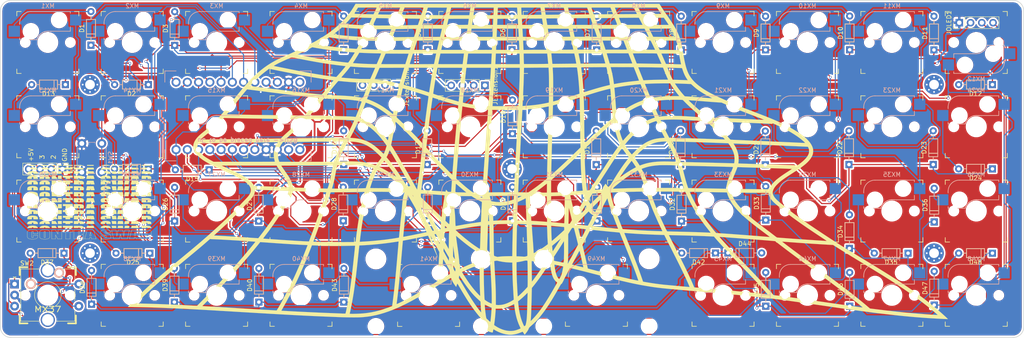
<source format=kicad_pcb>
(kicad_pcb (version 20171130) (host pcbnew "(5.1.5)-3")
  (layers (0 F.Cu signal) (31 B.Cu signal) (34 B.Paste user) (35 F.Paste user) (36 B.SilkS user) (37 F.SilkS user) (38 B.Mask user) (39 F.Mask user) (44 Edge.Cuts user))
  (net 0 "")
  (net 1 ROW0)
  (net 2 "Net-(D1-Pad2)")
  (net 3 "Net-(D2-Pad2)")
  (net 4 "Net-(D3-Pad2)")
  (net 5 "Net-(D4-Pad2)")
  (net 6 "Net-(D5-Pad2)")
  (net 7 "Net-(D6-Pad2)")
  (net 8 "Net-(D7-Pad2)")
  (net 9 "Net-(D8-Pad2)")
  (net 10 "Net-(D9-Pad2)")
  (net 11 "Net-(D10-Pad2)")
  (net 12 "Net-(D11-Pad2)")
  (net 13 "Net-(D12-Pad2)")
  (net 14 ROW1)
  (net 15 "Net-(D13-Pad2)")
  (net 16 "Net-(D14-Pad2)")
  (net 17 "Net-(D15-Pad2)")
  (net 18 "Net-(D16-Pad2)")
  (net 19 "Net-(D17-Pad2)")
  (net 20 "Net-(D18-Pad2)")
  (net 21 "Net-(D19-Pad2)")
  (net 22 "Net-(D20-Pad2)")
  (net 23 "Net-(D21-Pad2)")
  (net 24 "Net-(D22-Pad2)")
  (net 25 "Net-(D23-Pad2)")
  (net 26 "Net-(D24-Pad2)")
  (net 27 ROW2)
  (net 28 "Net-(D25-Pad2)")
  (net 29 "Net-(D26-Pad2)")
  (net 30 "Net-(D27-Pad2)")
  (net 31 "Net-(D28-Pad2)")
  (net 32 "Net-(D29-Pad2)")
  (net 33 "Net-(D30-Pad2)")
  (net 34 "Net-(D31-Pad2)")
  (net 35 "Net-(D32-Pad2)")
  (net 36 "Net-(D33-Pad2)")
  (net 37 "Net-(D34-Pad2)")
  (net 38 "Net-(D35-Pad2)")
  (net 39 "Net-(D36-Pad2)")
  (net 40 ROW3)
  (net 41 "Net-(D37-Pad2)")
  (net 42 "Net-(D38-Pad2)")
  (net 43 "Net-(D39-Pad2)")
  (net 44 "Net-(D40-Pad2)")
  (net 45 "Net-(D42-Pad2)")
  (net 46 "Net-(D43-Pad2)")
  (net 47 "Net-(D44-Pad2)")
  (net 48 "Net-(D45-Pad2)")
  (net 49 "Net-(D46-Pad2)")
  (net 50 "Net-(D47-Pad2)")
  (net 51 "Net-(D48-Pad2)")
  (net 52 COL0)
  (net 53 COL1)
  (net 54 COL2)
  (net 55 COL3)
  (net 56 COL4)
  (net 57 COL5)
  (net 58 COL6)
  (net 59 COL7)
  (net 60 COL8)
  (net 61 COL9)
  (net 62 COL10)
  (net 63 COL11)
  (net 64 "Net-(U1-Pad24)")
  (net 65 "Net-(SW1-Pad1)")
  (net 66 GND)
  (net 67 +5V)
  (net 68 PIN3SCL)
  (net 69 PIN2SDA)
  (net 70 "Net-(JExtension1-Pad1)")
  (net 71 "Net-(JExtension1-Pad2)")
  (net 72 "Net-(JExtension1-Pad3)")
  (net 73 "Net-(JExtension1-Pad4)")
  (module Graphics:TextTest (layer F.Cu) (at 47.52 70.56)
    (fp_text reference G*** hide)
    (fp_text value LOGO hide)
  )
  (module Graphics:Test (layer F.Cu) (at 148.71 66.76)
    (fp_text reference G*** hide)
    (fp_text value LOGO hide)
  )
  (module locallib:D_DO-35_SOD27_P7.62mm_Horizontal-DoubleSided (layer F.Cu) (at 42.06875 47.625 180)
    (fp_text reference D13 (at 3.81 -2.06 180) (layer F.SilkS))
    (fp_text value 1N4148)
    (pad 1 thru_hole rect (at 0 0 180) (size 1.6 1.6) (drill 0.8) (layers *.Cu *.Mask) (net 14 ROW1))
    (pad 2 thru_hole oval (at 7.62 0 180) (size 1.6 1.6) (drill 0.8) (layers *.Cu *.Mask) (net 15 "Net-(D13-Pad2)"))
  )
  (module Kailh:Kailh_socket_MX (layer F.Cu) (at 76.2 38.1)
    (fp_text reference MX3 (at 0 -8.255) (layer B.SilkS) (effects (justify mirror)))
    (fp_text value MX-1U)
    (pad 2 smd rect (at -7.56 -2.54) (size 2.55 2.5) (layers B.Cu B.Paste B.Mask) (net 4 "Net-(D3-Pad2)"))
    (pad "" np_thru_hole circle (at -5.08 0) (size 1.7018 1.7018) (drill 1.7018) (layers *.Cu *.Mask))
    (pad "" np_thru_hole circle (at 5.08 0) (size 1.7018 1.7018) (drill 1.7018) (layers *.Cu *.Mask))
    (pad "" np_thru_hole circle (at 0 0) (size 3.9878 3.9878) (drill 3.9878) (layers *.Cu *.Mask))
    (pad "" np_thru_hole circle (at -3.81 -2.54) (size 3 3) (drill 3) (layers *.Cu *.Mask))
    (pad "" np_thru_hole circle (at 2.54 -5.08) (size 3 3) (drill 3) (layers *.Cu *.Mask))
    (pad 1 smd rect (at 6.29 -5.08) (size 2.55 2.5) (layers B.Cu B.Paste B.Mask) (net 54 COL2))
  )
  (module Kailh:Kailh_socket_MX (layer F.Cu) (at 247.65 38.1 180)
    (fp_text reference MX12 (at 0 -8.255) (layer B.SilkS) (effects (justify mirror)))
    (fp_text value MX-1U)
    (pad 1 smd rect (at 6.29 -5.08 180) (size 2.55 2.5) (layers B.Cu B.Paste B.Mask) (net 63 COL11))
    (pad "" np_thru_hole circle (at 2.54 -5.08 180) (size 3 3) (drill 3) (layers *.Cu *.Mask))
    (pad "" np_thru_hole circle (at -3.81 -2.54 180) (size 3 3) (drill 3) (layers *.Cu *.Mask))
    (pad "" np_thru_hole circle (at 0 0 180) (size 3.9878 3.9878) (drill 3.9878) (layers *.Cu *.Mask))
    (pad "" np_thru_hole circle (at 5.08 0 180) (size 1.7018 1.7018) (drill 1.7018) (layers *.Cu *.Mask))
    (pad "" np_thru_hole circle (at -5.08 0 180) (size 1.7018 1.7018) (drill 1.7018) (layers *.Cu *.Mask))
    (pad 2 smd rect (at -7.56 -2.54 180) (size 2.55 2.5) (layers B.Cu B.Paste B.Mask) (net 13 "Net-(D12-Pad2)"))
  )
  (module Kailh:Kailh_socket_MX (layer F.Cu) (at 114.3 57.15)
    (fp_text reference MX17 (at 0 -8.255) (layer B.SilkS) (effects (justify mirror)))
    (fp_text value MX-1U)
    (pad 2 smd rect (at -7.56 -2.54) (size 2.55 2.5) (layers B.Cu B.Paste B.Mask) (net 19 "Net-(D17-Pad2)"))
    (pad "" np_thru_hole circle (at -5.08 0) (size 1.7018 1.7018) (drill 1.7018) (layers *.Cu *.Mask))
    (pad "" np_thru_hole circle (at 5.08 0) (size 1.7018 1.7018) (drill 1.7018) (layers *.Cu *.Mask))
    (pad "" np_thru_hole circle (at 0 0) (size 3.9878 3.9878) (drill 3.9878) (layers *.Cu *.Mask))
    (pad "" np_thru_hole circle (at -3.81 -2.54) (size 3 3) (drill 3) (layers *.Cu *.Mask))
    (pad "" np_thru_hole circle (at 2.54 -5.08) (size 3 3) (drill 3) (layers *.Cu *.Mask))
    (pad 1 smd rect (at 6.29 -5.08) (size 2.55 2.5) (layers B.Cu B.Paste B.Mask) (net 56 COL4))
  )
  (module Kailh:Kailh_socket_MX (layer F.Cu) (at 38.1 38.1)
    (fp_text reference MX1 (at 0 -8.255) (layer B.SilkS) (effects (justify mirror)))
    (fp_text value MX-1U)
    (pad 2 smd rect (at -7.56 -2.54) (size 2.55 2.5) (layers B.Cu B.Paste B.Mask) (net 2 "Net-(D1-Pad2)"))
    (pad "" np_thru_hole circle (at -5.08 0) (size 1.7018 1.7018) (drill 1.7018) (layers *.Cu *.Mask))
    (pad "" np_thru_hole circle (at 5.08 0) (size 1.7018 1.7018) (drill 1.7018) (layers *.Cu *.Mask))
    (pad "" np_thru_hole circle (at 0 0) (size 3.9878 3.9878) (drill 3.9878) (layers *.Cu *.Mask))
    (pad "" np_thru_hole circle (at -3.81 -2.54) (size 3 3) (drill 3) (layers *.Cu *.Mask))
    (pad "" np_thru_hole circle (at 2.54 -5.08) (size 3 3) (drill 3) (layers *.Cu *.Mask))
    (pad 1 smd rect (at 6.29 -5.08) (size 2.55 2.5) (layers B.Cu B.Paste B.Mask) (net 52 COL0))
  )
  (module Kailh:Kailh_socket_MX (layer F.Cu) (at 190.5 38.1)
    (fp_text reference MX9 (at 0 -8.255) (layer B.SilkS) (effects (justify mirror)))
    (fp_text value MX-1U)
    (pad 2 smd rect (at -7.56 -2.54) (size 2.55 2.5) (layers B.Cu B.Paste B.Mask) (net 10 "Net-(D9-Pad2)"))
    (pad "" np_thru_hole circle (at -5.08 0) (size 1.7018 1.7018) (drill 1.7018) (layers *.Cu *.Mask))
    (pad "" np_thru_hole circle (at 5.08 0) (size 1.7018 1.7018) (drill 1.7018) (layers *.Cu *.Mask))
    (pad "" np_thru_hole circle (at 0 0) (size 3.9878 3.9878) (drill 3.9878) (layers *.Cu *.Mask))
    (pad "" np_thru_hole circle (at -3.81 -2.54) (size 3 3) (drill 3) (layers *.Cu *.Mask))
    (pad "" np_thru_hole circle (at 2.54 -5.08) (size 3 3) (drill 3) (layers *.Cu *.Mask))
    (pad 1 smd rect (at 6.29 -5.08) (size 2.55 2.5) (layers B.Cu B.Paste B.Mask) (net 60 COL8))
  )
  (module Kailh:Kailh_socket_MX (layer F.Cu) (at 228.6 38.1)
    (fp_text reference MX11 (at 0 -8.255) (layer B.SilkS) (effects (justify mirror)))
    (fp_text value MX-1U)
    (pad 2 smd rect (at -7.56 -2.54) (size 2.55 2.5) (layers B.Cu B.Paste B.Mask) (net 12 "Net-(D11-Pad2)"))
    (pad "" np_thru_hole circle (at -5.08 0) (size 1.7018 1.7018) (drill 1.7018) (layers *.Cu *.Mask))
    (pad "" np_thru_hole circle (at 5.08 0) (size 1.7018 1.7018) (drill 1.7018) (layers *.Cu *.Mask))
    (pad "" np_thru_hole circle (at 0 0) (size 3.9878 3.9878) (drill 3.9878) (layers *.Cu *.Mask))
    (pad "" np_thru_hole circle (at -3.81 -2.54) (size 3 3) (drill 3) (layers *.Cu *.Mask))
    (pad "" np_thru_hole circle (at 2.54 -5.08) (size 3 3) (drill 3) (layers *.Cu *.Mask))
    (pad 1 smd rect (at 6.29 -5.08) (size 2.55 2.5) (layers B.Cu B.Paste B.Mask) (net 62 COL10))
  )
  (module Kailh:Kailh_socket_MX (layer F.Cu) (at 133.35 57.15)
    (fp_text reference MX18 (at 0 -8.255) (layer B.SilkS) (effects (justify mirror)))
    (fp_text value MX-1U)
    (pad 1 smd rect (at 6.29 -5.08) (size 2.55 2.5) (layers B.Cu B.Paste B.Mask) (net 57 COL5))
    (pad "" np_thru_hole circle (at 2.54 -5.08) (size 3 3) (drill 3) (layers *.Cu *.Mask))
    (pad "" np_thru_hole circle (at -3.81 -2.54) (size 3 3) (drill 3) (layers *.Cu *.Mask))
    (pad "" np_thru_hole circle (at 0 0) (size 3.9878 3.9878) (drill 3.9878) (layers *.Cu *.Mask))
    (pad "" np_thru_hole circle (at 5.08 0) (size 1.7018 1.7018) (drill 1.7018) (layers *.Cu *.Mask))
    (pad "" np_thru_hole circle (at -5.08 0) (size 1.7018 1.7018) (drill 1.7018) (layers *.Cu *.Mask))
    (pad 2 smd rect (at -7.56 -2.54) (size 2.55 2.5) (layers B.Cu B.Paste B.Mask) (net 20 "Net-(D18-Pad2)"))
  )
  (module Kailh:Kailh_socket_MX (layer F.Cu) (at 114.3 38.1)
    (fp_text reference MX5 (at 0 -8.255) (layer B.SilkS) (effects (justify mirror)))
    (fp_text value MX-1U)
    (pad 2 smd rect (at -7.56 -2.54) (size 2.55 2.5) (layers B.Cu B.Paste B.Mask) (net 6 "Net-(D5-Pad2)"))
    (pad "" np_thru_hole circle (at -5.08 0) (size 1.7018 1.7018) (drill 1.7018) (layers *.Cu *.Mask))
    (pad "" np_thru_hole circle (at 5.08 0) (size 1.7018 1.7018) (drill 1.7018) (layers *.Cu *.Mask))
    (pad "" np_thru_hole circle (at 0 0) (size 3.9878 3.9878) (drill 3.9878) (layers *.Cu *.Mask))
    (pad "" np_thru_hole circle (at -3.81 -2.54) (size 3 3) (drill 3) (layers *.Cu *.Mask))
    (pad "" np_thru_hole circle (at 2.54 -5.08) (size 3 3) (drill 3) (layers *.Cu *.Mask))
    (pad 1 smd rect (at 6.29 -5.08) (size 2.55 2.5) (layers B.Cu B.Paste B.Mask) (net 56 COL4))
  )
  (module Kailh:Kailh_socket_MX (layer F.Cu) (at 171.45 57.15)
    (fp_text reference MX20 (at 0 -8.255) (layer B.SilkS) (effects (justify mirror)))
    (fp_text value MX-1U)
    (pad 1 smd rect (at 6.29 -5.08) (size 2.55 2.5) (layers B.Cu B.Paste B.Mask) (net 59 COL7))
    (pad "" np_thru_hole circle (at 2.54 -5.08) (size 3 3) (drill 3) (layers *.Cu *.Mask))
    (pad "" np_thru_hole circle (at -3.81 -2.54) (size 3 3) (drill 3) (layers *.Cu *.Mask))
    (pad "" np_thru_hole circle (at 0 0) (size 3.9878 3.9878) (drill 3.9878) (layers *.Cu *.Mask))
    (pad "" np_thru_hole circle (at 5.08 0) (size 1.7018 1.7018) (drill 1.7018) (layers *.Cu *.Mask))
    (pad "" np_thru_hole circle (at -5.08 0) (size 1.7018 1.7018) (drill 1.7018) (layers *.Cu *.Mask))
    (pad 2 smd rect (at -7.56 -2.54) (size 2.55 2.5) (layers B.Cu B.Paste B.Mask) (net 22 "Net-(D20-Pad2)"))
  )
  (module Kailh:Kailh_socket_MX (layer F.Cu) (at 190.5 57.15)
    (fp_text reference MX21 (at 0 -8.255) (layer B.SilkS) (effects (justify mirror)))
    (fp_text value MX-1U)
    (pad 2 smd rect (at -7.56 -2.54) (size 2.55 2.5) (layers B.Cu B.Paste B.Mask) (net 23 "Net-(D21-Pad2)"))
    (pad "" np_thru_hole circle (at -5.08 0) (size 1.7018 1.7018) (drill 1.7018) (layers *.Cu *.Mask))
    (pad "" np_thru_hole circle (at 5.08 0) (size 1.7018 1.7018) (drill 1.7018) (layers *.Cu *.Mask))
    (pad "" np_thru_hole circle (at 0 0) (size 3.9878 3.9878) (drill 3.9878) (layers *.Cu *.Mask))
    (pad "" np_thru_hole circle (at -3.81 -2.54) (size 3 3) (drill 3) (layers *.Cu *.Mask))
    (pad "" np_thru_hole circle (at 2.54 -5.08) (size 3 3) (drill 3) (layers *.Cu *.Mask))
    (pad 1 smd rect (at 6.29 -5.08) (size 2.55 2.5) (layers B.Cu B.Paste B.Mask) (net 60 COL8))
  )
  (module Kailh:Kailh_socket_MX (layer F.Cu) (at 95.25 38.1)
    (fp_text reference MX4 (at 0 -8.255) (layer B.SilkS) (effects (justify mirror)))
    (fp_text value MX-1U)
    (pad 1 smd rect (at 6.29 -5.08) (size 2.55 2.5) (layers B.Cu B.Paste B.Mask) (net 55 COL3))
    (pad "" np_thru_hole circle (at 2.54 -5.08) (size 3 3) (drill 3) (layers *.Cu *.Mask))
    (pad "" np_thru_hole circle (at -3.81 -2.54) (size 3 3) (drill 3) (layers *.Cu *.Mask))
    (pad "" np_thru_hole circle (at 0 0) (size 3.9878 3.9878) (drill 3.9878) (layers *.Cu *.Mask))
    (pad "" np_thru_hole circle (at 5.08 0) (size 1.7018 1.7018) (drill 1.7018) (layers *.Cu *.Mask))
    (pad "" np_thru_hole circle (at -5.08 0) (size 1.7018 1.7018) (drill 1.7018) (layers *.Cu *.Mask))
    (pad 2 smd rect (at -7.56 -2.54) (size 2.55 2.5) (layers B.Cu B.Paste B.Mask) (net 5 "Net-(D4-Pad2)"))
  )
  (module Kailh:Kailh_socket_MX (layer F.Cu) (at 209.55 38.1)
    (fp_text reference MX10 (at 0 -8.255) (layer B.SilkS) (effects (justify mirror)))
    (fp_text value MX-1U)
    (pad 1 smd rect (at 6.29 -5.08) (size 2.55 2.5) (layers B.Cu B.Paste B.Mask) (net 61 COL9))
    (pad "" np_thru_hole circle (at 2.54 -5.08) (size 3 3) (drill 3) (layers *.Cu *.Mask))
    (pad "" np_thru_hole circle (at -3.81 -2.54) (size 3 3) (drill 3) (layers *.Cu *.Mask))
    (pad "" np_thru_hole circle (at 0 0) (size 3.9878 3.9878) (drill 3.9878) (layers *.Cu *.Mask))
    (pad "" np_thru_hole circle (at 5.08 0) (size 1.7018 1.7018) (drill 1.7018) (layers *.Cu *.Mask))
    (pad "" np_thru_hole circle (at -5.08 0) (size 1.7018 1.7018) (drill 1.7018) (layers *.Cu *.Mask))
    (pad 2 smd rect (at -7.56 -2.54) (size 2.55 2.5) (layers B.Cu B.Paste B.Mask) (net 11 "Net-(D10-Pad2)"))
  )
  (module Kailh:Kailh_socket_MX (layer F.Cu) (at 171.45 38.1)
    (fp_text reference MX8 (at 0 -8.255) (layer B.SilkS) (effects (justify mirror)))
    (fp_text value MX-1U)
    (pad 1 smd rect (at 6.29 -5.08) (size 2.55 2.5) (layers B.Cu B.Paste B.Mask) (net 59 COL7))
    (pad "" np_thru_hole circle (at 2.54 -5.08) (size 3 3) (drill 3) (layers *.Cu *.Mask))
    (pad "" np_thru_hole circle (at -3.81 -2.54) (size 3 3) (drill 3) (layers *.Cu *.Mask))
    (pad "" np_thru_hole circle (at 0 0) (size 3.9878 3.9878) (drill 3.9878) (layers *.Cu *.Mask))
    (pad "" np_thru_hole circle (at 5.08 0) (size 1.7018 1.7018) (drill 1.7018) (layers *.Cu *.Mask))
    (pad "" np_thru_hole circle (at -5.08 0) (size 1.7018 1.7018) (drill 1.7018) (layers *.Cu *.Mask))
    (pad 2 smd rect (at -7.56 -2.54) (size 2.55 2.5) (layers B.Cu B.Paste B.Mask) (net 9 "Net-(D8-Pad2)"))
  )
  (module Kailh:Kailh_socket_MX (layer F.Cu) (at 38.1 57.15)
    (fp_text reference MX13 (at 0 -8.255) (layer B.SilkS) (effects (justify mirror)))
    (fp_text value MX-1U)
    (pad 2 smd rect (at -7.56 -2.54) (size 2.55 2.5) (layers B.Cu B.Paste B.Mask) (net 15 "Net-(D13-Pad2)"))
    (pad "" np_thru_hole circle (at -5.08 0) (size 1.7018 1.7018) (drill 1.7018) (layers *.Cu *.Mask))
    (pad "" np_thru_hole circle (at 5.08 0) (size 1.7018 1.7018) (drill 1.7018) (layers *.Cu *.Mask))
    (pad "" np_thru_hole circle (at 0 0) (size 3.9878 3.9878) (drill 3.9878) (layers *.Cu *.Mask))
    (pad "" np_thru_hole circle (at -3.81 -2.54) (size 3 3) (drill 3) (layers *.Cu *.Mask))
    (pad "" np_thru_hole circle (at 2.54 -5.08) (size 3 3) (drill 3) (layers *.Cu *.Mask))
    (pad 1 smd rect (at 6.29 -5.08) (size 2.55 2.5) (layers B.Cu B.Paste B.Mask) (net 52 COL0))
  )
  (module Kailh:Kailh_socket_MX (layer F.Cu) (at 133.35 38.1)
    (fp_text reference MX6 (at 0 -8.255) (layer B.SilkS) (effects (justify mirror)))
    (fp_text value MX-1U)
    (pad 1 smd rect (at 6.29 -5.08) (size 2.55 2.5) (layers B.Cu B.Paste B.Mask) (net 57 COL5))
    (pad "" np_thru_hole circle (at 2.54 -5.08) (size 3 3) (drill 3) (layers *.Cu *.Mask))
    (pad "" np_thru_hole circle (at -3.81 -2.54) (size 3 3) (drill 3) (layers *.Cu *.Mask))
    (pad "" np_thru_hole circle (at 0 0) (size 3.9878 3.9878) (drill 3.9878) (layers *.Cu *.Mask))
    (pad "" np_thru_hole circle (at 5.08 0) (size 1.7018 1.7018) (drill 1.7018) (layers *.Cu *.Mask))
    (pad "" np_thru_hole circle (at -5.08 0) (size 1.7018 1.7018) (drill 1.7018) (layers *.Cu *.Mask))
    (pad 2 smd rect (at -7.56 -2.54) (size 2.55 2.5) (layers B.Cu B.Paste B.Mask) (net 7 "Net-(D6-Pad2)"))
  )
  (module Kailh:Kailh_socket_MX (layer F.Cu) (at 152.4 57.15)
    (fp_text reference MX19 (at 0 -8.255) (layer B.SilkS) (effects (justify mirror)))
    (fp_text value MX-1U)
    (pad 2 smd rect (at -7.56 -2.54) (size 2.55 2.5) (layers B.Cu B.Paste B.Mask) (net 21 "Net-(D19-Pad2)"))
    (pad "" np_thru_hole circle (at -5.08 0) (size 1.7018 1.7018) (drill 1.7018) (layers *.Cu *.Mask))
    (pad "" np_thru_hole circle (at 5.08 0) (size 1.7018 1.7018) (drill 1.7018) (layers *.Cu *.Mask))
    (pad "" np_thru_hole circle (at 0 0) (size 3.9878 3.9878) (drill 3.9878) (layers *.Cu *.Mask))
    (pad "" np_thru_hole circle (at -3.81 -2.54) (size 3 3) (drill 3) (layers *.Cu *.Mask))
    (pad "" np_thru_hole circle (at 2.54 -5.08) (size 3 3) (drill 3) (layers *.Cu *.Mask))
    (pad 1 smd rect (at 6.29 -5.08) (size 2.55 2.5) (layers B.Cu B.Paste B.Mask) (net 58 COL6))
  )
  (module Kailh:Kailh_socket_MX (layer F.Cu) (at 95.25 57.15)
    (fp_text reference MX16 (at 0 -8.255) (layer B.SilkS) (effects (justify mirror)))
    (fp_text value MX-1U)
    (pad 1 smd rect (at 6.29 -5.08) (size 2.55 2.5) (layers B.Cu B.Paste B.Mask) (net 55 COL3))
    (pad "" np_thru_hole circle (at 2.54 -5.08) (size 3 3) (drill 3) (layers *.Cu *.Mask))
    (pad "" np_thru_hole circle (at -3.81 -2.54) (size 3 3) (drill 3) (layers *.Cu *.Mask))
    (pad "" np_thru_hole circle (at 0 0) (size 3.9878 3.9878) (drill 3.9878) (layers *.Cu *.Mask))
    (pad "" np_thru_hole circle (at 5.08 0) (size 1.7018 1.7018) (drill 1.7018) (layers *.Cu *.Mask))
    (pad "" np_thru_hole circle (at -5.08 0) (size 1.7018 1.7018) (drill 1.7018) (layers *.Cu *.Mask))
    (pad 2 smd rect (at -7.56 -2.54) (size 2.55 2.5) (layers B.Cu B.Paste B.Mask) (net 18 "Net-(D16-Pad2)"))
  )
  (module Kailh:Kailh_socket_MX (layer F.Cu) (at 57.15 38.1)
    (fp_text reference MX2 (at 0 -8.255) (layer B.SilkS) (effects (justify mirror)))
    (fp_text value MX-1U)
    (pad 1 smd rect (at 6.29 -5.08) (size 2.55 2.5) (layers B.Cu B.Paste B.Mask) (net 53 COL1))
    (pad "" np_thru_hole circle (at 2.54 -5.08) (size 3 3) (drill 3) (layers *.Cu *.Mask))
    (pad "" np_thru_hole circle (at -3.81 -2.54) (size 3 3) (drill 3) (layers *.Cu *.Mask))
    (pad "" np_thru_hole circle (at 0 0) (size 3.9878 3.9878) (drill 3.9878) (layers *.Cu *.Mask))
    (pad "" np_thru_hole circle (at 5.08 0) (size 1.7018 1.7018) (drill 1.7018) (layers *.Cu *.Mask))
    (pad "" np_thru_hole circle (at -5.08 0) (size 1.7018 1.7018) (drill 1.7018) (layers *.Cu *.Mask))
    (pad 2 smd rect (at -7.56 -2.54) (size 2.55 2.5) (layers B.Cu B.Paste B.Mask) (net 3 "Net-(D2-Pad2)"))
  )
  (module KeyboardLibrary:MX_PCB_100H (layer F.Cu) (at 38.09 95.24)
    (fp_text reference MX37 (at 0 3.175) (layer F.SilkS) (effects (font (size 1.27 1.524) (thickness 0.2032))))
    (fp_text value MX-1U hide)
    (pad HOLE np_thru_hole circle (at 5.08 0) (size 1.7018 1.7018) (drill 1.7018) (layers *.Cu))
    (pad HOLE np_thru_hole circle (at -5.08 0) (size 1.7018 1.7018) (drill 1.7018) (layers *.Cu))
    (pad HOLE np_thru_hole circle (at 0 0) (size 3.9878 3.9878) (drill 3.9878) (layers *.Cu))
    (pad 2 thru_hole circle (at -3.81 -2.54) (size 2.286 2.286) (drill 1.4986) (layers *.Cu *.SilkS *.Mask) (net 41 "Net-(D37-Pad2)"))
    (pad 1 thru_hole circle (at 2.54 -5.08) (size 2.286 2.286) (drill 1.4986) (layers *.Cu *.SilkS *.Mask) (net 52 COL0))
  )
  (module locallib:D_DO-35_SOD27_P7.62mm_Horizontal-DoubleSided (layer F.Cu) (at 162.05 78.44 90)
    (fp_text reference D31 (at 3.81 -2.06 90) (layer F.SilkS))
    (fp_text value 1N4148)
    (pad 2 thru_hole oval (at 7.62 0 90) (size 1.6 1.6) (drill 0.8) (layers *.Cu *.Mask) (net 34 "Net-(D31-Pad2)"))
    (pad 1 thru_hole rect (at 0 0 90) (size 1.6 1.6) (drill 0.8) (layers *.Cu *.Mask) (net 27 ROW2))
  )
  (module locallib:D_DO-35_SOD27_P7.62mm_Horizontal-DoubleSided (layer F.Cu) (at 191.6 85.67)
    (fp_text reference D44 (at 3.81 -2.06) (layer F.SilkS))
    (fp_text value 1N4148)
    (pad 2 thru_hole oval (at 7.62 0) (size 1.6 1.6) (drill 0.8) (layers *.Cu *.Mask) (net 47 "Net-(D44-Pad2)"))
    (pad 1 thru_hole rect (at 0 0) (size 1.6 1.6) (drill 0.8) (layers *.Cu *.Mask) (net 40 ROW3))
  )
  (module locallib:D_DO-35_SOD27_P7.62mm_Horizontal-DoubleSided (layer F.Cu) (at 219.02 84.66 90)
    (fp_text reference D34 (at 3.81 -2.06 90) (layer F.SilkS))
    (fp_text value 1N4148)
    (pad 1 thru_hole rect (at 0 0 90) (size 1.6 1.6) (drill 0.8) (layers *.Cu *.Mask) (net 27 ROW2))
    (pad 2 thru_hole oval (at 7.62 0 90) (size 1.6 1.6) (drill 0.8) (layers *.Cu *.Mask) (net 37 "Net-(D34-Pad2)"))
  )
  (module locallib:D_DO-35_SOD27_P7.62mm_Horizontal-DoubleSided (layer F.Cu) (at 142.97 78.41 90)
    (fp_text reference D30 (at 3.81 -2.06 90) (layer F.SilkS))
    (fp_text value 1N4148)
    (pad 1 thru_hole rect (at 0 0 90) (size 1.6 1.6) (drill 0.8) (layers *.Cu *.Mask) (net 27 ROW2))
    (pad 2 thru_hole oval (at 7.62 0 90) (size 1.6 1.6) (drill 0.8) (layers *.Cu *.Mask) (net 33 "Net-(D30-Pad2)"))
  )
  (module locallib:D_DO-35_SOD27_P7.62mm_Horizontal-DoubleSided (layer F.Cu) (at 104.91 96.78 90)
    (fp_text reference D43 (at 3.81 -2.06 90) (layer F.SilkS))
    (fp_text value 1N4148)
    (pad 1 thru_hole rect (at 0 0 90) (size 1.6 1.6) (drill 0.8) (layers *.Cu *.Mask) (net 40 ROW3))
    (pad 2 thru_hole oval (at 7.62 0 90) (size 1.6 1.6) (drill 0.8) (layers *.Cu *.Mask) (net 46 "Net-(D43-Pad2)"))
  )
  (module locallib:D_DO-35_SOD27_P7.62mm_Horizontal-DoubleSided (layer F.Cu) (at 232.25125 85.725 180)
    (fp_text reference D35 (at 3.81 -2.06 180) (layer F.SilkS))
    (fp_text value 1N4148)
    (pad 2 thru_hole oval (at 7.62 0 180) (size 1.6 1.6) (drill 0.8) (layers *.Cu *.Mask) (net 38 "Net-(D35-Pad2)"))
    (pad 1 thru_hole rect (at 0 0 180) (size 1.6 1.6) (drill 0.8) (layers *.Cu *.Mask) (net 27 ROW2))
  )
  (module locallib:D_DO-35_SOD27_P7.62mm_Horizontal-DoubleSided (layer F.Cu) (at 200.14 78.25 90)
    (fp_text reference D33 (at 3.81 -2.06 90) (layer F.SilkS))
    (fp_text value 1N4148)
    (pad 1 thru_hole rect (at 0 0 90) (size 1.6 1.6) (drill 0.8) (layers *.Cu *.Mask) (net 27 ROW2))
    (pad 2 thru_hole oval (at 7.62 0 90) (size 1.6 1.6) (drill 0.8) (layers *.Cu *.Mask) (net 36 "Net-(D33-Pad2)"))
  )
  (module locallib:D_DO-35_SOD27_P7.62mm_Horizontal-DoubleSided (layer F.Cu) (at 238.16 97.45 90)
    (fp_text reference D47 (at 3.81 -2.06 90) (layer F.SilkS))
    (fp_text value 1N4148)
    (pad 1 thru_hole rect (at 0 0 90) (size 1.6 1.6) (drill 0.8) (layers *.Cu *.Mask) (net 40 ROW3))
    (pad 2 thru_hole oval (at 7.62 0 90) (size 1.6 1.6) (drill 0.8) (layers *.Cu *.Mask) (net 50 "Net-(D47-Pad2)"))
  )
  (module locallib:D_DO-35_SOD27_P7.62mm_Horizontal-DoubleSided (layer F.Cu) (at 238.16 78.67 90)
    (fp_text reference D36 (at 3.81 -2.06 90) (layer F.SilkS))
    (fp_text value 1N4148)
    (pad 1 thru_hole rect (at 0 0 90) (size 1.6 1.6) (drill 0.8) (layers *.Cu *.Mask) (net 27 ROW2))
    (pad 2 thru_hole oval (at 7.62 0 90) (size 1.6 1.6) (drill 0.8) (layers *.Cu *.Mask) (net 39 "Net-(D36-Pad2)"))
  )
  (module locallib:D_DO-35_SOD27_P7.62mm_Horizontal-DoubleSided (layer F.Cu) (at 251.30125 85.725 180)
    (fp_text reference D48 (at 3.81 -2.06 180) (layer F.SilkS))
    (fp_text value 1N4148)
    (pad 1 thru_hole rect (at 0 0 180) (size 1.6 1.6) (drill 0.8) (layers *.Cu *.Mask) (net 40 ROW3))
    (pad 2 thru_hole oval (at 7.62 0 180) (size 1.6 1.6) (drill 0.8) (layers *.Cu *.Mask) (net 51 "Net-(D48-Pad2)"))
  )
  (module locallib:D_DO-35_SOD27_P7.62mm_Horizontal-DoubleSided (layer F.Cu) (at 188.8 85.7 180)
    (fp_text reference D42 (at 3.81 -2.06) (layer F.SilkS))
    (fp_text value 1N4148)
    (pad 2 thru_hole oval (at 7.62 0 180) (size 1.6 1.6) (drill 0.8) (layers *.Cu *.Mask) (net 45 "Net-(D42-Pad2)"))
    (pad 1 thru_hole rect (at 0 0 180) (size 1.6 1.6) (drill 0.8) (layers *.Cu *.Mask) (net 40 ROW3))
  )
  (module locallib:D_DO-35_SOD27_P7.62mm_Horizontal-DoubleSided (layer F.Cu) (at 47.97 97.26 90)
    (fp_text reference D38 (at 3.81 -2.06 90) (layer F.SilkS))
    (fp_text value 1N4148)
    (pad 1 thru_hole rect (at 0 0 90) (size 1.6 1.6) (drill 0.8) (layers *.Cu *.Mask) (net 40 ROW3))
    (pad 2 thru_hole oval (at 7.62 0 90) (size 1.6 1.6) (drill 0.8) (layers *.Cu *.Mask) (net 42 "Net-(D38-Pad2)"))
  )
  (module locallib:D_DO-35_SOD27_P7.62mm_Horizontal-DoubleSided (layer F.Cu) (at 85.7 78.47 90)
    (fp_text reference D27 (at 3.81 -2.06 90) (layer F.SilkS))
    (fp_text value 1N4148)
    (pad 2 thru_hole oval (at 7.62 0 90) (size 1.6 1.6) (drill 0.8) (layers *.Cu *.Mask) (net 30 "Net-(D27-Pad2)"))
    (pad 1 thru_hole rect (at 0 0 90) (size 1.6 1.6) (drill 0.8) (layers *.Cu *.Mask) (net 27 ROW2))
  )
  (module locallib:D_DO-35_SOD27_P7.62mm_Horizontal-DoubleSided (layer F.Cu) (at 219.08 97.71 90)
    (fp_text reference D46 (at 3.81 -2.06 90) (layer F.SilkS))
    (fp_text value 1N4148)
    (pad 2 thru_hole oval (at 7.62 0 90) (size 1.6 1.6) (drill 0.8) (layers *.Cu *.Mask) (net 49 "Net-(D46-Pad2)"))
    (pad 1 thru_hole rect (at 0 0 90) (size 1.6 1.6) (drill 0.8) (layers *.Cu *.Mask) (net 40 ROW3))
  )
  (module locallib:D_DO-35_SOD27_P7.62mm_Horizontal-DoubleSided (layer F.Cu) (at 85.74 96.78 90)
    (fp_text reference D40 (at 3.81 -2.06 90) (layer F.SilkS))
    (fp_text value 1N4148)
    (pad 2 thru_hole oval (at 7.62 0 90) (size 1.6 1.6) (drill 0.8) (layers *.Cu *.Mask) (net 44 "Net-(D40-Pad2)"))
    (pad 1 thru_hole rect (at 0 0 90) (size 1.6 1.6) (drill 0.8) (layers *.Cu *.Mask) (net 40 ROW3))
  )
  (module locallib:D_DO-35_SOD27_P7.62mm_Horizontal-DoubleSided (layer F.Cu) (at 123.86 78.41 90)
    (fp_text reference D29 (at 3.81 -2.06 90) (layer F.SilkS))
    (fp_text value 1N4148)
    (pad 1 thru_hole rect (at 0 0 90) (size 1.6 1.6) (drill 0.8) (layers *.Cu *.Mask) (net 27 ROW2))
    (pad 2 thru_hole oval (at 7.62 0 90) (size 1.6 1.6) (drill 0.8) (layers *.Cu *.Mask) (net 32 "Net-(D29-Pad2)"))
  )
  (module locallib:D_DO-35_SOD27_P7.62mm_Horizontal-DoubleSided (layer F.Cu) (at 200.14 97.71 90)
    (fp_text reference D45 (at 3.81 -2.06 90) (layer F.SilkS))
    (fp_text value 1N4148)
    (pad 2 thru_hole oval (at 7.62 0 90) (size 1.6 1.6) (drill 0.8) (layers *.Cu *.Mask) (net 48 "Net-(D45-Pad2)"))
    (pad 1 thru_hole rect (at 0 0 90) (size 1.6 1.6) (drill 0.8) (layers *.Cu *.Mask) (net 40 ROW3))
  )
  (module locallib:D_DO-35_SOD27_P7.62mm_Horizontal-DoubleSided (layer F.Cu) (at 104.78 78.41 90)
    (fp_text reference D28 (at 3.81 -2.06 90) (layer F.SilkS))
    (fp_text value 1N4148)
    (pad 2 thru_hole oval (at 7.62 0 90) (size 1.6 1.6) (drill 0.8) (layers *.Cu *.Mask) (net 31 "Net-(D28-Pad2)"))
    (pad 1 thru_hole rect (at 0 0 90) (size 1.6 1.6) (drill 0.8) (layers *.Cu *.Mask) (net 27 ROW2))
  )
  (module locallib:D_DO-35_SOD27_P7.62mm_Horizontal-DoubleSided (layer F.Cu) (at 60.80125 47.625 180)
    (fp_text reference D2 (at 3.81 -2.06 180) (layer F.SilkS))
    (fp_text value 1N4148)
    (pad 2 thru_hole oval (at 7.62 0 180) (size 1.6 1.6) (drill 0.8) (layers *.Cu *.Mask) (net 3 "Net-(D2-Pad2)"))
    (pad 1 thru_hole rect (at 0 0 180) (size 1.6 1.6) (drill 0.8) (layers *.Cu *.Mask) (net 1 ROW0))
  )
  (module locallib:D_DO-35_SOD27_P7.62mm_Horizontal-DoubleSided (layer F.Cu) (at 104.88 65.69 90)
    (fp_text reference D16 (at 3.81 -2.06 90) (layer F.SilkS))
    (fp_text value 1N4148)
    (pad 1 thru_hole rect (at 0 0 90) (size 1.6 1.6) (drill 0.8) (layers *.Cu *.Mask) (net 14 ROW1))
    (pad 2 thru_hole oval (at 7.62 0 90) (size 1.6 1.6) (drill 0.8) (layers *.Cu *.Mask) (net 18 "Net-(D16-Pad2)"))
  )
  (module locallib:D_DO-35_SOD27_P7.62mm_Horizontal-DoubleSided (layer F.Cu) (at 180.93 65.69 90)
    (fp_text reference D20 (at 3.81 -2.06 90) (layer F.SilkS))
    (fp_text value 1N4148)
    (pad 2 thru_hole oval (at 7.62 0 90) (size 1.6 1.6) (drill 0.8) (layers *.Cu *.Mask) (net 22 "Net-(D20-Pad2)"))
    (pad 1 thru_hole rect (at 0 0 90) (size 1.6 1.6) (drill 0.8) (layers *.Cu *.Mask) (net 14 ROW1))
  )
  (module locallib:D_DO-35_SOD27_P7.62mm_Horizontal-DoubleSided (layer F.Cu) (at 66.74 38.76 90)
    (fp_text reference D3 (at 3.81 -2.06 270) (layer F.SilkS))
    (fp_text value 1N4148)
    (pad 2 thru_hole oval (at 7.62 0 90) (size 1.6 1.6) (drill 0.8) (layers *.Cu *.Mask) (net 4 "Net-(D3-Pad2)"))
    (pad 1 thru_hole rect (at 0 0 90) (size 1.6 1.6) (drill 0.8) (layers *.Cu *.Mask) (net 1 ROW0))
  )
  (module locallib:D_DO-35_SOD27_P7.62mm_Horizontal-DoubleSided (layer F.Cu) (at 47.84 38.72 90)
    (fp_text reference D1 (at 3.81 -2.06 90) (layer F.SilkS))
    (fp_text value 1N4148)
    (pad 1 thru_hole rect (at 0 0 90) (size 1.6 1.6) (drill 0.8) (layers *.Cu *.Mask) (net 1 ROW0))
    (pad 2 thru_hole oval (at 7.62 0 90) (size 1.6 1.6) (drill 0.8) (layers *.Cu *.Mask) (net 2 "Net-(D1-Pad2)"))
  )
  (module locallib:D_DO-35_SOD27_P7.62mm_Horizontal-DoubleSided (layer F.Cu) (at 123.73 65.69 90)
    (fp_text reference D17 (at 3.81 -2.06 90) (layer F.SilkS))
    (fp_text value 1N4148)
    (pad 2 thru_hole oval (at 7.62 0 90) (size 1.6 1.6) (drill 0.8) (layers *.Cu *.Mask) (net 19 "Net-(D17-Pad2)"))
    (pad 1 thru_hole rect (at 0 0 90) (size 1.6 1.6) (drill 0.8) (layers *.Cu *.Mask) (net 14 ROW1))
  )
  (module locallib:D_DO-35_SOD27_P7.62mm_Horizontal-DoubleSided (layer F.Cu) (at 251.30125 66.675 180)
    (fp_text reference D24 (at 3.81 -2.06 180) (layer F.SilkS))
    (fp_text value 1N4148)
    (pad 2 thru_hole oval (at 7.62 0 180) (size 1.6 1.6) (drill 0.8) (layers *.Cu *.Mask) (net 26 "Net-(D24-Pad2)"))
    (pad 1 thru_hole rect (at 0 0 180) (size 1.6 1.6) (drill 0.8) (layers *.Cu *.Mask) (net 14 ROW1))
  )
  (module locallib:D_DO-35_SOD27_P7.62mm_Horizontal-DoubleSided (layer F.Cu) (at 238.1 39.78 90)
    (fp_text reference D11 (at 3.81 -2.06 90) (layer F.SilkS))
    (fp_text value 1N4148)
    (pad 1 thru_hole rect (at 0 0 90) (size 1.6 1.6) (drill 0.8) (layers *.Cu *.Mask) (net 1 ROW0))
    (pad 2 thru_hole oval (at 7.62 0 90) (size 1.6 1.6) (drill 0.8) (layers *.Cu *.Mask) (net 12 "Net-(D11-Pad2)"))
  )
  (module locallib:D_DO-35_SOD27_P7.62mm_Horizontal-DoubleSided (layer F.Cu) (at 237.94 65.69 90)
    (fp_text reference D23 (at 3.81 -2.06 90) (layer F.SilkS))
    (fp_text value 1N4148)
    (pad 1 thru_hole rect (at 0 0 90) (size 1.6 1.6) (drill 0.8) (layers *.Cu *.Mask) (net 14 ROW1))
    (pad 2 thru_hole oval (at 7.62 0 90) (size 1.6 1.6) (drill 0.8) (layers *.Cu *.Mask) (net 25 "Net-(D23-Pad2)"))
  )
  (module locallib:D_DO-35_SOD27_P7.62mm_Horizontal-DoubleSided (layer F.Cu) (at 200.04 65.75 90)
    (fp_text reference D21 (at 3.81 -2.06 90) (layer F.SilkS))
    (fp_text value 1N4148)
    (pad 2 thru_hole oval (at 7.62 0 90) (size 1.6 1.6) (drill 0.8) (layers *.Cu *.Mask) (net 23 "Net-(D21-Pad2)"))
    (pad 1 thru_hole rect (at 0 0 90) (size 1.6 1.6) (drill 0.8) (layers *.Cu *.Mask) (net 14 ROW1))
  )
  (module locallib:D_DO-35_SOD27_P7.62mm_Horizontal-DoubleSided (layer F.Cu) (at 60.80125 66.675 180)
    (fp_text reference D14 (at 3.81 -2.06 180) (layer F.SilkS))
    (fp_text value 1N4148)
    (pad 1 thru_hole rect (at 0 0 180) (size 1.6 1.6) (drill 0.8) (layers *.Cu *.Mask) (net 14 ROW1))
    (pad 2 thru_hole oval (at 7.62 0 180) (size 1.6 1.6) (drill 0.8) (layers *.Cu *.Mask) (net 16 "Net-(D14-Pad2)"))
  )
  (module locallib:D_DO-35_SOD27_P7.62mm_Horizontal-DoubleSided (layer F.Cu) (at 142.97 58.73 90)
    (fp_text reference D18 (at 3.81 -2.06 90) (layer F.SilkS))
    (fp_text value 1N4148)
    (pad 1 thru_hole rect (at 0 0 90) (size 1.6 1.6) (drill 0.8) (layers *.Cu *.Mask) (net 14 ROW1))
    (pad 2 thru_hole oval (at 7.62 0 90) (size 1.6 1.6) (drill 0.8) (layers *.Cu *.Mask) (net 20 "Net-(D18-Pad2)"))
  )
  (module locallib:D_DO-35_SOD27_P7.62mm_Horizontal-DoubleSided (layer F.Cu) (at 74.51 66.88 180)
    (fp_text reference D15 (at 3.81 -2.06 180) (layer F.SilkS))
    (fp_text value 1N4148)
    (pad 2 thru_hole oval (at 7.62 0 180) (size 1.6 1.6) (drill 0.8) (layers *.Cu *.Mask) (net 17 "Net-(D15-Pad2)"))
    (pad 1 thru_hole rect (at 0 0 180) (size 1.6 1.6) (drill 0.8) (layers *.Cu *.Mask) (net 14 ROW1))
  )
  (module locallib:D_DO-35_SOD27_P7.62mm_Horizontal-DoubleSided (layer F.Cu) (at 218.92 65.69 90)
    (fp_text reference D22 (at 3.81 -2.06 90) (layer F.SilkS))
    (fp_text value 1N4148)
    (pad 1 thru_hole rect (at 0 0 90) (size 1.6 1.6) (drill 0.8) (layers *.Cu *.Mask) (net 14 ROW1))
    (pad 2 thru_hole oval (at 7.62 0 90) (size 1.6 1.6) (drill 0.8) (layers *.Cu *.Mask) (net 24 "Net-(D22-Pad2)"))
  )
  (module locallib:D_DO-35_SOD27_P7.62mm_Horizontal-DoubleSided (layer F.Cu) (at 123.86 39.75 90)
    (fp_text reference D5 (at 3.81 -2.06 90) (layer F.SilkS))
    (fp_text value 1N4148)
    (pad 1 thru_hole rect (at 0 0 90) (size 1.6 1.6) (drill 0.8) (layers *.Cu *.Mask) (net 1 ROW0))
    (pad 2 thru_hole oval (at 7.62 0 90) (size 1.6 1.6) (drill 0.8) (layers *.Cu *.Mask) (net 6 "Net-(D5-Pad2)"))
  )
  (module locallib:D_DO-35_SOD27_P7.62mm_Horizontal-DoubleSided (layer F.Cu) (at 161.88 65.72 90)
    (fp_text reference D19 (at 3.81 -2.06 90) (layer F.SilkS))
    (fp_text value 1N4148)
    (pad 1 thru_hole rect (at 0 0 90) (size 1.6 1.6) (drill 0.8) (layers *.Cu *.Mask) (net 14 ROW1))
    (pad 2 thru_hole oval (at 7.62 0 90) (size 1.6 1.6) (drill 0.8) (layers *.Cu *.Mask) (net 21 "Net-(D19-Pad2)"))
  )
  (module locallib:D_DO-35_SOD27_P7.62mm_Horizontal-DoubleSided (layer F.Cu) (at 161.98 39.78 90)
    (fp_text reference D7 (at 3.81 -2.06 90) (layer F.SilkS))
    (fp_text value 1N4148)
    (pad 2 thru_hole oval (at 7.62 0 90) (size 1.6 1.6) (drill 0.8) (layers *.Cu *.Mask) (net 8 "Net-(D7-Pad2)"))
    (pad 1 thru_hole rect (at 0 0 90) (size 1.6 1.6) (drill 0.8) (layers *.Cu *.Mask) (net 1 ROW0))
  )
  (module locallib:D_DO-35_SOD27_P7.62mm_Horizontal-DoubleSided (layer F.Cu) (at 181.06 39.78 90)
    (fp_text reference D8 (at 3.81 -2.06 90) (layer F.SilkS))
    (fp_text value 1N4148)
    (pad 2 thru_hole oval (at 7.62 0 90) (size 1.6 1.6) (drill 0.8) (layers *.Cu *.Mask) (net 9 "Net-(D8-Pad2)"))
    (pad 1 thru_hole rect (at 0 0 90) (size 1.6 1.6) (drill 0.8) (layers *.Cu *.Mask) (net 1 ROW0))
  )
  (module Kailh:Kailh_socket_MX (layer F.Cu) (at 209.55 95.25)
    (fp_text reference MX46 (at 0 -8.255) (layer B.SilkS) (effects (justify mirror)))
    (fp_text value MX-1U)
    (pad 2 smd rect (at -7.56 -2.54) (size 2.55 2.5) (layers B.Cu B.Paste B.Mask) (net 49 "Net-(D46-Pad2)"))
    (pad "" np_thru_hole circle (at -5.08 0) (size 1.7018 1.7018) (drill 1.7018) (layers *.Cu *.Mask))
    (pad "" np_thru_hole circle (at 5.08 0) (size 1.7018 1.7018) (drill 1.7018) (layers *.Cu *.Mask))
    (pad "" np_thru_hole circle (at 0 0) (size 3.9878 3.9878) (drill 3.9878) (layers *.Cu *.Mask))
    (pad "" np_thru_hole circle (at -3.81 -2.54) (size 3 3) (drill 3) (layers *.Cu *.Mask))
    (pad "" np_thru_hole circle (at 2.54 -5.08) (size 3 3) (drill 3) (layers *.Cu *.Mask))
    (pad 1 smd rect (at 6.29 -5.08) (size 2.55 2.5) (layers B.Cu B.Paste B.Mask) (net 61 COL9))
  )
  (module Kailh:Kailh_socket_MX (layer F.Cu) (at 124.05 95.27)
    (fp_text reference MX41 (at 0 -8.255) (layer B.SilkS) (effects (justify mirror)))
    (fp_text value MX-2U)
    (pad 1 smd rect (at 6.29 -5.08) (size 2.55 2.5) (layers B.Cu B.Paste B.Mask) (net 58 COL6))
    (pad "" np_thru_hole circle (at 2.54 -5.08) (size 3 3) (drill 3) (layers *.Cu *.Mask))
    (pad "" np_thru_hole circle (at -3.81 -2.54) (size 3 3) (drill 3) (layers *.Cu *.Mask))
    (pad "" np_thru_hole circle (at 0 0) (size 3.9878 3.9878) (drill 3.9878) (layers *.Cu *.Mask))
    (pad "" np_thru_hole circle (at 5.08 0) (size 1.7018 1.7018) (drill 1.7018) (layers *.Cu *.Mask))
    (pad "" np_thru_hole circle (at -5.08 0) (size 1.7018 1.7018) (drill 1.7018) (layers *.Cu *.Mask))
    (pad 2 smd rect (at -7.56 -2.54) (size 2.55 2.5) (layers B.Cu B.Paste B.Mask) (net 46 "Net-(D43-Pad2)"))
  )
  (module Kailh:Kailh_socket_MX (layer F.Cu) (at 247.65 76.2)
    (fp_text reference MX36 (at 0 -8.255) (layer B.SilkS) (effects (justify mirror)))
    (fp_text value MX-1U)
    (pad 2 smd rect (at -7.56 -2.54) (size 2.55 2.5) (layers B.Cu B.Paste B.Mask) (net 39 "Net-(D36-Pad2)"))
    (pad "" np_thru_hole circle (at -5.08 0) (size 1.7018 1.7018) (drill 1.7018) (layers *.Cu *.Mask))
    (pad "" np_thru_hole circle (at 5.08 0) (size 1.7018 1.7018) (drill 1.7018) (layers *.Cu *.Mask))
    (pad "" np_thru_hole circle (at 0 0) (size 3.9878 3.9878) (drill 3.9878) (layers *.Cu *.Mask))
    (pad "" np_thru_hole circle (at -3.81 -2.54) (size 3 3) (drill 3) (layers *.Cu *.Mask))
    (pad "" np_thru_hole circle (at 2.54 -5.08) (size 3 3) (drill 3) (layers *.Cu *.Mask))
    (pad 1 smd rect (at 6.29 -5.08) (size 2.55 2.5) (layers B.Cu B.Paste B.Mask) (net 63 COL11))
  )
  (module Kailh:Kailh_socket_MX (layer F.Cu) (at 57.15 95.25)
    (fp_text reference MX38 (at 0 -8.255) (layer B.SilkS) (effects (justify mirror)))
    (fp_text value MX-1U)
    (pad 1 smd rect (at 6.29 -5.08) (size 2.55 2.5) (layers B.Cu B.Paste B.Mask) (net 53 COL1))
    (pad "" np_thru_hole circle (at 2.54 -5.08) (size 3 3) (drill 3) (layers *.Cu *.Mask))
    (pad "" np_thru_hole circle (at -3.81 -2.54) (size 3 3) (drill 3) (layers *.Cu *.Mask))
    (pad "" np_thru_hole circle (at 0 0) (size 3.9878 3.9878) (drill 3.9878) (layers *.Cu *.Mask))
    (pad "" np_thru_hole circle (at 5.08 0) (size 1.7018 1.7018) (drill 1.7018) (layers *.Cu *.Mask))
    (pad "" np_thru_hole circle (at -5.08 0) (size 1.7018 1.7018) (drill 1.7018) (layers *.Cu *.Mask))
    (pad 2 smd rect (at -7.56 -2.54) (size 2.55 2.5) (layers B.Cu B.Paste B.Mask) (net 42 "Net-(D38-Pad2)"))
  )
  (module Kailh:Kailh_socket_MX (layer F.Cu) (at 190.5 95.25)
    (fp_text reference MX45 (at 0 -8.255) (layer B.SilkS) (effects (justify mirror)))
    (fp_text value MX-1U)
    (pad 2 smd rect (at -7.56 -2.54) (size 2.55 2.5) (layers B.Cu B.Paste B.Mask) (net 48 "Net-(D45-Pad2)"))
    (pad "" np_thru_hole circle (at -5.08 0) (size 1.7018 1.7018) (drill 1.7018) (layers *.Cu *.Mask))
    (pad "" np_thru_hole circle (at 5.08 0) (size 1.7018 1.7018) (drill 1.7018) (layers *.Cu *.Mask))
    (pad "" np_thru_hole circle (at 0 0) (size 3.9878 3.9878) (drill 3.9878) (layers *.Cu *.Mask))
    (pad "" np_thru_hole circle (at -3.81 -2.54) (size 3 3) (drill 3) (layers *.Cu *.Mask))
    (pad "" np_thru_hole circle (at 2.54 -5.08) (size 3 3) (drill 3) (layers *.Cu *.Mask))
    (pad 1 smd rect (at 6.29 -5.08) (size 2.55 2.5) (layers B.Cu B.Paste B.Mask) (net 60 COL8))
  )
  (module Button_Switch_THT:SW_PUSH_6mm (layer B.Cu) (at 50.28 67.43 90)
    (fp_text reference SW1 (at 3.25 2 90) (layer B.SilkS) (effects (justify mirror)))
    (fp_text value SW_PUSH)
    (pad 2 thru_hole circle (at 0 -4.5) (size 2 2) (drill 1.1) (layers *.Cu *.Mask) (net 66 GND))
    (pad 1 thru_hole circle (at 0 0) (size 2 2) (drill 1.1) (layers *.Cu *.Mask) (net 65 "Net-(SW1-Pad1)"))
    (pad 2 thru_hole circle (at 6.5 -4.5) (size 2 2) (drill 1.1) (layers *.Cu *.Mask) (net 66 GND))
    (pad 1 thru_hole circle (at 6.5 0) (size 2 2) (drill 1.1) (layers *.Cu *.Mask) (net 65 "Net-(SW1-Pad1)"))
  )
  (module Kailh:Kailh_socket_MX (layer F.Cu) (at 161.92 95.25)
    (fp_text reference MX49 (at 0 -8.255) (layer B.SilkS) (effects (justify mirror)))
    (fp_text value MX-2U)
    (pad 2 smd rect (at -7.56 -2.54) (size 2.55 2.5) (layers B.Cu B.Paste B.Mask) (net 45 "Net-(D42-Pad2)"))
    (pad "" np_thru_hole circle (at -5.08 0) (size 1.7018 1.7018) (drill 1.7018) (layers *.Cu *.Mask))
    (pad "" np_thru_hole circle (at 5.08 0) (size 1.7018 1.7018) (drill 1.7018) (layers *.Cu *.Mask))
    (pad "" np_thru_hole circle (at 0 0) (size 3.9878 3.9878) (drill 3.9878) (layers *.Cu *.Mask))
    (pad "" np_thru_hole circle (at -3.81 -2.54) (size 3 3) (drill 3) (layers *.Cu *.Mask))
    (pad "" np_thru_hole circle (at 2.54 -5.08) (size 3 3) (drill 3) (layers *.Cu *.Mask))
    (pad 1 smd rect (at 6.29 -5.08) (size 2.55 2.5) (layers B.Cu B.Paste B.Mask) (net 57 COL5))
  )
  (module Kailh:Kailh_socket_MX (layer F.Cu) (at 95.25 95.25)
    (fp_text reference MX40 (at 0 -8.255) (layer B.SilkS) (effects (justify mirror)))
    (fp_text value MX-1U)
    (pad 1 smd rect (at 6.29 -5.08) (size 2.55 2.5) (layers B.Cu B.Paste B.Mask) (net 55 COL3))
    (pad "" np_thru_hole circle (at 2.54 -5.08) (size 3 3) (drill 3) (layers *.Cu *.Mask))
    (pad "" np_thru_hole circle (at -3.81 -2.54) (size 3 3) (drill 3) (layers *.Cu *.Mask))
    (pad "" np_thru_hole circle (at 0 0) (size 3.9878 3.9878) (drill 3.9878) (layers *.Cu *.Mask))
    (pad "" np_thru_hole circle (at 5.08 0) (size 1.7018 1.7018) (drill 1.7018) (layers *.Cu *.Mask))
    (pad "" np_thru_hole circle (at -5.08 0) (size 1.7018 1.7018) (drill 1.7018) (layers *.Cu *.Mask))
    (pad 2 smd rect (at -7.56 -2.54) (size 2.55 2.5) (layers B.Cu B.Paste B.Mask) (net 44 "Net-(D40-Pad2)"))
  )
  (module Kailh:Kailh_socket_MX (layer F.Cu) (at 133.35 76.2)
    (fp_text reference MX30 (at 0 -8.255) (layer B.SilkS) (effects (justify mirror)))
    (fp_text value MX-1U)
    (pad 2 smd rect (at -7.56 -2.54) (size 2.55 2.5) (layers B.Cu B.Paste B.Mask) (net 33 "Net-(D30-Pad2)"))
    (pad "" np_thru_hole circle (at -5.08 0) (size 1.7018 1.7018) (drill 1.7018) (layers *.Cu *.Mask))
    (pad "" np_thru_hole circle (at 5.08 0) (size 1.7018 1.7018) (drill 1.7018) (layers *.Cu *.Mask))
    (pad "" np_thru_hole circle (at 0 0) (size 3.9878 3.9878) (drill 3.9878) (layers *.Cu *.Mask))
    (pad "" np_thru_hole circle (at -3.81 -2.54) (size 3 3) (drill 3) (layers *.Cu *.Mask))
    (pad "" np_thru_hole circle (at 2.54 -5.08) (size 3 3) (drill 3) (layers *.Cu *.Mask))
    (pad 1 smd rect (at 6.29 -5.08) (size 2.55 2.5) (layers B.Cu B.Paste B.Mask) (net 57 COL5))
  )
  (module Kailh:Kailh_socket_MX (layer F.Cu) (at 228.6 95.25)
    (fp_text reference MX47 (at 0 -8.255) (layer B.SilkS) (effects (justify mirror)))
    (fp_text value MX-1U)
    (pad 2 smd rect (at -7.56 -2.54) (size 2.55 2.5) (layers B.Cu B.Paste B.Mask) (net 50 "Net-(D47-Pad2)"))
    (pad "" np_thru_hole circle (at -5.08 0) (size 1.7018 1.7018) (drill 1.7018) (layers *.Cu *.Mask))
    (pad "" np_thru_hole circle (at 5.08 0) (size 1.7018 1.7018) (drill 1.7018) (layers *.Cu *.Mask))
    (pad "" np_thru_hole circle (at 0 0) (size 3.9878 3.9878) (drill 3.9878) (layers *.Cu *.Mask))
    (pad "" np_thru_hole circle (at -3.81 -2.54) (size 3 3) (drill 3) (layers *.Cu *.Mask))
    (pad "" np_thru_hole circle (at 2.54 -5.08) (size 3 3) (drill 3) (layers *.Cu *.Mask))
    (pad 1 smd rect (at 6.29 -5.08) (size 2.55 2.5) (layers B.Cu B.Paste B.Mask) (net 62 COL10))
  )
  (module Kailh:Kailh_socket_MX (layer F.Cu) (at 76.2 57.15)
    (fp_text reference MX15 (at 0 -8.255) (layer B.SilkS) (effects (justify mirror)))
    (fp_text value MX-1U)
    (pad 2 smd rect (at -7.56 -2.54) (size 2.55 2.5) (layers B.Cu B.Paste B.Mask) (net 17 "Net-(D15-Pad2)"))
    (pad "" np_thru_hole circle (at -5.08 0) (size 1.7018 1.7018) (drill 1.7018) (layers *.Cu *.Mask))
    (pad "" np_thru_hole circle (at 5.08 0) (size 1.7018 1.7018) (drill 1.7018) (layers *.Cu *.Mask))
    (pad "" np_thru_hole circle (at 0 0) (size 3.9878 3.9878) (drill 3.9878) (layers *.Cu *.Mask))
    (pad "" np_thru_hole circle (at -3.81 -2.54) (size 3 3) (drill 3) (layers *.Cu *.Mask))
    (pad "" np_thru_hole circle (at 2.54 -5.08) (size 3 3) (drill 3) (layers *.Cu *.Mask))
    (pad 1 smd rect (at 6.29 -5.08) (size 2.55 2.5) (layers B.Cu B.Paste B.Mask) (net 54 COL2))
  )
  (module Kailh:Kailh_socket_MX (layer F.Cu) (at 57.15 57.15)
    (fp_text reference MX14 (at 0 -8.255) (layer B.SilkS) (effects (justify mirror)))
    (fp_text value MX-1U)
    (pad 1 smd rect (at 6.29 -5.08) (size 2.55 2.5) (layers B.Cu B.Paste B.Mask) (net 53 COL1))
    (pad "" np_thru_hole circle (at 2.54 -5.08) (size 3 3) (drill 3) (layers *.Cu *.Mask))
    (pad "" np_thru_hole circle (at -3.81 -2.54) (size 3 3) (drill 3) (layers *.Cu *.Mask))
    (pad "" np_thru_hole circle (at 0 0) (size 3.9878 3.9878) (drill 3.9878) (layers *.Cu *.Mask))
    (pad "" np_thru_hole circle (at 5.08 0) (size 1.7018 1.7018) (drill 1.7018) (layers *.Cu *.Mask))
    (pad "" np_thru_hole circle (at -5.08 0) (size 1.7018 1.7018) (drill 1.7018) (layers *.Cu *.Mask))
    (pad 2 smd rect (at -7.56 -2.54) (size 2.55 2.5) (layers B.Cu B.Paste B.Mask) (net 16 "Net-(D14-Pad2)"))
  )
  (module Kailh:Kailh_socket_MX (layer F.Cu) (at 247.65 95.25)
    (fp_text reference MX48 (at 0 -8.255) (layer B.SilkS) (effects (justify mirror)))
    (fp_text value MX-1U)
    (pad 1 smd rect (at 6.29 -5.08) (size 2.55 2.5) (layers B.Cu B.Paste B.Mask) (net 63 COL11))
    (pad "" np_thru_hole circle (at 2.54 -5.08) (size 3 3) (drill 3) (layers *.Cu *.Mask))
    (pad "" np_thru_hole circle (at -3.81 -2.54) (size 3 3) (drill 3) (layers *.Cu *.Mask))
    (pad "" np_thru_hole circle (at 0 0) (size 3.9878 3.9878) (drill 3.9878) (layers *.Cu *.Mask))
    (pad "" np_thru_hole circle (at 5.08 0) (size 1.7018 1.7018) (drill 1.7018) (layers *.Cu *.Mask))
    (pad "" np_thru_hole circle (at -5.08 0) (size 1.7018 1.7018) (drill 1.7018) (layers *.Cu *.Mask))
    (pad 2 smd rect (at -7.56 -2.54) (size 2.55 2.5) (layers B.Cu B.Paste B.Mask) (net 51 "Net-(D48-Pad2)"))
  )
  (module Kailh:Kailh_socket_MX (layer F.Cu) (at 152.4 76.2)
    (fp_text reference MX31 (at 0 -8.255) (layer B.SilkS) (effects (justify mirror)))
    (fp_text value MX-1U)
    (pad 1 smd rect (at 6.29 -5.08) (size 2.55 2.5) (layers B.Cu B.Paste B.Mask) (net 58 COL6))
    (pad "" np_thru_hole circle (at 2.54 -5.08) (size 3 3) (drill 3) (layers *.Cu *.Mask))
    (pad "" np_thru_hole circle (at -3.81 -2.54) (size 3 3) (drill 3) (layers *.Cu *.Mask))
    (pad "" np_thru_hole circle (at 0 0) (size 3.9878 3.9878) (drill 3.9878) (layers *.Cu *.Mask))
    (pad "" np_thru_hole circle (at 5.08 0) (size 1.7018 1.7018) (drill 1.7018) (layers *.Cu *.Mask))
    (pad "" np_thru_hole circle (at -5.08 0) (size 1.7018 1.7018) (drill 1.7018) (layers *.Cu *.Mask))
    (pad 2 smd rect (at -7.56 -2.54) (size 2.55 2.5) (layers B.Cu B.Paste B.Mask) (net 34 "Net-(D31-Pad2)"))
  )
  (module Kailh:Kailh_socket_MX (layer F.Cu) (at 228.6 76.2)
    (fp_text reference MX35 (at 0 -8.255) (layer B.SilkS) (effects (justify mirror)))
    (fp_text value MX-1U)
    (pad 2 smd rect (at -7.56 -2.54) (size 2.55 2.5) (layers B.Cu B.Paste B.Mask) (net 38 "Net-(D35-Pad2)"))
    (pad "" np_thru_hole circle (at -5.08 0) (size 1.7018 1.7018) (drill 1.7018) (layers *.Cu *.Mask))
    (pad "" np_thru_hole circle (at 5.08 0) (size 1.7018 1.7018) (drill 1.7018) (layers *.Cu *.Mask))
    (pad "" np_thru_hole circle (at 0 0) (size 3.9878 3.9878) (drill 3.9878) (layers *.Cu *.Mask))
    (pad "" np_thru_hole circle (at -3.81 -2.54) (size 3 3) (drill 3) (layers *.Cu *.Mask))
    (pad "" np_thru_hole circle (at 2.54 -5.08) (size 3 3) (drill 3) (layers *.Cu *.Mask))
    (pad 1 smd rect (at 6.29 -5.08) (size 2.55 2.5) (layers B.Cu B.Paste B.Mask) (net 62 COL10))
  )
  (module Kailh:Kailh_socket_MX (layer F.Cu) (at 171.45 76.2)
    (fp_text reference MX32 (at 0 -8.255) (layer B.SilkS) (effects (justify mirror)))
    (fp_text value MX-1U)
    (pad 1 smd rect (at 6.29 -5.08) (size 2.55 2.5) (layers B.Cu B.Paste B.Mask) (net 59 COL7))
    (pad "" np_thru_hole circle (at 2.54 -5.08) (size 3 3) (drill 3) (layers *.Cu *.Mask))
    (pad "" np_thru_hole circle (at -3.81 -2.54) (size 3 3) (drill 3) (layers *.Cu *.Mask))
    (pad "" np_thru_hole circle (at 0 0) (size 3.9878 3.9878) (drill 3.9878) (layers *.Cu *.Mask))
    (pad "" np_thru_hole circle (at 5.08 0) (size 1.7018 1.7018) (drill 1.7018) (layers *.Cu *.Mask))
    (pad "" np_thru_hole circle (at -5.08 0) (size 1.7018 1.7018) (drill 1.7018) (layers *.Cu *.Mask))
    (pad 2 smd rect (at -7.56 -2.54) (size 2.55 2.5) (layers B.Cu B.Paste B.Mask) (net 35 "Net-(D32-Pad2)"))
  )
  (module Kailh:Kailh_socket_MX (layer F.Cu) (at 190.5 76.2)
    (fp_text reference MX33 (at 0 -8.255) (layer B.SilkS) (effects (justify mirror)))
    (fp_text value MX-1U)
    (pad 2 smd rect (at -7.56 -2.54) (size 2.55 2.5) (layers B.Cu B.Paste B.Mask) (net 36 "Net-(D33-Pad2)"))
    (pad "" np_thru_hole circle (at -5.08 0) (size 1.7018 1.7018) (drill 1.7018) (layers *.Cu *.Mask))
    (pad "" np_thru_hole circle (at 5.08 0) (size 1.7018 1.7018) (drill 1.7018) (layers *.Cu *.Mask))
    (pad "" np_thru_hole circle (at 0 0) (size 3.9878 3.9878) (drill 3.9878) (layers *.Cu *.Mask))
    (pad "" np_thru_hole circle (at -3.81 -2.54) (size 3 3) (drill 3) (layers *.Cu *.Mask))
    (pad "" np_thru_hole circle (at 2.54 -5.08) (size 3 3) (drill 3) (layers *.Cu *.Mask))
    (pad 1 smd rect (at 6.29 -5.08) (size 2.55 2.5) (layers B.Cu B.Paste B.Mask) (net 60 COL8))
  )
  (module Kailh:Kailh_socket_MX (layer F.Cu) (at 247.65 57.15)
    (fp_text reference MX24 (at 0 -8.255) (layer B.SilkS) (effects (justify mirror)))
    (fp_text value MX-1U)
    (pad 1 smd rect (at 6.29 -5.08) (size 2.55 2.5) (layers B.Cu B.Paste B.Mask) (net 63 COL11))
    (pad "" np_thru_hole circle (at 2.54 -5.08) (size 3 3) (drill 3) (layers *.Cu *.Mask))
    (pad "" np_thru_hole circle (at -3.81 -2.54) (size 3 3) (drill 3) (layers *.Cu *.Mask))
    (pad "" np_thru_hole circle (at 0 0) (size 3.9878 3.9878) (drill 3.9878) (layers *.Cu *.Mask))
    (pad "" np_thru_hole circle (at 5.08 0) (size 1.7018 1.7018) (drill 1.7018) (layers *.Cu *.Mask))
    (pad "" np_thru_hole circle (at -5.08 0) (size 1.7018 1.7018) (drill 1.7018) (layers *.Cu *.Mask))
    (pad 2 smd rect (at -7.56 -2.54) (size 2.55 2.5) (layers B.Cu B.Paste B.Mask) (net 26 "Net-(D24-Pad2)"))
  )
  (module Kailh:Kailh_socket_MX (layer F.Cu) (at 57.15 76.2)
    (fp_text reference MX26 (at 0 -8.255) (layer B.SilkS) (effects (justify mirror)))
    (fp_text value MX-1U)
    (pad 2 smd rect (at -7.56 -2.54) (size 2.55 2.5) (layers B.Cu B.Paste B.Mask) (net 29 "Net-(D26-Pad2)"))
    (pad "" np_thru_hole circle (at -5.08 0) (size 1.7018 1.7018) (drill 1.7018) (layers *.Cu *.Mask))
    (pad "" np_thru_hole circle (at 5.08 0) (size 1.7018 1.7018) (drill 1.7018) (layers *.Cu *.Mask))
    (pad "" np_thru_hole circle (at 0 0) (size 3.9878 3.9878) (drill 3.9878) (layers *.Cu *.Mask))
    (pad "" np_thru_hole circle (at -3.81 -2.54) (size 3 3) (drill 3) (layers *.Cu *.Mask))
    (pad "" np_thru_hole circle (at 2.54 -5.08) (size 3 3) (drill 3) (layers *.Cu *.Mask))
    (pad 1 smd rect (at 6.29 -5.08) (size 2.55 2.5) (layers B.Cu B.Paste B.Mask) (net 53 COL1))
  )
  (module Kailh:Kailh_socket_MX (layer F.Cu) (at 76.2 76.2)
    (fp_text reference MX27 (at 0 -8.255) (layer B.SilkS) (effects (justify mirror)))
    (fp_text value MX-1U)
    (pad 1 smd rect (at 6.29 -5.08) (size 2.55 2.5) (layers B.Cu B.Paste B.Mask) (net 54 COL2))
    (pad "" np_thru_hole circle (at 2.54 -5.08) (size 3 3) (drill 3) (layers *.Cu *.Mask))
    (pad "" np_thru_hole circle (at -3.81 -2.54) (size 3 3) (drill 3) (layers *.Cu *.Mask))
    (pad "" np_thru_hole circle (at 0 0) (size 3.9878 3.9878) (drill 3.9878) (layers *.Cu *.Mask))
    (pad "" np_thru_hole circle (at 5.08 0) (size 1.7018 1.7018) (drill 1.7018) (layers *.Cu *.Mask))
    (pad "" np_thru_hole circle (at -5.08 0) (size 1.7018 1.7018) (drill 1.7018) (layers *.Cu *.Mask))
    (pad 2 smd rect (at -7.56 -2.54) (size 2.55 2.5) (layers B.Cu B.Paste B.Mask) (net 30 "Net-(D27-Pad2)"))
  )
  (module Kailh:Kailh_socket_MX (layer F.Cu) (at 95.25 76.2)
    (fp_text reference MX28 (at 0 -8.255) (layer B.SilkS) (effects (justify mirror)))
    (fp_text value MX-1U)
    (pad 2 smd rect (at -7.56 -2.54) (size 2.55 2.5) (layers B.Cu B.Paste B.Mask) (net 31 "Net-(D28-Pad2)"))
    (pad "" np_thru_hole circle (at -5.08 0) (size 1.7018 1.7018) (drill 1.7018) (layers *.Cu *.Mask))
    (pad "" np_thru_hole circle (at 5.08 0) (size 1.7018 1.7018) (drill 1.7018) (layers *.Cu *.Mask))
    (pad "" np_thru_hole circle (at 0 0) (size 3.9878 3.9878) (drill 3.9878) (layers *.Cu *.Mask))
    (pad "" np_thru_hole circle (at -3.81 -2.54) (size 3 3) (drill 3) (layers *.Cu *.Mask))
    (pad "" np_thru_hole circle (at 2.54 -5.08) (size 3 3) (drill 3) (layers *.Cu *.Mask))
    (pad 1 smd rect (at 6.29 -5.08) (size 2.55 2.5) (layers B.Cu B.Paste B.Mask) (net 55 COL3))
  )
  (module Kailh:Kailh_socket_MX (layer F.Cu) (at 76.2 95.25)
    (fp_text reference MX39 (at 0 -8.255) (layer B.SilkS) (effects (justify mirror)))
    (fp_text value MX-1U)
    (pad 1 smd rect (at 6.29 -5.08) (size 2.55 2.5) (layers B.Cu B.Paste B.Mask) (net 54 COL2))
    (pad "" np_thru_hole circle (at 2.54 -5.08) (size 3 3) (drill 3) (layers *.Cu *.Mask))
    (pad "" np_thru_hole circle (at -3.81 -2.54) (size 3 3) (drill 3) (layers *.Cu *.Mask))
    (pad "" np_thru_hole circle (at 0 0) (size 3.9878 3.9878) (drill 3.9878) (layers *.Cu *.Mask))
    (pad "" np_thru_hole circle (at 5.08 0) (size 1.7018 1.7018) (drill 1.7018) (layers *.Cu *.Mask))
    (pad "" np_thru_hole circle (at -5.08 0) (size 1.7018 1.7018) (drill 1.7018) (layers *.Cu *.Mask))
    (pad 2 smd rect (at -7.56 -2.54) (size 2.55 2.5) (layers B.Cu B.Paste B.Mask) (net 43 "Net-(D39-Pad2)"))
  )
  (module Kailh:Kailh_socket_MX (layer F.Cu) (at 209.55 76.2)
    (fp_text reference MX34 (at 0 -8.255) (layer B.SilkS) (effects (justify mirror)))
    (fp_text value MX-1U)
    (pad 2 smd rect (at -7.56 -2.54) (size 2.55 2.5) (layers B.Cu B.Paste B.Mask) (net 37 "Net-(D34-Pad2)"))
    (pad "" np_thru_hole circle (at -5.08 0) (size 1.7018 1.7018) (drill 1.7018) (layers *.Cu *.Mask))
    (pad "" np_thru_hole circle (at 5.08 0) (size 1.7018 1.7018) (drill 1.7018) (layers *.Cu *.Mask))
    (pad "" np_thru_hole circle (at 0 0) (size 3.9878 3.9878) (drill 3.9878) (layers *.Cu *.Mask))
    (pad "" np_thru_hole circle (at -3.81 -2.54) (size 3 3) (drill 3) (layers *.Cu *.Mask))
    (pad "" np_thru_hole circle (at 2.54 -5.08) (size 3 3) (drill 3) (layers *.Cu *.Mask))
    (pad 1 smd rect (at 6.29 -5.08) (size 2.55 2.5) (layers B.Cu B.Paste B.Mask) (net 61 COL9))
  )
  (module Kailh:Kailh_socket_MX (layer F.Cu) (at 209.55 57.15)
    (fp_text reference MX22 (at 0 -8.255) (layer B.SilkS) (effects (justify mirror)))
    (fp_text value MX-1U)
    (pad 1 smd rect (at 6.29 -5.08) (size 2.55 2.5) (layers B.Cu B.Paste B.Mask) (net 61 COL9))
    (pad "" np_thru_hole circle (at 2.54 -5.08) (size 3 3) (drill 3) (layers *.Cu *.Mask))
    (pad "" np_thru_hole circle (at -3.81 -2.54) (size 3 3) (drill 3) (layers *.Cu *.Mask))
    (pad "" np_thru_hole circle (at 0 0) (size 3.9878 3.9878) (drill 3.9878) (layers *.Cu *.Mask))
    (pad "" np_thru_hole circle (at 5.08 0) (size 1.7018 1.7018) (drill 1.7018) (layers *.Cu *.Mask))
    (pad "" np_thru_hole circle (at -5.08 0) (size 1.7018 1.7018) (drill 1.7018) (layers *.Cu *.Mask))
    (pad 2 smd rect (at -7.56 -2.54) (size 2.55 2.5) (layers B.Cu B.Paste B.Mask) (net 24 "Net-(D22-Pad2)"))
  )
  (module Kailh:Kailh_socket_MX (layer F.Cu) (at 38.1 76.2)
    (fp_text reference MX25 (at 0 -8.255) (layer B.SilkS) (effects (justify mirror)))
    (fp_text value MX-1U)
    (pad 1 smd rect (at 6.29 -5.08) (size 2.55 2.5) (layers B.Cu B.Paste B.Mask) (net 52 COL0))
    (pad "" np_thru_hole circle (at 2.54 -5.08) (size 3 3) (drill 3) (layers *.Cu *.Mask))
    (pad "" np_thru_hole circle (at -3.81 -2.54) (size 3 3) (drill 3) (layers *.Cu *.Mask))
    (pad "" np_thru_hole circle (at 0 0) (size 3.9878 3.9878) (drill 3.9878) (layers *.Cu *.Mask))
    (pad "" np_thru_hole circle (at 5.08 0) (size 1.7018 1.7018) (drill 1.7018) (layers *.Cu *.Mask))
    (pad "" np_thru_hole circle (at -5.08 0) (size 1.7018 1.7018) (drill 1.7018) (layers *.Cu *.Mask))
    (pad 2 smd rect (at -7.56 -2.54) (size 2.55 2.5) (layers B.Cu B.Paste B.Mask) (net 28 "Net-(D25-Pad2)"))
  )
  (module Kailh:Kailh_socket_MX (layer F.Cu) (at 114.3 76.2)
    (fp_text reference MX29 (at 0 -8.255) (layer B.SilkS) (effects (justify mirror)))
    (fp_text value MX-1U)
    (pad 1 smd rect (at 6.29 -5.08) (size 2.55 2.5) (layers B.Cu B.Paste B.Mask) (net 56 COL4))
    (pad "" np_thru_hole circle (at 2.54 -5.08) (size 3 3) (drill 3) (layers *.Cu *.Mask))
    (pad "" np_thru_hole circle (at -3.81 -2.54) (size 3 3) (drill 3) (layers *.Cu *.Mask))
    (pad "" np_thru_hole circle (at 0 0) (size 3.9878 3.9878) (drill 3.9878) (layers *.Cu *.Mask))
    (pad "" np_thru_hole circle (at 5.08 0) (size 1.7018 1.7018) (drill 1.7018) (layers *.Cu *.Mask))
    (pad "" np_thru_hole circle (at -5.08 0) (size 1.7018 1.7018) (drill 1.7018) (layers *.Cu *.Mask))
    (pad 2 smd rect (at -7.56 -2.54) (size 2.55 2.5) (layers B.Cu B.Paste B.Mask) (net 32 "Net-(D29-Pad2)"))
  )
  (module Kailh:Kailh_socket_MX (layer F.Cu) (at 152.4 38.1)
    (fp_text reference MX7 (at 0 -8.255) (layer B.SilkS) (effects (justify mirror)))
    (fp_text value MX-1U)
    (pad 2 smd rect (at -7.56 -2.54) (size 2.55 2.5) (layers B.Cu B.Paste B.Mask) (net 8 "Net-(D7-Pad2)"))
    (pad "" np_thru_hole circle (at -5.08 0) (size 1.7018 1.7018) (drill 1.7018) (layers *.Cu *.Mask))
    (pad "" np_thru_hole circle (at 5.08 0) (size 1.7018 1.7018) (drill 1.7018) (layers *.Cu *.Mask))
    (pad "" np_thru_hole circle (at 0 0) (size 3.9878 3.9878) (drill 3.9878) (layers *.Cu *.Mask))
    (pad "" np_thru_hole circle (at -3.81 -2.54) (size 3 3) (drill 3) (layers *.Cu *.Mask))
    (pad "" np_thru_hole circle (at 2.54 -5.08) (size 3 3) (drill 3) (layers *.Cu *.Mask))
    (pad 1 smd rect (at 6.29 -5.08) (size 2.55 2.5) (layers B.Cu B.Paste B.Mask) (net 58 COL6))
  )
  (module Kailh:Kailh_socket_MX (layer F.Cu) (at 228.6 57.15)
    (fp_text reference MX23 (at 0 -8.255) (layer B.SilkS) (effects (justify mirror)))
    (fp_text value MX-1U)
    (pad 2 smd rect (at -7.56 -2.54) (size 2.55 2.5) (layers B.Cu B.Paste B.Mask) (net 25 "Net-(D23-Pad2)"))
    (pad "" np_thru_hole circle (at -5.08 0) (size 1.7018 1.7018) (drill 1.7018) (layers *.Cu *.Mask))
    (pad "" np_thru_hole circle (at 5.08 0) (size 1.7018 1.7018) (drill 1.7018) (layers *.Cu *.Mask))
    (pad "" np_thru_hole circle (at 0 0) (size 3.9878 3.9878) (drill 3.9878) (layers *.Cu *.Mask))
    (pad "" np_thru_hole circle (at -3.81 -2.54) (size 3 3) (drill 3) (layers *.Cu *.Mask))
    (pad "" np_thru_hole circle (at 2.54 -5.08) (size 3 3) (drill 3) (layers *.Cu *.Mask))
    (pad 1 smd rect (at 6.29 -5.08) (size 2.55 2.5) (layers B.Cu B.Paste B.Mask) (net 62 COL10))
  )
  (module locallib:D_DO-35_SOD27_P7.62mm_Horizontal-DoubleSided (layer F.Cu) (at 181.12 78.47 90)
    (fp_text reference D32 (at 3.81 -2.06 90) (layer F.SilkS))
    (fp_text value 1N4148)
    (pad 2 thru_hole oval (at 7.62 0 90) (size 1.6 1.6) (drill 0.8) (layers *.Cu *.Mask) (net 35 "Net-(D32-Pad2)"))
    (pad 1 thru_hole rect (at 0 0 90) (size 1.6 1.6) (drill 0.8) (layers *.Cu *.Mask) (net 27 ROW2))
  )
  (module locallib:D_DO-35_SOD27_P7.62mm_Horizontal-DoubleSided (layer F.Cu) (at 66.72 78.47 90)
    (fp_text reference D26 (at 3.81 -2.06 90) (layer F.SilkS))
    (fp_text value 1N4148)
    (pad 1 thru_hole rect (at 0 0 90) (size 1.6 1.6) (drill 0.8) (layers *.Cu *.Mask) (net 27 ROW2))
    (pad 2 thru_hole oval (at 7.62 0 90) (size 1.6 1.6) (drill 0.8) (layers *.Cu *.Mask) (net 29 "Net-(D26-Pad2)"))
  )
  (module locallib:D_DO-35_SOD27_P7.62mm_Horizontal-DoubleSided (layer F.Cu) (at 200.1 39.78 90)
    (fp_text reference D9 (at 3.81 -2.06 90) (layer F.SilkS))
    (fp_text value 1N4148)
    (pad 2 thru_hole oval (at 7.62 0 90) (size 1.6 1.6) (drill 0.8) (layers *.Cu *.Mask) (net 10 "Net-(D9-Pad2)"))
    (pad 1 thru_hole rect (at 0 0 90) (size 1.6 1.6) (drill 0.8) (layers *.Cu *.Mask) (net 1 ROW0))
  )
  (module locallib:pro_micro (layer B.Cu) (at 82.29 54.7 90)
    (fp_text reference U1)
    (fp_text value ProMicro)
    (pad 13 thru_hole circle (at 7.62 -15.24 90) (size 2.032 2.032) (drill 1.27) (layers *.Cu *.Mask) (net 40 ROW3))
    (pad 14 thru_hole circle (at 7.62 -12.7 90) (size 2.032 2.032) (drill 1.27) (layers *.Cu *.Mask) (net 27 ROW2))
    (pad 15 thru_hole circle (at 7.62 -10.16 90) (size 2.032 2.032) (drill 1.27) (layers *.Cu *.Mask) (net 14 ROW1))
    (pad 16 thru_hole circle (at 7.62 -7.62 90) (size 2.032 2.032) (drill 1.27) (layers *.Cu *.Mask) (net 60 COL8))
    (pad 17 thru_hole circle (at 7.62 -5.08 90) (size 2.032 2.032) (drill 1.27) (layers *.Cu *.Mask) (net 61 COL9))
    (pad 18 thru_hole circle (at 7.62 -2.54 90) (size 2.032 2.032) (drill 1.27) (layers *.Cu *.Mask) (net 1 ROW0))
    (pad 19 thru_hole circle (at 7.62 0 90) (size 2.032 2.032) (drill 1.27) (layers *.Cu *.Mask) (net 53 COL1))
    (pad 20 thru_hole circle (at 7.62 2.54 90) (size 2.032 2.032) (drill 1.27) (layers *.Cu *.Mask) (net 52 COL0))
    (pad 21 thru_hole circle (at 7.62 5.08 90) (size 2.032 2.032) (drill 1.27) (layers *.Cu *.Mask) (net 67 +5V))
    (pad 22 thru_hole circle (at 7.62 7.62 90) (size 2.032 2.032) (drill 1.27) (layers *.Cu *.Mask) (net 65 "Net-(SW1-Pad1)"))
    (pad 23 thru_hole circle (at 7.62 10.16 90) (size 2.032 2.032) (drill 1.27) (layers *.Cu *.Mask) (net 66 GND))
    (pad 24 thru_hole circle (at 7.62 12.7 90) (size 2.032 2.032) (drill 1.27) (layers *.Cu *.Mask) (net 64 "Net-(U1-Pad24)"))
    (pad 12 thru_hole circle (at -7.62 -15.24 90) (size 2.032 2.032) (drill 1.27) (layers *.Cu *.Mask) (net 54 COL2))
    (pad 11 thru_hole circle (at -7.62 -12.7 90) (size 2.032 2.032) (drill 1.27) (layers *.Cu *.Mask) (net 55 COL3))
    (pad 10 thru_hole circle (at -7.62 -10.16 90) (size 2.032 2.032) (drill 1.27) (layers *.Cu *.Mask) (net 56 COL4))
    (pad 9 thru_hole circle (at -7.62 -7.62 90) (size 2.032 2.032) (drill 1.27) (layers *.Cu *.Mask) (net 57 COL5))
    (pad 8 thru_hole circle (at -7.62 -5.08 90) (size 2.032 2.032) (drill 1.27) (layers *.Cu *.Mask) (net 58 COL6))
    (pad 7 thru_hole circle (at -7.62 -2.54 90) (size 2.032 2.032) (drill 1.27) (layers *.Cu *.Mask) (net 59 COL7))
    (pad 6 thru_hole circle (at -7.62 0 90) (size 2.032 2.032) (drill 1.27) (layers *.Cu *.Mask) (net 68 PIN3SCL))
    (pad 5 thru_hole circle (at -7.62 2.54 90) (size 2.032 2.032) (drill 1.27) (layers *.Cu *.Mask) (net 69 PIN2SDA))
    (pad 4 thru_hole circle (at -7.62 5.08 90) (size 2.032 2.032) (drill 1.27) (layers *.Cu *.Mask) (net 66 GND))
    (pad 3 thru_hole circle (at -7.62 7.62 90) (size 2.032 2.032) (drill 1.27) (layers *.Cu *.Mask) (net 66 GND))
    (pad 2 thru_hole circle (at -7.62 10.16 90) (size 2.032 2.032) (drill 1.27) (layers *.Cu *.Mask) (net 62 COL10))
    (pad 1 thru_hole circle (at -7.62 12.7 90) (size 2.032 2.032) (drill 1.27) (layers *.Cu *.Mask) (net 63 COL11))
  )
  (module locallib:D_DO-35_SOD27_P7.62mm_Horizontal-DoubleSided (layer F.Cu) (at 104.88 39.75 90)
    (fp_text reference D4 (at 3.81 -2.06 90) (layer F.SilkS))
    (fp_text value 1N4148)
    (pad 1 thru_hole rect (at 0 0 90) (size 1.6 1.6) (drill 0.8) (layers *.Cu *.Mask) (net 1 ROW0))
    (pad 2 thru_hole oval (at 7.62 0 90) (size 1.6 1.6) (drill 0.8) (layers *.Cu *.Mask) (net 5 "Net-(D4-Pad2)"))
  )
  (module locallib:D_DO-35_SOD27_P7.62mm_Horizontal-DoubleSided (layer F.Cu) (at 61.11875 85.725 180)
    (fp_text reference D25 (at 3.81 -2.06 180) (layer F.SilkS))
    (fp_text value 1N4148)
    (pad 2 thru_hole oval (at 7.62 0 180) (size 1.6 1.6) (drill 0.8) (layers *.Cu *.Mask) (net 28 "Net-(D25-Pad2)"))
    (pad 1 thru_hole rect (at 0 0 180) (size 1.6 1.6) (drill 0.8) (layers *.Cu *.Mask) (net 27 ROW2))
  )
  (module locallib:D_DO-35_SOD27_P7.62mm_Horizontal-DoubleSided (layer F.Cu) (at 66.66 96.78 90)
    (fp_text reference D39 (at 3.81 -2.06 90) (layer F.SilkS))
    (fp_text value 1N4148)
    (pad 2 thru_hole oval (at 7.62 0 90) (size 1.6 1.6) (drill 0.8) (layers *.Cu *.Mask) (net 43 "Net-(D39-Pad2)"))
    (pad 1 thru_hole rect (at 0 0 90) (size 1.6 1.6) (drill 0.8) (layers *.Cu *.Mask) (net 40 ROW3))
  )
  (module locallib:D_DO-35_SOD27_P7.62mm_Horizontal-DoubleSided (layer F.Cu) (at 41.75125 85.725 180)
    (fp_text reference D37 (at 3.81 -2.06 180) (layer F.SilkS))
    (fp_text value 1N4148)
    (pad 2 thru_hole oval (at 7.62 0 180) (size 1.6 1.6) (drill 0.8) (layers *.Cu *.Mask) (net 41 "Net-(D37-Pad2)"))
    (pad 1 thru_hole rect (at 0 0 180) (size 1.6 1.6) (drill 0.8) (layers *.Cu *.Mask) (net 40 ROW3))
  )
  (module locallib:D_DO-35_SOD27_P7.62mm_Horizontal-DoubleSided (layer F.Cu) (at 142.87 39.75 90)
    (fp_text reference D6 (at 3.81 -2.06 90) (layer F.SilkS))
    (fp_text value 1N4148)
    (pad 2 thru_hole oval (at 7.62 0 90) (size 1.6 1.6) (drill 0.8) (layers *.Cu *.Mask) (net 7 "Net-(D6-Pad2)"))
    (pad 1 thru_hole rect (at 0 0 90) (size 1.6 1.6) (drill 0.8) (layers *.Cu *.Mask) (net 1 ROW0))
  )
  (module locallib:D_DO-35_SOD27_P7.62mm_Horizontal-DoubleSided (layer F.Cu) (at 219.08 39.75 90)
    (fp_text reference D10 (at 3.81 -2.06 90) (layer F.SilkS))
    (fp_text value 1N4148)
    (pad 1 thru_hole rect (at 0 0 90) (size 1.6 1.6) (drill 0.8) (layers *.Cu *.Mask) (net 1 ROW0))
    (pad 2 thru_hole oval (at 7.62 0 90) (size 1.6 1.6) (drill 0.8) (layers *.Cu *.Mask) (net 11 "Net-(D10-Pad2)"))
  )
  (module locallib:D_DO-35_SOD27_P7.62mm_Horizontal-DoubleSided (layer F.Cu) (at 251.30125 47.625 180)
    (fp_text reference D12 (at 3.81 -2.06 180) (layer F.SilkS))
    (fp_text value 1N4148)
    (pad 1 thru_hole rect (at 0 0 180) (size 1.6 1.6) (drill 0.8) (layers *.Cu *.Mask) (net 1 ROW0))
    (pad 2 thru_hole oval (at 7.62 0 180) (size 1.6 1.6) (drill 0.8) (layers *.Cu *.Mask) (net 13 "Net-(D12-Pad2)"))
  )
  (module Mounting_Holes:MountingHole_2.2mm_M2_Pad_Via (layer F.Cu) (at 238.125 85.725)
    (fp_text reference REF**)
    (fp_text value MountingHole_2.2mm_M2_Pad_Via)
    (pad 1 thru_hole circle (at 0 0) (size 4.4 4.4) (drill 2.2) (layers *.Cu *.Mask))
    (pad 1 thru_hole circle (at 1.65 0) (size 0.7 0.7) (drill 0.4) (layers *.Cu *.Mask))
    (pad 1 thru_hole circle (at 1.166726 1.166726) (size 0.7 0.7) (drill 0.4) (layers *.Cu *.Mask))
    (pad 1 thru_hole circle (at 0 1.65) (size 0.7 0.7) (drill 0.4) (layers *.Cu *.Mask))
    (pad 1 thru_hole circle (at -1.166726 1.166726) (size 0.7 0.7) (drill 0.4) (layers *.Cu *.Mask))
    (pad 1 thru_hole circle (at -1.65 0) (size 0.7 0.7) (drill 0.4) (layers *.Cu *.Mask))
    (pad 1 thru_hole circle (at -1.166726 -1.166726) (size 0.7 0.7) (drill 0.4) (layers *.Cu *.Mask))
    (pad 1 thru_hole circle (at 0 -1.65) (size 0.7 0.7) (drill 0.4) (layers *.Cu *.Mask))
    (pad 1 thru_hole circle (at 1.166726 -1.166726) (size 0.7 0.7) (drill 0.4) (layers *.Cu *.Mask))
  )
  (module Mounting_Holes:MountingHole_2.2mm_M2_Pad_Via (layer F.Cu) (at 238.125 47.625)
    (fp_text reference REF**)
    (fp_text value MountingHole_2.2mm_M2_Pad_Via)
    (pad 1 thru_hole circle (at 0 0) (size 4.4 4.4) (drill 2.2) (layers *.Cu *.Mask))
    (pad 1 thru_hole circle (at 1.65 0) (size 0.7 0.7) (drill 0.4) (layers *.Cu *.Mask))
    (pad 1 thru_hole circle (at 1.166726 1.166726) (size 0.7 0.7) (drill 0.4) (layers *.Cu *.Mask))
    (pad 1 thru_hole circle (at 0 1.65) (size 0.7 0.7) (drill 0.4) (layers *.Cu *.Mask))
    (pad 1 thru_hole circle (at -1.166726 1.166726) (size 0.7 0.7) (drill 0.4) (layers *.Cu *.Mask))
    (pad 1 thru_hole circle (at -1.65 0) (size 0.7 0.7) (drill 0.4) (layers *.Cu *.Mask))
    (pad 1 thru_hole circle (at -1.166726 -1.166726) (size 0.7 0.7) (drill 0.4) (layers *.Cu *.Mask))
    (pad 1 thru_hole circle (at 0 -1.65) (size 0.7 0.7) (drill 0.4) (layers *.Cu *.Mask))
    (pad 1 thru_hole circle (at 1.166726 -1.166726) (size 0.7 0.7) (drill 0.4) (layers *.Cu *.Mask))
  )
  (module Mounting_Holes:MountingHole_2.2mm_M2_Pad_Via (layer F.Cu) (at 142.875 66.675)
    (fp_text reference REF**)
    (fp_text value MountingHole_2.2mm_M2_Pad_Via)
    (pad 1 thru_hole circle (at 0 0) (size 4.4 4.4) (drill 2.2) (layers *.Cu *.Mask))
    (pad 1 thru_hole circle (at 1.65 0) (size 0.7 0.7) (drill 0.4) (layers *.Cu *.Mask))
    (pad 1 thru_hole circle (at 1.166726 1.166726) (size 0.7 0.7) (drill 0.4) (layers *.Cu *.Mask))
    (pad 1 thru_hole circle (at 0 1.65) (size 0.7 0.7) (drill 0.4) (layers *.Cu *.Mask))
    (pad 1 thru_hole circle (at -1.166726 1.166726) (size 0.7 0.7) (drill 0.4) (layers *.Cu *.Mask))
    (pad 1 thru_hole circle (at -1.65 0) (size 0.7 0.7) (drill 0.4) (layers *.Cu *.Mask))
    (pad 1 thru_hole circle (at -1.166726 -1.166726) (size 0.7 0.7) (drill 0.4) (layers *.Cu *.Mask))
    (pad 1 thru_hole circle (at 0 -1.65) (size 0.7 0.7) (drill 0.4) (layers *.Cu *.Mask))
    (pad 1 thru_hole circle (at 1.166726 -1.166726) (size 0.7 0.7) (drill 0.4) (layers *.Cu *.Mask))
  )
  (module Mounting_Holes:MountingHole_2.2mm_M2_Pad_Via (layer F.Cu) (at 47.625 47.625)
    (fp_text reference REF**)
    (fp_text value MountingHole_2.2mm_M2_Pad_Via)
    (pad 1 thru_hole circle (at 0 0) (size 4.4 4.4) (drill 2.2) (layers *.Cu *.Mask))
    (pad 1 thru_hole circle (at 1.65 0) (size 0.7 0.7) (drill 0.4) (layers *.Cu *.Mask))
    (pad 1 thru_hole circle (at 1.166726 1.166726) (size 0.7 0.7) (drill 0.4) (layers *.Cu *.Mask))
    (pad 1 thru_hole circle (at 0 1.65) (size 0.7 0.7) (drill 0.4) (layers *.Cu *.Mask))
    (pad 1 thru_hole circle (at -1.166726 1.166726) (size 0.7 0.7) (drill 0.4) (layers *.Cu *.Mask))
    (pad 1 thru_hole circle (at -1.65 0) (size 0.7 0.7) (drill 0.4) (layers *.Cu *.Mask))
    (pad 1 thru_hole circle (at -1.166726 -1.166726) (size 0.7 0.7) (drill 0.4) (layers *.Cu *.Mask))
    (pad 1 thru_hole circle (at 0 -1.65) (size 0.7 0.7) (drill 0.4) (layers *.Cu *.Mask))
    (pad 1 thru_hole circle (at 1.166726 -1.166726) (size 0.7 0.7) (drill 0.4) (layers *.Cu *.Mask))
  )
  (module Mounting_Holes:MountingHole_2.2mm_M2_Pad_Via (layer F.Cu) (at 47.625 85.725)
    (fp_text reference REF**)
    (fp_text value MountingHole_2.2mm_M2_Pad_Via)
    (pad 1 thru_hole circle (at 0 0) (size 4.4 4.4) (drill 2.2) (layers *.Cu *.Mask))
    (pad 1 thru_hole circle (at 1.65 0) (size 0.7 0.7) (drill 0.4) (layers *.Cu *.Mask))
    (pad 1 thru_hole circle (at 1.166726 1.166726) (size 0.7 0.7) (drill 0.4) (layers *.Cu *.Mask))
    (pad 1 thru_hole circle (at 0 1.65) (size 0.7 0.7) (drill 0.4) (layers *.Cu *.Mask))
    (pad 1 thru_hole circle (at -1.166726 1.166726) (size 0.7 0.7) (drill 0.4) (layers *.Cu *.Mask))
    (pad 1 thru_hole circle (at -1.65 0) (size 0.7 0.7) (drill 0.4) (layers *.Cu *.Mask))
    (pad 1 thru_hole circle (at -1.166726 -1.166726) (size 0.7 0.7) (drill 0.4) (layers *.Cu *.Mask))
    (pad 1 thru_hole circle (at 0 -1.65) (size 0.7 0.7) (drill 0.4) (layers *.Cu *.Mask))
    (pad 1 thru_hole circle (at 1.166726 -1.166726) (size 0.7 0.7) (drill 0.4) (layers *.Cu *.Mask))
  )
  (module Kailh:Stabilizer_MX_2u (layer F.Cu) (at 124.05 95.28 180)
    (fp_text reference H1 hide)
    (fp_text value MountingHole hide)
    (pad "" np_thru_hole circle (at -11.9 -6.985 180) (size 3.048 3.048) (drill 3.048) (layers *.Cu *.Mask))
    (pad "" np_thru_hole circle (at 11.9 -6.985 180) (size 3.048 3.048) (drill 3.048) (layers *.Cu *.Mask))
    (pad "" np_thru_hole circle (at -11.9 8.255 180) (size 3.9878 3.9878) (drill 3.9878) (layers *.Cu *.Mask))
    (pad "" np_thru_hole circle (at 11.9 8.255 180) (size 3.9878 3.9878) (drill 3.9878) (layers *.Cu *.Mask))
  )
  (module Kailh:Stabilizer_MX_2u (layer F.Cu) (at 161.92 95.25 180)
    (fp_text reference H2 hide)
    (fp_text value MountingHole hide)
    (pad "" np_thru_hole circle (at 11.9 8.255 180) (size 3.9878 3.9878) (drill 3.9878) (layers *.Cu *.Mask))
    (pad "" np_thru_hole circle (at -11.9 8.255 180) (size 3.9878 3.9878) (drill 3.9878) (layers *.Cu *.Mask))
    (pad "" np_thru_hole circle (at 11.9 -6.985 180) (size 3.048 3.048) (drill 3.048) (layers *.Cu *.Mask))
    (pad "" np_thru_hole circle (at -11.9 -6.985 180) (size 3.048 3.048) (drill 3.048) (layers *.Cu *.Mask))
  )
  (module Rotary_Encoder:RotaryEncoder_Alps_EC11E-Switch_Vertical_H20mm_CircularMountingHoles (layer F.Cu) (at 30.6 92.7)
    (fp_text reference SW2 (at 2.8 -4.7) (layer F.SilkS))
    (fp_text value Rotary_Encoder_Switch)
    (pad S1 thru_hole circle (at 14.5 5) (size 2 2) (drill 1) (layers *.Cu *.Mask) (net 52 COL0))
    (pad S2 thru_hole circle (at 14.5 0) (size 2 2) (drill 1) (layers *.Cu *.Mask) (net 41 "Net-(D37-Pad2)"))
    (pad MP thru_hole circle (at 7.5 8.1) (size 3.2 3.2) (drill 2.6) (layers *.Cu *.Mask))
    (pad MP thru_hole circle (at 7.5 -3.1) (size 3.2 3.2) (drill 2.6) (layers *.Cu *.Mask))
    (pad B thru_hole circle (at 0 5) (size 2 2) (drill 1) (layers *.Cu *.Mask) (net 68 PIN3SCL))
    (pad C thru_hole circle (at 0 2.5) (size 2 2) (drill 1) (layers *.Cu *.Mask) (net 66 GND))
    (pad A thru_hole rect (at 0 0) (size 2 2) (drill 1) (layers *.Cu *.Mask) (net 69 PIN2SDA))
  )
  (module Connector_PinHeader_2.54mm:PinHeader_1x04_P2.54mm_Vertical (layer F.Cu) (at 41.41 66.71 270)
    (fp_text reference J1 (at 0 -2.33 90) (layer F.SilkS))
    (fp_text value Conn_01x04)
    (pad 1 thru_hole rect (at 0 0 270) (size 1.7 1.7) (drill 1) (layers *.Cu *.Mask) (net 66 GND))
    (pad 2 thru_hole oval (at 0 2.54 270) (size 1.7 1.7) (drill 1) (layers *.Cu *.Mask) (net 69 PIN2SDA))
    (pad 3 thru_hole oval (at 0 5.08 270) (size 1.7 1.7) (drill 1) (layers *.Cu *.Mask) (net 68 PIN3SCL))
    (pad 4 thru_hole oval (at 0 7.62 270) (size 1.7 1.7) (drill 1) (layers *.Cu *.Mask) (net 67 +5V))
  )
  (module Connector_PinHeader_2.54mm:PinHeader_1x04_P2.54mm_Vertical (layer F.Cu) (at 243.82 33.63 90)
    (fp_text reference JOLED1 (at 0 -2.33 90) (layer F.SilkS))
    (fp_text value Conn_01x04)
    (pad 4 thru_hole oval (at 0 7.62 90) (size 1.7 1.7) (drill 1) (layers *.Cu *.Mask) (net 69 PIN2SDA))
    (pad 3 thru_hole oval (at 0 5.08 90) (size 1.7 1.7) (drill 1) (layers *.Cu *.Mask) (net 68 PIN3SCL))
    (pad 2 thru_hole oval (at 0 2.54 90) (size 1.7 1.7) (drill 1) (layers *.Cu *.Mask) (net 67 +5V))
    (pad 1 thru_hole rect (at 0 0 90) (size 1.7 1.7) (drill 1) (layers *.Cu *.Mask) (net 66 GND))
  )
  (module Connector_PinHeader_2.54mm:PinHeader_1x04_P2.54mm_Vertical (layer F.Cu) (at 136.76 47.8 270)
    (fp_text reference JExtension1 (at 0 -2.33 90) (layer F.SilkS))
    (fp_text value Conn_01x04)
    (pad 1 thru_hole rect (at 0 0 270) (size 1.7 1.7) (drill 1) (layers *.Cu *.Mask) (net 70 "Net-(JExtension1-Pad1)"))
    (pad 2 thru_hole oval (at 0 2.54 270) (size 1.7 1.7) (drill 1) (layers *.Cu *.Mask) (net 71 "Net-(JExtension1-Pad2)"))
    (pad 3 thru_hole oval (at 0 5.08 270) (size 1.7 1.7) (drill 1) (layers *.Cu *.Mask) (net 72 "Net-(JExtension1-Pad3)"))
    (pad 4 thru_hole oval (at 0 7.62 270) (size 1.7 1.7) (drill 1) (layers *.Cu *.Mask) (net 73 "Net-(JExtension1-Pad4)"))
  )
  (module Connector_PinHeader_2.54mm:PinHeader_1x04_P2.54mm_Vertical (layer F.Cu) (at 116.75 47.74 270)
    (fp_text reference JExtensionL1 (at 0 -2.33 90) (layer F.SilkS))
    (fp_text value Conn_01x04)
    (pad 4 thru_hole oval (at 0 7.62 270) (size 1.7 1.7) (drill 1) (layers *.Cu *.Mask) (net 73 "Net-(JExtension1-Pad4)"))
    (pad 3 thru_hole oval (at 0 5.08 270) (size 1.7 1.7) (drill 1) (layers *.Cu *.Mask) (net 72 "Net-(JExtension1-Pad3)"))
    (pad 2 thru_hole oval (at 0 2.54 270) (size 1.7 1.7) (drill 1) (layers *.Cu *.Mask) (net 71 "Net-(JExtension1-Pad2)"))
    (pad 1 thru_hole rect (at 0 0 270) (size 1.7 1.7) (drill 1) (layers *.Cu *.Mask) (net 70 "Net-(JExtension1-Pad1)"))
  )
  (gr_text "uC to be placed here ->USB" (at 83.17 60.27 180) (layer B.SilkS) (effects (font (size 1 1) (thickness 0.2)) (justify mirror)))
  (gr_arc (start 255.984375 102.39375) (end 258.365625 102.39375) (angle 90) (layer Edge.Cuts) (width 0.15))
  (gr_arc (start 255.984375 30.95625) (end 255.984375 28.575) (angle 90) (layer Edge.Cuts) (width 0.15))
  (gr_line (start 27.384375 102.39375) (end 27.384375 30.95625) (layer Edge.Cuts) (width 0.15))
  (gr_line (start 258.365625 30.95625) (end 258.365625 102.39375) (layer Edge.Cuts) (width 0.15))
  (gr_arc (start 29.765625 102.39375) (end 29.765625 104.775) (angle 90) (layer Edge.Cuts) (width 0.15))
  (gr_arc (start 29.765625 30.95625) (end 27.384375 30.95625) (angle 90) (layer Edge.Cuts) (width 0.15))
  (gr_text GND (at 41.91 63.5 90) (layer F.SilkS) (effects (font (size 1 1))))
  (gr_text "3\n" (at 36.83 64.008 90) (layer F.SilkS) (effects (font (size 1 1))))
  (gr_text +5V (at 34.29 63.5 90) (layer F.SilkS) (effects (font (size 1 1))))
  (gr_text "2\n" (at 39.37 64.008 90) (layer F.SilkS) (effects (font (size 1 1))))
  (gr_line (start 255.984375 104.775) (end 29.765625 104.775) (layer Edge.Cuts) (width 0.15))
  (gr_line (start 29.765625 28.575) (end 255.984375 28.575) (layer Edge.Cuts) (width 0.15))
  (via (at 66.01 32.95) (size 0.6) (drill 0.4) (layers F.Cu B.Cu) (net 0))
  (segment (start 66.01 32.92) (end 66.01 32.95) (width 0.25) (layer B.Cu) (net 0))
  (via (at 56.61 42.78) (size 0.6) (drill 0.4) (layers F.Cu B.Cu) (net 1))
  (segment (start 52.95 42.78) (end 56.61 42.78) (width 0.25) (layer F.Cu) (net 1))
  (segment (start 47.84 38.72) (end 48.89 38.72) (width 0.25) (layer F.Cu) (net 1))
  (segment (start 48.89 38.72) (end 52.95 42.78) (width 0.25) (layer F.Cu) (net 1))
  (segment (start 59.75125 47.625) (end 60.80125 47.625) (width 0.25) (layer B.Cu) (net 1))
  (segment (start 56.61 44.48375) (end 59.75125 47.625) (width 0.25) (layer B.Cu) (net 1))
  (segment (start 56.61 42.78) (end 56.61 44.48375) (width 0.25) (layer B.Cu) (net 1))
  (via (at 60.24 42.39) (size 0.6) (drill 0.4) (layers F.Cu B.Cu) (net 1))
  (segment (start 60.80125 47.625) (end 60.80125 42.95125) (width 0.25) (layer B.Cu) (net 1))
  (segment (start 60.80125 42.95125) (end 60.24 42.39) (width 0.25) (layer B.Cu) (net 1))
  (segment (start 63.87 38.76) (end 66.74 38.76) (width 0.25) (layer F.Cu) (net 1))
  (segment (start 60.24 42.39) (end 63.87 38.76) (width 0.25) (layer F.Cu) (net 1))
  (segment (start 69.448901 40.418901) (end 103.161099 40.418901) (width 0.25) (layer F.Cu) (net 1))
  (segment (start 103.161099 40.418901) (end 103.83 39.75) (width 0.25) (layer F.Cu) (net 1))
  (segment (start 67.79 38.76) (end 69.448901 40.418901) (width 0.25) (layer F.Cu) (net 1))
  (segment (start 103.83 39.75) (end 104.88 39.75) (width 0.25) (layer F.Cu) (net 1))
  (segment (start 66.74 38.76) (end 67.79 38.76) (width 0.25) (layer F.Cu) (net 1))
  (segment (start 122.81 39.75) (end 123.86 39.75) (width 0.25) (layer F.Cu) (net 1))
  (segment (start 122.141099 40.418901) (end 122.81 39.75) (width 0.25) (layer F.Cu) (net 1))
  (segment (start 105.93 39.75) (end 106.598901 40.418901) (width 0.25) (layer F.Cu) (net 1))
  (segment (start 106.598901 40.418901) (end 122.141099 40.418901) (width 0.25) (layer F.Cu) (net 1))
  (segment (start 104.88 39.75) (end 105.93 39.75) (width 0.25) (layer F.Cu) (net 1))
  (segment (start 124.91 39.75) (end 126.55 41.39) (width 0.25) (layer F.Cu) (net 1))
  (segment (start 123.86 39.75) (end 124.91 39.75) (width 0.25) (layer F.Cu) (net 1))
  (segment (start 142.87 40.8) (end 142.87 39.75) (width 0.25) (layer F.Cu) (net 1))
  (segment (start 142.28 41.39) (end 142.87 40.8) (width 0.25) (layer F.Cu) (net 1))
  (segment (start 126.55 41.39) (end 142.28 41.39) (width 0.25) (layer F.Cu) (net 1))
  (segment (start 142.87 39.75) (end 149.98 39.75) (width 0.25) (layer F.Cu) (net 1))
  (segment (start 149.98 39.75) (end 152.2 41.97) (width 0.25) (layer F.Cu) (net 1))
  (segment (start 152.2 41.97) (end 156.99 41.97) (width 0.25) (layer F.Cu) (net 1))
  (segment (start 159.18 39.78) (end 161.98 39.78) (width 0.25) (layer F.Cu) (net 1))
  (segment (start 156.99 41.97) (end 159.18 39.78) (width 0.25) (layer F.Cu) (net 1))
  (segment (start 161.98 39.78) (end 168.1 39.78) (width 0.25) (layer F.Cu) (net 1))
  (segment (start 168.1 39.78) (end 169.9 41.58) (width 0.25) (layer F.Cu) (net 1))
  (segment (start 180.31 41.58) (end 181.06 40.83) (width 0.25) (layer F.Cu) (net 1))
  (segment (start 181.06 40.83) (end 181.06 39.78) (width 0.25) (layer F.Cu) (net 1))
  (segment (start 169.9 41.58) (end 180.31 41.58) (width 0.25) (layer F.Cu) (net 1))
  (segment (start 181.06 39.78) (end 187.33 39.78) (width 0.25) (layer F.Cu) (net 1))
  (segment (start 187.33 39.78) (end 189.9 42.35) (width 0.25) (layer F.Cu) (net 1))
  (segment (start 189.9 42.35) (end 195.32 42.35) (width 0.25) (layer F.Cu) (net 1))
  (segment (start 197.89 39.78) (end 200.1 39.78) (width 0.25) (layer F.Cu) (net 1))
  (segment (start 195.32 42.35) (end 197.89 39.78) (width 0.25) (layer F.Cu) (net 1))
  (segment (start 200.1 39.78) (end 206.05 39.78) (width 0.25) (layer F.Cu) (net 1))
  (segment (start 206.05 39.78) (end 208.2 41.93) (width 0.25) (layer F.Cu) (net 1))
  (segment (start 219.08 40.8) (end 219.08 39.75) (width 0.25) (layer F.Cu) (net 1))
  (segment (start 217.95 41.93) (end 219.08 40.8) (width 0.25) (layer F.Cu) (net 1))
  (segment (start 208.2 41.93) (end 217.95 41.93) (width 0.25) (layer F.Cu) (net 1))
  (segment (start 219.08 39.75) (end 225.25 39.75) (width 0.25) (layer F.Cu) (net 1))
  (segment (start 225.25 39.75) (end 227.23 41.73) (width 0.25) (layer F.Cu) (net 1))
  (segment (start 238.1 40.83) (end 238.1 39.78) (width 0.25) (layer F.Cu) (net 1))
  (segment (start 237.2 41.73) (end 238.1 40.83) (width 0.25) (layer F.Cu) (net 1))
  (segment (start 227.23 41.73) (end 237.2 41.73) (width 0.25) (layer F.Cu) (net 1))
  (segment (start 239.15 39.78) (end 240.06 40.69) (width 0.25) (layer F.Cu) (net 1))
  (segment (start 238.1 39.78) (end 239.15 39.78) (width 0.25) (layer F.Cu) (net 1))
  (segment (start 240.06 40.69) (end 246.46 40.69) (width 0.25) (layer F.Cu) (net 1))
  (segment (start 251.30125 45.53125) (end 251.30125 47.625) (width 0.25) (layer F.Cu) (net 1))
  (segment (start 246.46 40.69) (end 251.30125 45.53125) (width 0.25) (layer F.Cu) (net 1))
  (segment (start 79.75 47.08) (end 79.75 41.49) (width 0.25) (layer B.Cu) (net 1))
  (segment (start 79.75 41.49) (end 78.86 40.6) (width 0.25) (layer B.Cu) (net 1))
  (segment (start 67.53 40.6) (end 66.74 39.81) (width 0.25) (layer B.Cu) (net 1))
  (segment (start 66.74 39.81) (end 66.74 38.76) (width 0.25) (layer B.Cu) (net 1))
  (segment (start 78.86 40.6) (end 67.53 40.6) (width 0.25) (layer B.Cu) (net 1))
  (segment (start 30.54 34.06) (end 33.5 31.1) (width 0.25) (layer B.Cu) (net 2))
  (segment (start 46.70863 31.1) (end 47.84 31.1) (width 0.25) (layer B.Cu) (net 2))
  (segment (start 33.5 31.1) (end 46.70863 31.1) (width 0.25) (layer B.Cu) (net 2))
  (segment (start 30.54 35.56) (end 30.54 34.06) (width 0.25) (layer B.Cu) (net 2))
  (segment (start 49.59 44.03375) (end 53.18125 47.625) (width 0.25) (layer B.Cu) (net 3))
  (segment (start 49.59 35.56) (end 49.59 44.03375) (width 0.25) (layer B.Cu) (net 3))
  (segment (start 68.64 33.04) (end 66.74 31.14) (width 0.25) (layer B.Cu) (net 4))
  (segment (start 68.64 35.56) (end 68.64 33.04) (width 0.25) (layer B.Cu) (net 4))
  (segment (start 87.69 34.06) (end 91.43 30.32) (width 0.25) (layer B.Cu) (net 5))
  (segment (start 87.69 35.56) (end 87.69 34.06) (width 0.25) (layer B.Cu) (net 5))
  (segment (start 103.07 30.32) (end 104.88 32.13) (width 0.25) (layer B.Cu) (net 5))
  (segment (start 91.43 30.32) (end 103.07 30.32) (width 0.25) (layer B.Cu) (net 5))
  (segment (start 106.74 34.06) (end 110.34 30.46) (width 0.25) (layer B.Cu) (net 6))
  (segment (start 106.74 35.56) (end 106.74 34.06) (width 0.25) (layer B.Cu) (net 6))
  (segment (start 122.19 30.46) (end 123.86 32.13) (width 0.25) (layer B.Cu) (net 6))
  (segment (start 110.34 30.46) (end 122.19 30.46) (width 0.25) (layer B.Cu) (net 6))
  (segment (start 125.79 34.06) (end 129.53 30.32) (width 0.25) (layer B.Cu) (net 7))
  (segment (start 125.79 35.56) (end 125.79 34.06) (width 0.25) (layer B.Cu) (net 7))
  (segment (start 141.06 30.32) (end 142.87 32.13) (width 0.25) (layer B.Cu) (net 7))
  (segment (start 129.53 30.32) (end 141.06 30.32) (width 0.25) (layer B.Cu) (net 7))
  (segment (start 144.84 34.06) (end 148.58 30.32) (width 0.25) (layer B.Cu) (net 8))
  (segment (start 144.84 35.56) (end 144.84 34.06) (width 0.25) (layer B.Cu) (net 8))
  (segment (start 160.14 30.32) (end 161.98 32.16) (width 0.25) (layer B.Cu) (net 8))
  (segment (start 148.58 30.32) (end 160.14 30.32) (width 0.25) (layer B.Cu) (net 8))
  (segment (start 163.89 34.06) (end 167.58 30.37) (width 0.25) (layer B.Cu) (net 9))
  (segment (start 163.89 35.56) (end 163.89 34.06) (width 0.25) (layer B.Cu) (net 9))
  (segment (start 179.27 30.37) (end 181.06 32.16) (width 0.25) (layer B.Cu) (net 9))
  (segment (start 167.58 30.37) (end 179.27 30.37) (width 0.25) (layer B.Cu) (net 9))
  (segment (start 182.94 34.06) (end 186.73 30.27) (width 0.25) (layer B.Cu) (net 10))
  (segment (start 182.94 35.56) (end 182.94 34.06) (width 0.25) (layer B.Cu) (net 10))
  (segment (start 198.21 30.27) (end 200.1 32.16) (width 0.25) (layer B.Cu) (net 10))
  (segment (start 186.73 30.27) (end 198.21 30.27) (width 0.25) (layer B.Cu) (net 10))
  (segment (start 201.99 34.06) (end 205.73 30.32) (width 0.25) (layer B.Cu) (net 11))
  (segment (start 201.99 35.56) (end 201.99 34.06) (width 0.25) (layer B.Cu) (net 11))
  (segment (start 217.27 30.32) (end 219.08 32.13) (width 0.25) (layer B.Cu) (net 11))
  (segment (start 205.73 30.32) (end 217.27 30.32) (width 0.25) (layer B.Cu) (net 11))
  (segment (start 221.04 34.06) (end 224.49 30.61) (width 0.25) (layer B.Cu) (net 12))
  (segment (start 221.04 35.56) (end 221.04 34.06) (width 0.25) (layer B.Cu) (net 12))
  (segment (start 236.55 30.61) (end 238.1 32.16) (width 0.25) (layer B.Cu) (net 12))
  (segment (start 224.49 30.61) (end 236.55 30.61) (width 0.25) (layer B.Cu) (net 12))
  (segment (start 255.185 40.64) (end 250.315 45.51) (width 0.25) (layer B.Cu) (net 13))
  (segment (start 255.21 40.64) (end 255.185 40.64) (width 0.25) (layer B.Cu) (net 13))
  (segment (start 245.79625 45.51) (end 243.68125 47.625) (width 0.25) (layer B.Cu) (net 13))
  (segment (start 250.315 45.51) (end 245.79625 45.51) (width 0.25) (layer B.Cu) (net 13))
  (segment (start 239.000001 67.800001) (end 237.94 66.74) (width 0.25) (layer B.Cu) (net 14))
  (segment (start 249.126249 67.800001) (end 239.000001 67.800001) (width 0.25) (layer B.Cu) (net 14))
  (segment (start 250.25125 66.675) (end 249.126249 67.800001) (width 0.25) (layer B.Cu) (net 14))
  (segment (start 237.94 66.74) (end 237.94 65.69) (width 0.25) (layer B.Cu) (net 14))
  (segment (start 251.30125 66.675) (end 250.25125 66.675) (width 0.25) (layer B.Cu) (net 14))
  (segment (start 236.89 65.69) (end 218.92 65.69) (width 0.25) (layer F.Cu) (net 14))
  (segment (start 237.94 65.69) (end 236.89 65.69) (width 0.25) (layer F.Cu) (net 14))
  (segment (start 214.740001 74.515001) (end 212.783999 74.515001) (width 0.25) (layer F.Cu) (net 14))
  (segment (start 212.783999 74.515001) (end 209.35 71.081002) (width 0.25) (layer F.Cu) (net 14))
  (segment (start 218.92 65.69) (end 218.92 70.335002) (width 0.25) (layer F.Cu) (net 14))
  (segment (start 218.92 70.335002) (end 214.740001 74.515001) (width 0.25) (layer F.Cu) (net 14))
  (segment (start 209.35 71.081002) (end 209.35 68.63) (width 0.25) (layer F.Cu) (net 14))
  (segment (start 206.47 65.75) (end 200.04 65.75) (width 0.25) (layer F.Cu) (net 14))
  (segment (start 209.35 68.63) (end 206.47 65.75) (width 0.25) (layer F.Cu) (net 14))
  (segment (start 180.99 65.75) (end 180.93 65.69) (width 0.25) (layer F.Cu) (net 14))
  (segment (start 200.04 65.75) (end 180.99 65.75) (width 0.25) (layer F.Cu) (net 14))
  (segment (start 178.099999 74.575001) (end 175.815001 72.290003) (width 0.25) (layer F.Cu) (net 14))
  (segment (start 180.93 69.374998) (end 179.35001 70.954988) (width 0.25) (layer F.Cu) (net 14))
  (segment (start 178.700001 74.575001) (end 178.099999 74.575001) (width 0.25) (layer F.Cu) (net 14))
  (segment (start 175.815001 72.290003) (end 175.815001 68.925001) (width 0.25) (layer F.Cu) (net 14))
  (segment (start 180.93 65.69) (end 180.93 69.374998) (width 0.25) (layer F.Cu) (net 14))
  (segment (start 179.35001 70.954988) (end 179.35001 73.924992) (width 0.25) (layer F.Cu) (net 14))
  (segment (start 179.35001 73.924992) (end 178.700001 74.575001) (width 0.25) (layer F.Cu) (net 14))
  (segment (start 172.61 65.72) (end 161.88 65.72) (width 0.25) (layer F.Cu) (net 14))
  (segment (start 175.815001 68.925001) (end 172.61 65.72) (width 0.25) (layer F.Cu) (net 14))
  (segment (start 156.765001 71.960003) (end 156.765001 70.243999) (width 0.25) (layer F.Cu) (net 14))
  (segment (start 156.765001 70.243999) (end 145.251002 58.73) (width 0.25) (layer F.Cu) (net 14))
  (segment (start 159.259999 74.455001) (end 156.765001 71.960003) (width 0.25) (layer F.Cu) (net 14))
  (segment (start 161.88 66.77) (end 160.185001 68.464999) (width 0.25) (layer F.Cu) (net 14))
  (segment (start 145.251002 58.73) (end 142.97 58.73) (width 0.25) (layer F.Cu) (net 14))
  (segment (start 161.88 65.72) (end 161.88 66.77) (width 0.25) (layer F.Cu) (net 14))
  (segment (start 159.860001 74.455001) (end 159.259999 74.455001) (width 0.25) (layer F.Cu) (net 14))
  (segment (start 160.185001 68.464999) (end 160.185001 74.130001) (width 0.25) (layer F.Cu) (net 14))
  (segment (start 160.185001 74.130001) (end 159.860001 74.455001) (width 0.25) (layer F.Cu) (net 14))
  (segment (start 124.78 65.69) (end 123.73 65.69) (width 0.25) (layer F.Cu) (net 14))
  (segment (start 134.96 65.69) (end 124.78 65.69) (width 0.25) (layer F.Cu) (net 14))
  (segment (start 141.92 58.73) (end 134.96 65.69) (width 0.25) (layer F.Cu) (net 14))
  (segment (start 142.97 58.73) (end 141.92 58.73) (width 0.25) (layer F.Cu) (net 14))
  (segment (start 123.73 65.69) (end 104.88 65.69) (width 0.25) (layer F.Cu) (net 14))
  (segment (start 101.260009 73.994993) (end 100.810001 74.445001) (width 0.25) (layer F.Cu) (net 14))
  (segment (start 104.88 65.69) (end 103.83 65.69) (width 0.25) (layer F.Cu) (net 14))
  (segment (start 100.810001 74.445001) (end 96.785001 74.445001) (width 0.25) (layer F.Cu) (net 14))
  (segment (start 101.260009 68.259991) (end 101.260009 73.994993) (width 0.25) (layer F.Cu) (net 14))
  (segment (start 103.83 65.69) (end 101.260009 68.259991) (width 0.25) (layer F.Cu) (net 14))
  (segment (start 89.22 66.88) (end 74.51 66.88) (width 0.25) (layer F.Cu) (net 14))
  (segment (start 96.785001 74.445001) (end 89.22 66.88) (width 0.25) (layer F.Cu) (net 14))
  (segment (start 60.80125 67.725) (end 60.80125 66.675) (width 0.25) (layer F.Cu) (net 14))
  (segment (start 72.334999 68.005001) (end 61.081251 68.005001) (width 0.25) (layer F.Cu) (net 14))
  (segment (start 61.081251 68.005001) (end 60.80125 67.725) (width 0.25) (layer F.Cu) (net 14))
  (segment (start 73.46 66.88) (end 72.334999 68.005001) (width 0.25) (layer F.Cu) (net 14))
  (segment (start 74.51 66.88) (end 73.46 66.88) (width 0.25) (layer F.Cu) (net 14))
  (segment (start 42.06875 46.575) (end 42.06875 47.625) (width 0.25) (layer F.Cu) (net 14))
  (segment (start 43.563759 45.079991) (end 42.06875 46.575) (width 0.25) (layer F.Cu) (net 14))
  (segment (start 70.129991 45.079991) (end 43.563759 45.079991) (width 0.25) (layer F.Cu) (net 14))
  (segment (start 72.13 47.08) (end 70.129991 45.079991) (width 0.25) (layer F.Cu) (net 14))
  (segment (start 72.13 48.51684) (end 71.27684 49.37) (width 0.25) (layer F.Cu) (net 14))
  (segment (start 72.13 47.08) (end 72.13 48.51684) (width 0.25) (layer F.Cu) (net 14))
  (segment (start 64.95 49.37) (end 64.32 50) (width 0.25) (layer F.Cu) (net 14))
  (segment (start 71.27684 49.37) (end 64.95 49.37) (width 0.25) (layer F.Cu) (net 14))
  (segment (start 62.19141 66.675) (end 61.85125 66.675) (width 0.25) (layer F.Cu) (net 14))
  (segment (start 64.32 64.54641) (end 62.19141 66.675) (width 0.25) (layer F.Cu) (net 14))
  (segment (start 61.85125 66.675) (end 60.80125 66.675) (width 0.25) (layer F.Cu) (net 14))
  (segment (start 64.32 50) (end 64.32 64.54641) (width 0.25) (layer F.Cu) (net 14))
  (segment (start 30.54 51.53375) (end 34.44875 47.625) (width 0.25) (layer B.Cu) (net 15))
  (segment (start 30.54 54.61) (end 30.54 51.53375) (width 0.25) (layer B.Cu) (net 15))
  (segment (start 49.59 54.61) (end 49.59 57.06) (width 0.25) (layer B.Cu) (net 16))
  (segment (start 53.18125 60.65125) (end 53.18125 66.675) (width 0.25) (layer B.Cu) (net 16))
  (segment (start 49.59 57.06) (end 53.18125 60.65125) (width 0.25) (layer B.Cu) (net 16))
  (segment (start 68.64 56.11) (end 64.56 60.19) (width 0.25) (layer B.Cu) (net 17))
  (segment (start 68.64 54.61) (end 68.64 56.11) (width 0.25) (layer B.Cu) (net 17))
  (segment (start 64.56 64.55) (end 66.89 66.88) (width 0.25) (layer B.Cu) (net 17))
  (segment (start 64.56 60.19) (end 64.56 64.55) (width 0.25) (layer B.Cu) (net 17))
  (segment (start 88.27 52.53) (end 87.69 53.11) (width 0.25) (layer B.Cu) (net 18))
  (segment (start 94.27 51.92) (end 93.66 52.53) (width 0.25) (layer B.Cu) (net 18))
  (segment (start 104.88 58.07) (end 104.88 52.299998) (width 0.25) (layer B.Cu) (net 18))
  (segment (start 87.69 53.11) (end 87.69 54.61) (width 0.25) (layer B.Cu) (net 18))
  (segment (start 93.66 52.53) (end 88.27 52.53) (width 0.25) (layer B.Cu) (net 18))
  (segment (start 104.88 52.299998) (end 102.320002 49.74) (width 0.25) (layer B.Cu) (net 18))
  (segment (start 102.320002 49.74) (end 97.07 49.74) (width 0.25) (layer B.Cu) (net 18))
  (segment (start 94.89 51.92) (end 94.27 51.92) (width 0.25) (layer B.Cu) (net 18))
  (segment (start 97.07 49.74) (end 94.89 51.92) (width 0.25) (layer B.Cu) (net 18))
  (segment (start 106.74 56.11) (end 106.99 56.36) (width 0.25) (layer B.Cu) (net 19))
  (segment (start 106.74 54.61) (end 106.74 56.11) (width 0.25) (layer B.Cu) (net 19))
  (segment (start 106.99 56.36) (end 106.99 58.15) (width 0.25) (layer B.Cu) (net 19))
  (segment (start 106.99 58.15) (end 109.69 60.85) (width 0.25) (layer B.Cu) (net 19))
  (segment (start 120.95 60.85) (end 123.73 58.07) (width 0.25) (layer B.Cu) (net 19))
  (segment (start 109.69 60.85) (end 120.95 60.85) (width 0.25) (layer B.Cu) (net 19))
  (segment (start 141.75 49.89) (end 142.97 51.11) (width 0.25) (layer B.Cu) (net 20))
  (segment (start 125.79 53.11) (end 126.7 52.2) (width 0.25) (layer B.Cu) (net 20))
  (segment (start 125.79 54.61) (end 125.79 53.11) (width 0.25) (layer B.Cu) (net 20))
  (segment (start 126.7 52.2) (end 132.53 52.2) (width 0.25) (layer B.Cu) (net 20))
  (segment (start 132.53 52.2) (end 134.84 49.89) (width 0.25) (layer B.Cu) (net 20))
  (segment (start 134.84 49.89) (end 141.75 49.89) (width 0.25) (layer B.Cu) (net 20))
  (segment (start 144.84 56.11) (end 145.02 56.29) (width 0.25) (layer B.Cu) (net 21))
  (segment (start 144.84 54.61) (end 144.84 56.11) (width 0.25) (layer B.Cu) (net 21))
  (segment (start 145.02 56.29) (end 145.02 58.53) (width 0.25) (layer B.Cu) (net 21))
  (segment (start 145.02 58.53) (end 146.91 60.42) (width 0.25) (layer B.Cu) (net 21))
  (segment (start 159.56 60.42) (end 161.88 58.1) (width 0.25) (layer B.Cu) (net 21))
  (segment (start 146.91 60.42) (end 159.56 60.42) (width 0.25) (layer B.Cu) (net 21))
  (segment (start 163.89 56.11) (end 163.87 56.13) (width 0.25) (layer B.Cu) (net 22))
  (segment (start 163.89 54.61) (end 163.89 56.11) (width 0.25) (layer B.Cu) (net 22))
  (segment (start 163.87 56.390334) (end 164.49 57.010334) (width 0.25) (layer B.Cu) (net 22))
  (segment (start 163.87 56.13) (end 163.87 56.390334) (width 0.25) (layer B.Cu) (net 22))
  (segment (start 164.49 57.010334) (end 164.49 58.82) (width 0.25) (layer B.Cu) (net 22))
  (segment (start 164.49 58.82) (end 167.38 61.71) (width 0.25) (layer B.Cu) (net 22))
  (segment (start 177.29 61.71) (end 180.93 58.07) (width 0.25) (layer B.Cu) (net 22))
  (segment (start 167.38 61.71) (end 177.29 61.71) (width 0.25) (layer B.Cu) (net 22))
  (segment (start 182.94 54.61) (end 182.94 58.55) (width 0.25) (layer B.Cu) (net 23))
  (segment (start 182.94 58.55) (end 186.19 61.8) (width 0.25) (layer B.Cu) (net 23))
  (segment (start 196.37 61.8) (end 200.04 58.13) (width 0.25) (layer B.Cu) (net 23))
  (segment (start 186.19 61.8) (end 196.37 61.8) (width 0.25) (layer B.Cu) (net 23))
  (segment (start 201.99 54.61) (end 201.99 60.08) (width 0.25) (layer B.Cu) (net 24))
  (segment (start 201.99 60.08) (end 204.61 62.7) (width 0.25) (layer B.Cu) (net 24))
  (segment (start 214.29 62.7) (end 218.92 58.07) (width 0.25) (layer B.Cu) (net 24))
  (segment (start 204.61 62.7) (end 214.29 62.7) (width 0.25) (layer B.Cu) (net 24))
  (segment (start 221.04 54.61) (end 221.04 59.48) (width 0.25) (layer B.Cu) (net 25))
  (segment (start 221.04 59.48) (end 223.17 61.61) (width 0.25) (layer B.Cu) (net 25))
  (segment (start 234.4 61.61) (end 237.94 58.07) (width 0.25) (layer B.Cu) (net 25))
  (segment (start 223.17 61.61) (end 234.4 61.61) (width 0.25) (layer B.Cu) (net 25))
  (segment (start 240.09 63.08375) (end 243.68125 66.675) (width 0.25) (layer B.Cu) (net 26))
  (segment (start 240.09 54.61) (end 240.09 63.08375) (width 0.25) (layer B.Cu) (net 26))
  (segment (start 65.67 78.47) (end 66.72 78.47) (width 0.25) (layer B.Cu) (net 27))
  (segment (start 65.534999 78.605001) (end 65.67 78.47) (width 0.25) (layer B.Cu) (net 27))
  (segment (start 65.534999 91.185003) (end 65.534999 78.605001) (width 0.25) (layer B.Cu) (net 27))
  (segment (start 64.975001 91.745001) (end 65.534999 91.185003) (width 0.25) (layer B.Cu) (net 27))
  (segment (start 61.904999 91.745001) (end 64.975001 91.745001) (width 0.25) (layer B.Cu) (net 27))
  (segment (start 61.839999 91.680001) (end 61.904999 91.745001) (width 0.25) (layer B.Cu) (net 27))
  (segment (start 61.839999 87.496249) (end 61.839999 91.680001) (width 0.25) (layer B.Cu) (net 27))
  (segment (start 61.11875 86.775) (end 61.839999 87.496249) (width 0.25) (layer B.Cu) (net 27))
  (segment (start 61.11875 85.725) (end 61.11875 86.775) (width 0.25) (layer B.Cu) (net 27))
  (segment (start 68.25001 81.05001) (end 79.77999 81.05001) (width 0.25) (layer B.Cu) (net 27))
  (segment (start 66.72 78.47) (end 66.72 79.52) (width 0.25) (layer B.Cu) (net 27))
  (segment (start 66.72 79.52) (end 68.25001 81.05001) (width 0.25) (layer B.Cu) (net 27))
  (segment (start 82.36 78.47) (end 85.7 78.47) (width 0.25) (layer B.Cu) (net 27))
  (segment (start 79.77999 81.05001) (end 82.36 78.47) (width 0.25) (layer B.Cu) (net 27))
  (segment (start 86.75 78.47) (end 87.68 79.4) (width 0.25) (layer B.Cu) (net 27))
  (segment (start 85.7 78.47) (end 86.75 78.47) (width 0.25) (layer B.Cu) (net 27))
  (segment (start 91.18 79.4) (end 91.84 80.06) (width 0.25) (layer B.Cu) (net 27))
  (segment (start 87.68 79.4) (end 91.18 79.4) (width 0.25) (layer B.Cu) (net 27))
  (segment (start 91.84 80.06) (end 96.51 80.06) (width 0.25) (layer B.Cu) (net 27))
  (segment (start 103.784999 80.455001) (end 104.78 79.46) (width 0.25) (layer B.Cu) (net 27))
  (segment (start 103.784999 91.035003) (end 103.784999 80.455001) (width 0.25) (layer B.Cu) (net 27))
  (segment (start 103.075001 91.745001) (end 103.784999 91.035003) (width 0.25) (layer B.Cu) (net 27))
  (segment (start 99.615001 91.355003) (end 100.004999 91.745001) (width 0.25) (layer B.Cu) (net 27))
  (segment (start 100.004999 91.745001) (end 103.075001 91.745001) (width 0.25) (layer B.Cu) (net 27))
  (segment (start 99.615001 83.165001) (end 99.615001 91.355003) (width 0.25) (layer B.Cu) (net 27))
  (segment (start 96.51 80.06) (end 99.615001 83.165001) (width 0.25) (layer B.Cu) (net 27))
  (segment (start 123.02999 80.29001) (end 123.86 79.46) (width 0.25) (layer B.Cu) (net 27))
  (segment (start 123.86 79.46) (end 123.86 78.41) (width 0.25) (layer B.Cu) (net 27))
  (segment (start 104.78 79.46) (end 105.61001 80.29001) (width 0.25) (layer B.Cu) (net 27))
  (segment (start 105.61001 80.29001) (end 123.02999 80.29001) (width 0.25) (layer B.Cu) (net 27))
  (segment (start 104.78 78.41) (end 104.78 79.46) (width 0.25) (layer B.Cu) (net 27))
  (segment (start 142.97 79.46) (end 142.97 78.41) (width 0.25) (layer B.Cu) (net 27))
  (segment (start 141.75999 80.67001) (end 142.97 79.46) (width 0.25) (layer B.Cu) (net 27))
  (segment (start 127.17001 80.67001) (end 141.75999 80.67001) (width 0.25) (layer B.Cu) (net 27))
  (segment (start 124.91 78.41) (end 127.17001 80.67001) (width 0.25) (layer B.Cu) (net 27))
  (segment (start 123.86 78.41) (end 124.91 78.41) (width 0.25) (layer B.Cu) (net 27))
  (via (at 157.25 79.28) (size 0.6) (drill 0.4) (layers F.Cu B.Cu) (net 27))
  (segment (start 142.97 78.41) (end 144.02 78.41) (width 0.25) (layer B.Cu) (net 27))
  (segment (start 144.89 79.28) (end 157.25 79.28) (width 0.25) (layer B.Cu) (net 27))
  (segment (start 144.02 78.41) (end 144.89 79.28) (width 0.25) (layer B.Cu) (net 27))
  (via (at 160.58 80.1) (size 0.6) (drill 0.4) (layers F.Cu B.Cu) (net 27))
  (segment (start 157.25 79.28) (end 159.76 79.28) (width 0.25) (layer F.Cu) (net 27))
  (segment (start 159.76 79.28) (end 160.58 80.1) (width 0.25) (layer F.Cu) (net 27))
  (segment (start 160.58 79.91) (end 162.05 78.44) (width 0.25) (layer B.Cu) (net 27))
  (segment (start 160.58 80.1) (end 160.58 79.91) (width 0.25) (layer B.Cu) (net 27))
  (segment (start 163.1 78.44) (end 164.48 79.82) (width 0.25) (layer B.Cu) (net 27))
  (segment (start 162.05 78.44) (end 163.1 78.44) (width 0.25) (layer B.Cu) (net 27))
  (segment (start 181.12 79.52) (end 181.12 78.47) (width 0.25) (layer B.Cu) (net 27))
  (segment (start 180.82 79.82) (end 181.12 79.52) (width 0.25) (layer B.Cu) (net 27))
  (segment (start 164.48 79.82) (end 180.82 79.82) (width 0.25) (layer B.Cu) (net 27))
  (segment (start 199.09 78.25) (end 200.14 78.25) (width 0.25) (layer B.Cu) (net 27))
  (segment (start 198.094999 86.210001) (end 198.094999 79.245001) (width 0.25) (layer B.Cu) (net 27))
  (segment (start 198.390001 86.505003) (end 198.094999 86.210001) (width 0.25) (layer B.Cu) (net 27))
  (segment (start 198.390001 91.680001) (end 198.390001 86.505003) (width 0.25) (layer B.Cu) (net 27))
  (segment (start 195.254999 91.745001) (end 198.325001 91.745001) (width 0.25) (layer B.Cu) (net 27))
  (segment (start 195.189999 91.680001) (end 195.254999 91.745001) (width 0.25) (layer B.Cu) (net 27))
  (segment (start 198.325001 91.745001) (end 198.390001 91.680001) (width 0.25) (layer B.Cu) (net 27))
  (segment (start 195.189999 87.074997) (end 195.189999 91.680001) (width 0.25) (layer B.Cu) (net 27))
  (segment (start 186.585002 78.47) (end 195.189999 87.074997) (width 0.25) (layer B.Cu) (net 27))
  (segment (start 198.094999 79.245001) (end 199.09 78.25) (width 0.25) (layer B.Cu) (net 27))
  (segment (start 181.12 78.47) (end 186.585002 78.47) (width 0.25) (layer B.Cu) (net 27))
  (segment (start 217.97 84.66) (end 219.02 84.66) (width 0.25) (layer B.Cu) (net 27))
  (segment (start 217.954999 91.165003) (end 217.954999 84.675001) (width 0.25) (layer B.Cu) (net 27))
  (segment (start 214.239999 91.680001) (end 214.304999 91.745001) (width 0.25) (layer B.Cu) (net 27))
  (segment (start 217.954999 84.675001) (end 217.97 84.66) (width 0.25) (layer B.Cu) (net 27))
  (segment (start 214.239999 88.659999) (end 214.239999 91.680001) (width 0.25) (layer B.Cu) (net 27))
  (segment (start 217.375001 91.745001) (end 217.954999 91.165003) (width 0.25) (layer B.Cu) (net 27))
  (segment (start 214.304999 91.745001) (end 217.375001 91.745001) (width 0.25) (layer B.Cu) (net 27))
  (segment (start 203.83 78.25) (end 214.239999 88.659999) (width 0.25) (layer B.Cu) (net 27))
  (segment (start 200.14 78.25) (end 203.83 78.25) (width 0.25) (layer B.Cu) (net 27))
  (segment (start 232.176249 86.850001) (end 232.25125 86.775) (width 0.25) (layer B.Cu) (net 27))
  (segment (start 222.260001 86.850001) (end 232.176249 86.850001) (width 0.25) (layer B.Cu) (net 27))
  (segment (start 220.07 84.66) (end 222.260001 86.850001) (width 0.25) (layer B.Cu) (net 27))
  (segment (start 232.25125 86.775) (end 232.25125 85.725) (width 0.25) (layer B.Cu) (net 27))
  (segment (start 219.02 84.66) (end 220.07 84.66) (width 0.25) (layer B.Cu) (net 27))
  (segment (start 235.599999 80.180001) (end 237.11 78.67) (width 0.25) (layer B.Cu) (net 27))
  (segment (start 235.599999 86.937001) (end 235.599999 80.180001) (width 0.25) (layer B.Cu) (net 27))
  (segment (start 236.490001 87.827003) (end 235.599999 86.937001) (width 0.25) (layer B.Cu) (net 27))
  (segment (start 236.490001 91.680001) (end 236.490001 87.827003) (width 0.25) (layer B.Cu) (net 27))
  (segment (start 233.354999 91.745001) (end 236.425001 91.745001) (width 0.25) (layer B.Cu) (net 27))
  (segment (start 233.289999 91.680001) (end 233.354999 91.745001) (width 0.25) (layer B.Cu) (net 27))
  (segment (start 233.289999 89.618997) (end 233.289999 91.680001) (width 0.25) (layer B.Cu) (net 27))
  (segment (start 232.25125 88.580248) (end 233.289999 89.618997) (width 0.25) (layer B.Cu) (net 27))
  (segment (start 237.11 78.67) (end 238.16 78.67) (width 0.25) (layer B.Cu) (net 27))
  (segment (start 236.425001 91.745001) (end 236.490001 91.680001) (width 0.25) (layer B.Cu) (net 27))
  (segment (start 232.25125 85.725) (end 232.25125 88.580248) (width 0.25) (layer B.Cu) (net 27))
  (segment (start 69.59 47.08) (end 67.86 48.81) (width 0.25) (layer F.Cu) (net 27))
  (segment (start 64.34 48.81) (end 63.855911 49.294089) (width 0.25) (layer F.Cu) (net 27))
  (segment (start 67.86 48.81) (end 64.34 48.81) (width 0.25) (layer F.Cu) (net 27))
  (segment (start 63.855911 49.294089) (end 63.855911 64.374089) (width 0.25) (layer F.Cu) (net 27))
  (segment (start 63.855911 64.374089) (end 62.94 65.29) (width 0.25) (layer F.Cu) (net 27))
  (segment (start 60.001248 65.29) (end 59.34 65.951248) (width 0.25) (layer F.Cu) (net 27))
  (segment (start 62.94 65.29) (end 60.001248 65.29) (width 0.25) (layer F.Cu) (net 27))
  (segment (start 59.34 67.398752) (end 61.471248 69.53) (width 0.25) (layer F.Cu) (net 27))
  (segment (start 59.34 65.951248) (end 59.34 67.398752) (width 0.25) (layer F.Cu) (net 27))
  (segment (start 61.471248 69.53) (end 62.65 69.53) (width 0.25) (layer F.Cu) (net 27))
  (segment (start 66.72 73.6) (end 66.72 78.47) (width 0.25) (layer F.Cu) (net 27))
  (segment (start 62.65 69.53) (end 66.72 73.6) (width 0.25) (layer F.Cu) (net 27))
  (segment (start 30.54 73.66) (end 30.54 77.08) (width 0.25) (layer B.Cu) (net 28))
  (segment (start 30.54 77.08) (end 33.82 80.36) (width 0.25) (layer B.Cu) (net 28))
  (segment (start 48.13375 80.36) (end 53.49875 85.725) (width 0.25) (layer B.Cu) (net 28))
  (segment (start 33.82 80.36) (end 48.13375 80.36) (width 0.25) (layer B.Cu) (net 28))
  (segment (start 49.59 73.66) (end 49.59 78.23) (width 0.25) (layer B.Cu) (net 29))
  (segment (start 49.59 78.23) (end 52.1 80.74) (width 0.25) (layer B.Cu) (net 29))
  (segment (start 52.1 80.74) (end 60.8 80.74) (width 0.25) (layer B.Cu) (net 29))
  (segment (start 66.72 74.82) (end 66.72 70.85) (width 0.25) (layer B.Cu) (net 29))
  (segment (start 60.8 80.74) (end 66.72 74.82) (width 0.25) (layer B.Cu) (net 29))
  (segment (start 68.64 73.66) (end 68.64 77.82) (width 0.25) (layer B.Cu) (net 30))
  (segment (start 68.64 77.82) (end 71.42 80.6) (width 0.25) (layer B.Cu) (net 30))
  (segment (start 71.42 80.6) (end 79.27 80.6) (width 0.25) (layer B.Cu) (net 30))
  (segment (start 85.7 74.17) (end 85.7 70.85) (width 0.25) (layer B.Cu) (net 30))
  (segment (start 79.27 80.6) (end 85.7 74.17) (width 0.25) (layer B.Cu) (net 30))
  (segment (start 87.69 72.16) (end 91.17 68.68) (width 0.25) (layer B.Cu) (net 31))
  (segment (start 87.69 73.66) (end 87.69 72.16) (width 0.25) (layer B.Cu) (net 31))
  (segment (start 102.67 68.68) (end 104.78 70.79) (width 0.25) (layer B.Cu) (net 31))
  (segment (start 91.17 68.68) (end 102.67 68.68) (width 0.25) (layer B.Cu) (net 31))
  (segment (start 106.74 73.66) (end 106.74 76.42) (width 0.25) (layer B.Cu) (net 32))
  (segment (start 106.74 76.42) (end 110.16 79.84) (width 0.25) (layer B.Cu) (net 32))
  (segment (start 110.16 79.84) (end 118.38 79.84) (width 0.25) (layer B.Cu) (net 32))
  (segment (start 123.86 74.36) (end 123.86 70.79) (width 0.25) (layer B.Cu) (net 32))
  (segment (start 118.38 79.84) (end 123.86 74.36) (width 0.25) (layer B.Cu) (net 32))
  (segment (start 125.79 75.16) (end 126.6 75.97) (width 0.25) (layer B.Cu) (net 33))
  (segment (start 125.79 73.66) (end 125.79 75.16) (width 0.25) (layer B.Cu) (net 33))
  (segment (start 126.6 75.97) (end 126.6 78.75) (width 0.25) (layer B.Cu) (net 33))
  (segment (start 126.6 78.75) (end 128.07 80.22) (width 0.25) (layer B.Cu) (net 33))
  (segment (start 128.07 80.22) (end 138.33 80.22) (width 0.25) (layer B.Cu) (net 33))
  (segment (start 142.97 75.58) (end 142.97 70.79) (width 0.25) (layer B.Cu) (net 33))
  (segment (start 138.33 80.22) (end 142.97 75.58) (width 0.25) (layer B.Cu) (net 33))
  (segment (start 144.84 72.16) (end 148.41 68.59) (width 0.25) (layer B.Cu) (net 34))
  (segment (start 144.84 73.66) (end 144.84 72.16) (width 0.25) (layer B.Cu) (net 34))
  (segment (start 159.82 68.59) (end 162.05 70.82) (width 0.25) (layer B.Cu) (net 34))
  (segment (start 148.41 68.59) (end 159.82 68.59) (width 0.25) (layer B.Cu) (net 34))
  (segment (start 163.89 72.16) (end 167.56 68.49) (width 0.25) (layer B.Cu) (net 35))
  (segment (start 163.89 73.66) (end 163.89 72.16) (width 0.25) (layer B.Cu) (net 35))
  (segment (start 178.76 68.49) (end 181.12 70.85) (width 0.25) (layer B.Cu) (net 35))
  (segment (start 167.56 68.49) (end 178.76 68.49) (width 0.25) (layer B.Cu) (net 35))
  (segment (start 182.94 72.16) (end 186.51 68.59) (width 0.25) (layer B.Cu) (net 36))
  (segment (start 182.94 73.66) (end 182.94 72.16) (width 0.25) (layer B.Cu) (net 36))
  (segment (start 198.1 68.59) (end 200.14 70.63) (width 0.25) (layer B.Cu) (net 36))
  (segment (start 186.51 68.59) (end 198.1 68.59) (width 0.25) (layer B.Cu) (net 36))
  (segment (start 201.99 72.16) (end 205.47 68.68) (width 0.25) (layer B.Cu) (net 37))
  (segment (start 201.99 73.66) (end 201.99 72.16) (width 0.25) (layer B.Cu) (net 37))
  (segment (start 219.02 75.90863) (end 219.02 77.04) (width 0.25) (layer B.Cu) (net 37))
  (segment (start 216.510002 68.68) (end 219.02 71.189998) (width 0.25) (layer B.Cu) (net 37))
  (segment (start 219.02 71.189998) (end 219.02 75.90863) (width 0.25) (layer B.Cu) (net 37))
  (segment (start 205.47 68.68) (end 216.510002 68.68) (width 0.25) (layer B.Cu) (net 37))
  (segment (start 221.04 82.13375) (end 224.63125 85.725) (width 0.25) (layer B.Cu) (net 38))
  (segment (start 221.04 73.66) (end 221.04 82.13375) (width 0.25) (layer B.Cu) (net 38))
  (segment (start 238.16 72.18137) (end 238.16 71.05) (width 0.25) (layer B.Cu) (net 39))
  (segment (start 238.16 73.255) (end 238.16 72.18137) (width 0.25) (layer B.Cu) (net 39))
  (segment (start 238.565 73.66) (end 238.16 73.255) (width 0.25) (layer B.Cu) (net 39))
  (segment (start 240.09 73.66) (end 238.565 73.66) (width 0.25) (layer B.Cu) (net 39))
  (segment (start 49.02 97.26) (end 50.1 98.34) (width 0.25) (layer B.Cu) (net 40))
  (segment (start 47.97 97.26) (end 49.02 97.26) (width 0.25) (layer B.Cu) (net 40))
  (segment (start 66.66 97.83) (end 66.66 96.78) (width 0.25) (layer B.Cu) (net 40))
  (segment (start 66.15 98.34) (end 66.66 97.83) (width 0.25) (layer B.Cu) (net 40))
  (segment (start 50.1 98.34) (end 66.15 98.34) (width 0.25) (layer B.Cu) (net 40))
  (segment (start 67.71 96.78) (end 68.84 97.91) (width 0.25) (layer B.Cu) (net 40))
  (segment (start 66.66 96.78) (end 67.71 96.78) (width 0.25) (layer B.Cu) (net 40))
  (segment (start 85.74 97.83) (end 85.74 96.78) (width 0.25) (layer B.Cu) (net 40))
  (segment (start 85.66 97.91) (end 85.74 97.83) (width 0.25) (layer B.Cu) (net 40))
  (segment (start 68.84 97.91) (end 85.66 97.91) (width 0.25) (layer B.Cu) (net 40))
  (segment (start 103.071099 97.568901) (end 103.86 96.78) (width 0.25) (layer B.Cu) (net 40))
  (segment (start 87.578901 97.568901) (end 103.071099 97.568901) (width 0.25) (layer B.Cu) (net 40))
  (segment (start 86.79 96.78) (end 87.578901 97.568901) (width 0.25) (layer B.Cu) (net 40))
  (segment (start 103.86 96.78) (end 104.91 96.78) (width 0.25) (layer B.Cu) (net 40))
  (segment (start 85.74 96.78) (end 86.79 96.78) (width 0.25) (layer B.Cu) (net 40))
  (segment (start 105.96 96.78) (end 107.25 98.07) (width 0.25) (layer B.Cu) (net 40))
  (segment (start 104.91 96.78) (end 105.96 96.78) (width 0.25) (layer B.Cu) (net 40))
  (segment (start 107.25 98.07) (end 175.56 98.07) (width 0.25) (layer B.Cu) (net 40))
  (segment (start 175.56 98.07) (end 180.78 92.85) (width 0.25) (layer B.Cu) (net 40))
  (segment (start 187.75 85.7) (end 188.8 85.7) (width 0.25) (layer B.Cu) (net 40))
  (segment (start 180.78 91.759998) (end 186.839998 85.7) (width 0.25) (layer B.Cu) (net 40))
  (segment (start 186.839998 85.7) (end 187.75 85.7) (width 0.25) (layer B.Cu) (net 40))
  (segment (start 180.78 92.85) (end 180.78 91.759998) (width 0.25) (layer B.Cu) (net 40))
  (segment (start 191.57 85.7) (end 191.6 85.67) (width 0.25) (layer B.Cu) (net 40))
  (segment (start 188.8 85.7) (end 191.57 85.7) (width 0.25) (layer B.Cu) (net 40))
  (via (at 198.14 98.13) (size 0.6) (drill 0.4) (layers F.Cu B.Cu) (net 40))
  (segment (start 200.14 97.71) (end 198.56 97.71) (width 0.25) (layer B.Cu) (net 40))
  (segment (start 198.56 97.71) (end 198.14 98.13) (width 0.25) (layer B.Cu) (net 40))
  (via (at 197.88 94) (size 0.6) (drill 0.4) (layers F.Cu B.Cu) (net 40))
  (segment (start 198.14 98.13) (end 198.14 94.26) (width 0.25) (layer F.Cu) (net 40))
  (segment (start 198.14 94.26) (end 197.88 94) (width 0.25) (layer F.Cu) (net 40))
  (segment (start 197.580001 93.700001) (end 193.130001 93.700001) (width 0.25) (layer B.Cu) (net 40))
  (segment (start 197.88 94) (end 197.580001 93.700001) (width 0.25) (layer B.Cu) (net 40))
  (segment (start 191.214999 87.105001) (end 191.6 86.72) (width 0.25) (layer B.Cu) (net 40))
  (segment (start 191.214999 91.784999) (end 191.214999 87.105001) (width 0.25) (layer B.Cu) (net 40))
  (segment (start 191.6 86.72) (end 191.6 85.67) (width 0.25) (layer B.Cu) (net 40))
  (segment (start 193.130001 93.700001) (end 191.214999 91.784999) (width 0.25) (layer B.Cu) (net 40))
  (segment (start 201.19 97.71) (end 203.36 99.88) (width 0.25) (layer B.Cu) (net 40))
  (segment (start 200.14 97.71) (end 201.19 97.71) (width 0.25) (layer B.Cu) (net 40))
  (segment (start 219.08 98.76) (end 219.08 97.71) (width 0.25) (layer B.Cu) (net 40))
  (segment (start 217.96 99.88) (end 219.08 98.76) (width 0.25) (layer B.Cu) (net 40))
  (segment (start 203.36 99.88) (end 217.96 99.88) (width 0.25) (layer B.Cu) (net 40))
  (segment (start 238.16 98.5) (end 238.16 97.45) (width 0.25) (layer B.Cu) (net 40))
  (segment (start 223.0636 99.28001) (end 237.37999 99.28001) (width 0.25) (layer B.Cu) (net 40))
  (segment (start 237.37999 99.28001) (end 238.16 98.5) (width 0.25) (layer B.Cu) (net 40))
  (segment (start 221.49359 97.71) (end 223.0636 99.28001) (width 0.25) (layer B.Cu) (net 40))
  (segment (start 219.08 97.71) (end 221.49359 97.71) (width 0.25) (layer B.Cu) (net 40))
  (segment (start 250.25125 85.725) (end 251.30125 85.725) (width 0.25) (layer B.Cu) (net 40))
  (segment (start 248.364999 91.195335) (end 248.364999 87.611251) (width 0.25) (layer B.Cu) (net 40))
  (segment (start 242.110334 97.45) (end 248.364999 91.195335) (width 0.25) (layer B.Cu) (net 40))
  (segment (start 248.364999 87.611251) (end 250.25125 85.725) (width 0.25) (layer B.Cu) (net 40))
  (segment (start 238.16 97.45) (end 242.110334 97.45) (width 0.25) (layer B.Cu) (net 40))
  (segment (start 47.519991 92.459991) (end 43.8 88.74) (width 0.25) (layer B.Cu) (net 40))
  (segment (start 47.519991 95.759991) (end 47.519991 92.459991) (width 0.25) (layer B.Cu) (net 40))
  (segment (start 47.97 97.26) (end 47.97 96.21) (width 0.25) (layer B.Cu) (net 40))
  (via (at 43.8 88.74) (size 0.6) (drill 0.4) (layers F.Cu B.Cu) (net 40))
  (segment (start 47.97 96.21) (end 47.519991 95.759991) (width 0.25) (layer B.Cu) (net 40))
  (segment (start 41.75125 86.69125) (end 41.75125 85.725) (width 0.25) (layer F.Cu) (net 40))
  (segment (start 43.8 88.74) (end 41.75125 86.69125) (width 0.25) (layer F.Cu) (net 40))
  (segment (start 63.405901 59.439097) (end 63.405901 46.455901) (width 0.25) (layer F.Cu) (net 40))
  (segment (start 41.75125 85.725) (end 41.75125 81.093748) (width 0.25) (layer F.Cu) (net 40))
  (segment (start 41.75125 81.093748) (end 63.405901 59.439097) (width 0.25) (layer F.Cu) (net 40))
  (segment (start 63.405901 46.455901) (end 64.331802 45.53) (width 0.25) (layer F.Cu) (net 40))
  (segment (start 65.5 45.53) (end 67.05 47.08) (width 0.25) (layer F.Cu) (net 40))
  (segment (start 64.331802 45.53) (end 65.5 45.53) (width 0.25) (layer F.Cu) (net 40))
  (segment (start 34.28 85.87375) (end 34.13125 85.725) (width 0.25) (layer B.Cu) (net 41))
  (segment (start 34.28 92.7) (end 34.28 85.87375) (width 0.25) (layer B.Cu) (net 41))
  (segment (start 35.896446 92.7) (end 45.1 92.7) (width 0.25) (layer B.Cu) (net 41))
  (segment (start 34.28 92.7) (end 35.896446 92.7) (width 0.25) (layer B.Cu) (net 41))
  (segment (start 47.97 92.615) (end 47.97 90.77137) (width 0.25) (layer B.Cu) (net 42))
  (segment (start 48.065 92.71) (end 47.97 92.615) (width 0.25) (layer B.Cu) (net 42))
  (segment (start 47.97 90.77137) (end 47.97 89.64) (width 0.25) (layer B.Cu) (net 42))
  (segment (start 49.59 92.71) (end 48.065 92.71) (width 0.25) (layer B.Cu) (net 42))
  (segment (start 66.66 90.29137) (end 66.66 89.16) (width 0.25) (layer B.Cu) (net 43))
  (segment (start 66.66 92.255) (end 66.66 90.29137) (width 0.25) (layer B.Cu) (net 43))
  (segment (start 67.115 92.71) (end 66.66 92.255) (width 0.25) (layer B.Cu) (net 43))
  (segment (start 68.64 92.71) (end 67.115 92.71) (width 0.25) (layer B.Cu) (net 43))
  (segment (start 85.74 90.29137) (end 85.74 89.16) (width 0.25) (layer B.Cu) (net 44))
  (segment (start 85.74 92.285) (end 85.74 90.29137) (width 0.25) (layer B.Cu) (net 44))
  (segment (start 86.165 92.71) (end 85.74 92.285) (width 0.25) (layer B.Cu) (net 44))
  (segment (start 87.69 92.71) (end 86.165 92.71) (width 0.25) (layer B.Cu) (net 44))
  (segment (start 154.36 92.71) (end 154.36 90.57) (width 0.25) (layer B.Cu) (net 45))
  (segment (start 154.36 90.57) (end 161.53 83.4) (width 0.25) (layer B.Cu) (net 45))
  (segment (start 178.88 83.4) (end 181.18 85.7) (width 0.25) (layer B.Cu) (net 45))
  (segment (start 161.53 83.4) (end 178.88 83.4) (width 0.25) (layer B.Cu) (net 45))
  (segment (start 108.48 92.73) (end 104.91 89.16) (width 0.25) (layer B.Cu) (net 46))
  (segment (start 116.49 92.73) (end 108.48 92.73) (width 0.25) (layer B.Cu) (net 46))
  (segment (start 182.94 92.71) (end 182.94 95.16) (width 0.25) (layer B.Cu) (net 48))
  (segment (start 182.94 95.16) (end 187.56 99.78) (width 0.25) (layer B.Cu) (net 48))
  (segment (start 187.56 99.78) (end 194.18 99.78) (width 0.25) (layer B.Cu) (net 48))
  (segment (start 200.14 93.82) (end 200.14 90.09) (width 0.25) (layer B.Cu) (net 48))
  (segment (start 194.18 99.78) (end 200.14 93.82) (width 0.25) (layer B.Cu) (net 48))
  (segment (start 201.99 92.71) (end 201.99 95.74) (width 0.25) (layer B.Cu) (net 49))
  (segment (start 201.99 95.74) (end 205.56 99.31) (width 0.25) (layer B.Cu) (net 49))
  (segment (start 205.56 99.31) (end 213.63 99.31) (width 0.25) (layer B.Cu) (net 49))
  (segment (start 219.08 93.86) (end 219.08 90.09) (width 0.25) (layer B.Cu) (net 49))
  (segment (start 213.63 99.31) (end 219.08 93.86) (width 0.25) (layer B.Cu) (net 49))
  (segment (start 221.04 92.71) (end 221.04 96.62) (width 0.25) (layer B.Cu) (net 50))
  (segment (start 221.04 96.62) (end 223.25 98.83) (width 0.25) (layer B.Cu) (net 50))
  (segment (start 223.25 98.83) (end 233.11 98.83) (width 0.25) (layer B.Cu) (net 50))
  (segment (start 238.16 93.78) (end 238.16 89.83) (width 0.25) (layer B.Cu) (net 50))
  (segment (start 233.11 98.83) (end 238.16 93.78) (width 0.25) (layer B.Cu) (net 50))
  (segment (start 240.09 89.31625) (end 243.68125 85.725) (width 0.25) (layer B.Cu) (net 51))
  (segment (start 240.09 92.71) (end 240.09 89.31625) (width 0.25) (layer B.Cu) (net 51))
  (segment (start 44.39 33.02) (end 44.39 36.79) (width 0.25) (layer B.Cu) (net 52))
  (segment (start 44.39 36.79) (end 45.01 37.41) (width 0.25) (layer B.Cu) (net 52))
  (segment (start 45.01 37.41) (end 45.01 41.01) (width 0.25) (layer B.Cu) (net 52))
  (segment (start 44.39 41.63) (end 44.39 52.07) (width 0.25) (layer B.Cu) (net 52))
  (segment (start 45.01 41.01) (end 44.39 41.63) (width 0.25) (layer B.Cu) (net 52))
  (segment (start 44.39 52.07) (end 44.39 55.41) (width 0.25) (layer B.Cu) (net 52))
  (segment (start 44.39 55.41) (end 44.97 55.99) (width 0.25) (layer B.Cu) (net 52))
  (segment (start 44.97 55.99) (end 44.97 58.51) (width 0.25) (layer B.Cu) (net 52))
  (segment (start 44.97 58.51) (end 43.98 59.5) (width 0.25) (layer B.Cu) (net 52))
  (segment (start 43.98 59.5) (end 43.98 66.88) (width 0.25) (layer B.Cu) (net 52))
  (segment (start 43.98 66.88) (end 43.31 67.55) (width 0.25) (layer B.Cu) (net 52))
  (segment (start 43.31 67.55) (end 43.31 68.87) (width 0.25) (layer B.Cu) (net 52))
  (segment (start 43.64 68.87) (end 44.39 69.62) (width 0.25) (layer B.Cu) (net 52))
  (segment (start 44.39 69.62) (end 44.39 71.12) (width 0.25) (layer B.Cu) (net 52))
  (segment (start 43.31 68.87) (end 43.64 68.87) (width 0.25) (layer B.Cu) (net 52))
  (segment (start 46.05 74.28) (end 46.05 77.72) (width 0.25) (layer B.Cu) (net 52))
  (via (at 46.05 77.72) (size 0.6) (drill 0.4) (layers F.Cu B.Cu) (net 52))
  (segment (start 44.39 71.12) (end 44.39 72.62) (width 0.25) (layer B.Cu) (net 52))
  (segment (start 44.39 72.62) (end 46.05 74.28) (width 0.25) (layer B.Cu) (net 52))
  (via (at 45.3 82.37) (size 0.6) (drill 0.4) (layers F.Cu B.Cu) (net 52))
  (segment (start 46.05 77.72) (end 46.05 81.62) (width 0.25) (layer F.Cu) (net 52))
  (segment (start 46.05 81.62) (end 45.3 82.37) (width 0.25) (layer F.Cu) (net 52))
  (segment (start 45.3 82.37) (end 43.44 84.23) (width 0.25) (layer B.Cu) (net 52))
  (segment (start 43.44 87.35) (end 40.63 90.16) (width 0.25) (layer B.Cu) (net 52))
  (segment (start 43.44 84.23) (end 43.44 87.35) (width 0.25) (layer B.Cu) (net 52))
  (via (at 43.08 91.33) (size 0.6) (drill 0.4) (layers F.Cu B.Cu) (net 52))
  (segment (start 40.63 90.16) (end 41.8 91.33) (width 0.25) (layer B.Cu) (net 52))
  (segment (start 41.8 91.33) (end 43.08 91.33) (width 0.25) (layer B.Cu) (net 52))
  (via (at 41.42 94.3) (size 0.6) (drill 0.4) (layers F.Cu B.Cu) (net 52))
  (segment (start 43.08 91.33) (end 43.08 92.64) (width 0.25) (layer F.Cu) (net 52))
  (segment (start 43.08 92.64) (end 41.42 94.3) (width 0.25) (layer F.Cu) (net 52))
  (segment (start 41.120001 95.134214) (end 43.685787 97.7) (width 0.25) (layer B.Cu) (net 52))
  (segment (start 43.685787 97.7) (end 45.1 97.7) (width 0.25) (layer B.Cu) (net 52))
  (segment (start 41.42 94.3) (end 41.120001 94.599999) (width 0.25) (layer B.Cu) (net 52))
  (segment (start 41.120001 94.599999) (end 41.120001 95.134214) (width 0.25) (layer B.Cu) (net 52))
  (segment (start 47.585002 33.02) (end 45.915 33.02) (width 0.25) (layer B.Cu) (net 52))
  (segment (start 45.915 33.02) (end 44.39 33.02) (width 0.25) (layer B.Cu) (net 52))
  (segment (start 51.040013 29.564989) (end 47.585002 33.02) (width 0.25) (layer B.Cu) (net 52))
  (segment (start 71.641065 29.564989) (end 51.040013 29.564989) (width 0.25) (layer B.Cu) (net 52))
  (segment (start 76.921077 34.845001) (end 71.641065 29.564989) (width 0.25) (layer B.Cu) (net 52))
  (segment (start 79.765335 34.845001) (end 76.921077 34.845001) (width 0.25) (layer B.Cu) (net 52))
  (segment (start 84.83 39.909666) (end 79.765335 34.845001) (width 0.25) (layer B.Cu) (net 52))
  (segment (start 84.83 47.08) (end 84.83 39.909666) (width 0.25) (layer B.Cu) (net 52))
  (via (at 64.09 78.89) (size 0.6) (drill 0.4) (layers F.Cu B.Cu) (net 53))
  (segment (start 63.44 90.17) (end 63.44 79.54) (width 0.25) (layer B.Cu) (net 53))
  (segment (start 63.44 79.54) (end 64.09 78.89) (width 0.25) (layer B.Cu) (net 53))
  (segment (start 64.09 78.89) (end 64.09 75.53) (width 0.25) (layer F.Cu) (net 53))
  (via (at 64.24 75.38) (size 0.6) (drill 0.4) (layers F.Cu B.Cu) (net 53))
  (segment (start 64.09 75.53) (end 64.24 75.38) (width 0.25) (layer F.Cu) (net 53))
  (segment (start 63.44 74.58) (end 63.44 71.12) (width 0.25) (layer B.Cu) (net 53))
  (segment (start 64.24 75.38) (end 63.44 74.58) (width 0.25) (layer B.Cu) (net 53))
  (segment (start 63.44 55.04) (end 63.44 52.07) (width 0.25) (layer B.Cu) (net 53))
  (segment (start 64.84 56.44) (end 63.44 55.04) (width 0.25) (layer B.Cu) (net 53))
  (segment (start 63.66 69.4) (end 63.66 59.1) (width 0.25) (layer B.Cu) (net 53))
  (segment (start 63.44 71.12) (end 63.44 69.62) (width 0.25) (layer B.Cu) (net 53))
  (segment (start 63.66 59.1) (end 64.84 57.92) (width 0.25) (layer B.Cu) (net 53))
  (segment (start 63.44 69.62) (end 63.66 69.4) (width 0.25) (layer B.Cu) (net 53))
  (segment (start 64.84 57.92) (end 64.84 56.44) (width 0.25) (layer B.Cu) (net 53))
  (segment (start 63.44 50.57) (end 62.24 49.37) (width 0.25) (layer B.Cu) (net 53))
  (segment (start 63.44 52.07) (end 63.44 50.57) (width 0.25) (layer B.Cu) (net 53))
  (segment (start 62.24 49.37) (end 62.24 40.39) (width 0.25) (layer B.Cu) (net 53))
  (segment (start 62.24 40.39) (end 63.67 38.96) (width 0.25) (layer B.Cu) (net 53))
  (segment (start 63.67 38.96) (end 63.67 38.14) (width 0.25) (layer B.Cu) (net 53))
  (segment (start 63.44 37.91) (end 63.44 33.02) (width 0.25) (layer B.Cu) (net 53))
  (segment (start 63.67 38.14) (end 63.44 37.91) (width 0.25) (layer B.Cu) (net 53))
  (segment (start 63.44 31.52) (end 63.44 33.02) (width 0.25) (layer B.Cu) (net 53))
  (segment (start 64.945001 30.014999) (end 63.44 31.52) (width 0.25) (layer B.Cu) (net 53))
  (segment (start 71.454665 30.014999) (end 64.945001 30.014999) (width 0.25) (layer B.Cu) (net 53))
  (segment (start 82.29 40.850334) (end 71.454665 30.014999) (width 0.25) (layer B.Cu) (net 53))
  (segment (start 82.29 47.08) (end 82.29 40.850334) (width 0.25) (layer B.Cu) (net 53))
  (segment (start 82.49 34.52) (end 89.29 41.32) (width 0.25) (layer B.Cu) (net 54))
  (segment (start 82.49 33.02) (end 82.49 34.52) (width 0.25) (layer B.Cu) (net 54))
  (segment (start 89.29 41.32) (end 100.23 41.32) (width 0.25) (layer B.Cu) (net 54))
  (segment (start 100.23 41.32) (end 100.72 41.81) (width 0.25) (layer B.Cu) (net 54))
  (segment (start 100.72 41.81) (end 100.72 48.46) (width 0.25) (layer B.Cu) (net 54))
  (segment (start 99.89001 49.28999) (end 96.8836 49.28999) (width 0.25) (layer B.Cu) (net 54))
  (segment (start 100.72 48.46) (end 99.89001 49.28999) (width 0.25) (layer B.Cu) (net 54))
  (segment (start 94.7036 51.46999) (end 94.083599 51.469991) (width 0.25) (layer B.Cu) (net 54))
  (segment (start 96.8836 49.28999) (end 94.7036 51.46999) (width 0.25) (layer B.Cu) (net 54))
  (segment (start 93.4736 52.07999) (end 87.49001 52.07999) (width 0.25) (layer B.Cu) (net 54))
  (segment (start 94.083599 51.469991) (end 93.4736 52.07999) (width 0.25) (layer B.Cu) (net 54))
  (segment (start 87.48002 52.07) (end 82.49 52.07) (width 0.25) (layer B.Cu) (net 54))
  (segment (start 87.49001 52.07999) (end 87.48002 52.07) (width 0.25) (layer B.Cu) (net 54))
  (segment (start 71.684433 58.325901) (end 68.585901 58.325901) (width 0.25) (layer B.Cu) (net 54))
  (segment (start 75.179235 54.831099) (end 71.684433 58.325901) (width 0.25) (layer B.Cu) (net 54))
  (segment (start 81.228901 54.831099) (end 75.179235 54.831099) (width 0.25) (layer B.Cu) (net 54))
  (segment (start 82.49 52.07) (end 82.49 53.57) (width 0.25) (layer B.Cu) (net 54))
  (segment (start 82.49 53.57) (end 81.228901 54.831099) (width 0.25) (layer B.Cu) (net 54))
  (segment (start 67.05 59.861802) (end 67.05 62.32) (width 0.25) (layer B.Cu) (net 54))
  (segment (start 68.585901 58.325901) (end 67.05 59.861802) (width 0.25) (layer B.Cu) (net 54))
  (segment (start 67.05 63.75684) (end 67.28 63.98684) (width 0.25) (layer B.Cu) (net 54))
  (segment (start 67.05 62.32) (end 67.05 63.75684) (width 0.25) (layer B.Cu) (net 54))
  (segment (start 67.28 63.98684) (end 67.28 65.604998) (width 0.25) (layer B.Cu) (net 54))
  (segment (start 67.28 65.604998) (end 68.44 66.764998) (width 0.25) (layer B.Cu) (net 54))
  (segment (start 68.44 66.764998) (end 68.44 68.85) (width 0.25) (layer B.Cu) (net 54))
  (segment (start 68.44 68.85) (end 71.01 71.42) (width 0.25) (layer B.Cu) (net 54))
  (segment (start 71.01 71.42) (end 75.23 71.42) (width 0.25) (layer B.Cu) (net 54))
  (segment (start 75.23 71.42) (end 77.55 73.74) (width 0.25) (layer B.Cu) (net 54))
  (segment (start 82.49 72.62) (end 82.49 71.12) (width 0.25) (layer B.Cu) (net 54))
  (segment (start 81.37 73.74) (end 82.49 72.62) (width 0.25) (layer B.Cu) (net 54))
  (segment (start 77.55 73.74) (end 81.37 73.74) (width 0.25) (layer B.Cu) (net 54))
  (via (at 79.2 78.25) (size 0.6) (drill 0.4) (layers F.Cu B.Cu) (net 54))
  (segment (start 82.49 72.62) (end 79.2 75.91) (width 0.25) (layer B.Cu) (net 54))
  (segment (start 79.2 75.91) (end 79.2 78.25) (width 0.25) (layer B.Cu) (net 54))
  (via (at 80.75 81.3) (size 0.6) (drill 0.4) (layers F.Cu B.Cu) (net 54))
  (segment (start 79.2 78.25) (end 79.2 79.75) (width 0.25) (layer F.Cu) (net 54))
  (segment (start 79.2 79.75) (end 80.75 81.3) (width 0.25) (layer F.Cu) (net 54))
  (segment (start 82.49 83.04) (end 82.49 90.17) (width 0.25) (layer B.Cu) (net 54))
  (segment (start 80.75 81.3) (end 82.49 83.04) (width 0.25) (layer B.Cu) (net 54))
  (segment (start 101.54 90.17) (end 101.54 77.98) (width 0.25) (layer B.Cu) (net 55))
  (segment (start 101.54 77.98) (end 103.4 76.12) (width 0.25) (layer B.Cu) (net 55))
  (segment (start 103.4 76.12) (end 103.4 75.04) (width 0.25) (layer B.Cu) (net 55))
  (segment (start 101.54 73.18) (end 101.54 71.12) (width 0.25) (layer B.Cu) (net 55))
  (segment (start 103.4 75.04) (end 101.54 73.18) (width 0.25) (layer B.Cu) (net 55))
  (via (at 100.51 73.82) (size 0.6) (drill 0.4) (layers F.Cu B.Cu) (net 55))
  (segment (start 101.54 71.12) (end 101.54 72.79) (width 0.25) (layer B.Cu) (net 55))
  (segment (start 101.54 72.79) (end 100.51 73.82) (width 0.25) (layer B.Cu) (net 55))
  (segment (start 100.809999 73.520001) (end 100.809999 59.720001) (width 0.25) (layer F.Cu) (net 55))
  (segment (start 100.51 73.82) (end 100.809999 73.520001) (width 0.25) (layer F.Cu) (net 55))
  (segment (start 100.809999 59.720001) (end 102.37 58.16) (width 0.25) (layer F.Cu) (net 55))
  (via (at 102.37 54.95) (size 0.6) (drill 0.4) (layers F.Cu B.Cu) (net 55))
  (segment (start 102.37 58.16) (end 102.37 54.95) (width 0.25) (layer F.Cu) (net 55))
  (segment (start 101.54 54.12) (end 101.54 52.07) (width 0.25) (layer B.Cu) (net 55))
  (segment (start 102.37 54.95) (end 101.54 54.12) (width 0.25) (layer B.Cu) (net 55))
  (via (at 101.86 47.83) (size 0.6) (drill 0.4) (layers F.Cu B.Cu) (net 55))
  (segment (start 102.37 54.95) (end 102.37 48.34) (width 0.25) (layer F.Cu) (net 55))
  (segment (start 102.37 48.34) (end 101.86 47.83) (width 0.25) (layer F.Cu) (net 55))
  (segment (start 101.54 47.51) (end 101.54 39.77) (width 0.25) (layer B.Cu) (net 55))
  (segment (start 101.86 47.83) (end 101.54 47.51) (width 0.25) (layer B.Cu) (net 55))
  (segment (start 101.54 39.77) (end 103.27 38.04) (width 0.25) (layer B.Cu) (net 55))
  (segment (start 101.54 36.31) (end 101.54 33.02) (width 0.25) (layer B.Cu) (net 55))
  (segment (start 103.27 38.04) (end 101.54 36.31) (width 0.25) (layer B.Cu) (net 55))
  (segment (start 69.59 62.32) (end 69.59 65.31) (width 0.25) (layer F.Cu) (net 55))
  (via (at 71.07 66.79) (size 0.6) (drill 0.4) (layers F.Cu B.Cu) (net 55))
  (segment (start 69.59 65.31) (end 71.07 66.79) (width 0.25) (layer F.Cu) (net 55))
  (segment (start 71.07 66.79) (end 72.54 68.26) (width 0.25) (layer B.Cu) (net 55))
  (via (at 72.54 69.01) (size 0.6) (drill 0.4) (layers F.Cu B.Cu) (net 55))
  (segment (start 72.54 68.26) (end 72.54 69.01) (width 0.25) (layer B.Cu) (net 55))
  (via (at 100.17 79.3) (size 0.6) (drill 0.4) (layers F.Cu B.Cu) (net 55))
  (segment (start 92.931099 77.313073) (end 94.918026 79.3) (width 0.25) (layer F.Cu) (net 55))
  (segment (start 90.09 69.01) (end 94.136927 73.056927) (width 0.25) (layer F.Cu) (net 55))
  (segment (start 92.931099 75.086927) (end 92.931099 77.313073) (width 0.25) (layer F.Cu) (net 55))
  (segment (start 72.54 69.01) (end 90.09 69.01) (width 0.25) (layer F.Cu) (net 55))
  (segment (start 94.918026 79.3) (end 100.17 79.3) (width 0.25) (layer F.Cu) (net 55))
  (segment (start 94.136927 73.056927) (end 94.136927 73.881099) (width 0.25) (layer F.Cu) (net 55))
  (segment (start 94.136927 73.881099) (end 92.931099 75.086927) (width 0.25) (layer F.Cu) (net 55))
  (segment (start 101.54 78.354264) (end 101.54 77.98) (width 0.25) (layer B.Cu) (net 55))
  (segment (start 100.594264 79.3) (end 101.54 78.354264) (width 0.25) (layer B.Cu) (net 55))
  (segment (start 100.17 79.3) (end 100.594264 79.3) (width 0.25) (layer B.Cu) (net 55))
  (segment (start 120.59 34.52) (end 121.33 35.26) (width 0.25) (layer B.Cu) (net 56))
  (segment (start 120.59 33.02) (end 120.59 34.52) (width 0.25) (layer B.Cu) (net 56))
  (segment (start 121.33 35.26) (end 121.33 44.86) (width 0.25) (layer B.Cu) (net 56))
  (segment (start 120.59 45.6) (end 120.59 52.07) (width 0.25) (layer B.Cu) (net 56))
  (segment (start 121.33 44.86) (end 120.59 45.6) (width 0.25) (layer B.Cu) (net 56))
  (segment (start 120.59 52.07) (end 120.59 54.52) (width 0.25) (layer B.Cu) (net 56))
  (segment (start 120.59 54.52) (end 122.6 56.53) (width 0.25) (layer B.Cu) (net 56))
  (segment (start 122.6 56.53) (end 124.69 56.53) (width 0.25) (layer B.Cu) (net 56))
  (segment (start 124.69 56.53) (end 126.33 58.17) (width 0.25) (layer B.Cu) (net 56))
  (segment (start 126.33 58.17) (end 126.33 66.31) (width 0.25) (layer B.Cu) (net 56))
  (segment (start 126.33 66.31) (end 123.99 68.65) (width 0.25) (layer B.Cu) (net 56))
  (segment (start 121.56 68.65) (end 120.59 69.62) (width 0.25) (layer B.Cu) (net 56))
  (segment (start 123.99 68.65) (end 121.56 68.65) (width 0.25) (layer B.Cu) (net 56))
  (segment (start 120.59 69.62) (end 120.59 71.12) (width 0.25) (layer B.Cu) (net 56))
  (segment (start 119.19999 68.22999) (end 120.59 69.62) (width 0.25) (layer B.Cu) (net 56))
  (segment (start 73.674988 68.22999) (end 119.19999 68.22999) (width 0.25) (layer B.Cu) (net 56))
  (segment (start 72.13 66.685002) (end 73.674988 68.22999) (width 0.25) (layer B.Cu) (net 56))
  (segment (start 72.13 62.32) (end 72.13 66.685002) (width 0.25) (layer B.Cu) (net 56))
  (segment (start 139.64 34.52) (end 140.91 35.79) (width 0.25) (layer B.Cu) (net 57))
  (segment (start 139.64 33.02) (end 139.64 34.52) (width 0.25) (layer B.Cu) (net 57))
  (segment (start 140.91 35.79) (end 140.91 46.29) (width 0.25) (layer B.Cu) (net 57))
  (segment (start 140.91 46.29) (end 144.9 50.28) (width 0.25) (layer B.Cu) (net 57))
  (segment (start 144.9 50.28) (end 144.9 51.21) (width 0.25) (layer B.Cu) (net 57))
  (segment (start 139.665 52.07) (end 139.64 52.07) (width 0.25) (layer B.Cu) (net 57))
  (segment (start 141.165 53.57) (end 139.665 52.07) (width 0.25) (layer B.Cu) (net 57))
  (segment (start 142.54 53.57) (end 141.165 53.57) (width 0.25) (layer B.Cu) (net 57))
  (segment (start 144.9 51.21) (end 142.54 53.57) (width 0.25) (layer B.Cu) (net 57))
  (segment (start 139.64 53.57) (end 140.33 54.26) (width 0.25) (layer B.Cu) (net 57))
  (segment (start 139.64 52.07) (end 139.64 53.57) (width 0.25) (layer B.Cu) (net 57))
  (segment (start 140.33 54.26) (end 140.33 63.82) (width 0.25) (layer B.Cu) (net 57))
  (segment (start 139.64 64.51) (end 139.64 71.12) (width 0.25) (layer B.Cu) (net 57))
  (segment (start 140.33 63.82) (end 139.64 64.51) (width 0.25) (layer B.Cu) (net 57))
  (via (at 140.75 73.77) (size 0.6) (drill 0.4) (layers F.Cu B.Cu) (net 57))
  (segment (start 139.64 71.12) (end 139.64 72.66) (width 0.25) (layer B.Cu) (net 57))
  (segment (start 139.64 72.66) (end 140.75 73.77) (width 0.25) (layer B.Cu) (net 57))
  (segment (start 140.75 73.77) (end 149.46 82.48) (width 0.25) (layer F.Cu) (net 57))
  (via (at 167.97 87.17) (size 0.6) (drill 0.4) (layers F.Cu B.Cu) (net 57))
  (segment (start 149.46 82.48) (end 163.28 82.48) (width 0.25) (layer F.Cu) (net 57))
  (segment (start 163.28 82.48) (end 167.97 87.17) (width 0.25) (layer F.Cu) (net 57))
  (segment (start 167.97 89.93) (end 168.21 90.17) (width 0.25) (layer B.Cu) (net 57))
  (segment (start 167.97 87.17) (end 167.97 89.93) (width 0.25) (layer B.Cu) (net 57))
  (via (at 122.74 67.48) (size 0.6) (drill 0.4) (layers F.Cu B.Cu) (net 57))
  (segment (start 74.67 62.32) (end 79.83 67.48) (width 0.25) (layer B.Cu) (net 57))
  (segment (start 79.83 67.48) (end 122.74 67.48) (width 0.25) (layer B.Cu) (net 57))
  (via (at 127.76 67.8) (size 0.6) (drill 0.4) (layers F.Cu B.Cu) (net 57))
  (segment (start 122.74 67.48) (end 127.44 67.48) (width 0.25) (layer F.Cu) (net 57))
  (segment (start 127.44 67.48) (end 127.76 67.8) (width 0.25) (layer F.Cu) (net 57))
  (segment (start 136.32 67.8) (end 139.64 71.12) (width 0.25) (layer B.Cu) (net 57))
  (segment (start 127.76 67.8) (end 136.32 67.8) (width 0.25) (layer B.Cu) (net 57))
  (segment (start 158.69 34.52) (end 159.6 35.43) (width 0.25) (layer B.Cu) (net 58))
  (segment (start 158.69 33.02) (end 158.69 34.52) (width 0.25) (layer B.Cu) (net 58))
  (segment (start 159.6 35.43) (end 159.6 45.56) (width 0.25) (layer B.Cu) (net 58))
  (segment (start 158.69 46.47) (end 158.69 52.07) (width 0.25) (layer B.Cu) (net 58))
  (segment (start 159.6 45.56) (end 158.69 46.47) (width 0.25) (layer B.Cu) (net 58))
  (segment (start 158.69 52.07) (end 158.69 54.37) (width 0.25) (layer B.Cu) (net 58))
  (via (at 159.24 54.92) (size 0.6) (drill 0.4) (layers F.Cu B.Cu) (net 58))
  (segment (start 158.69 54.37) (end 159.24 54.92) (width 0.25) (layer B.Cu) (net 58))
  (via (at 159.56 73.83) (size 0.6) (drill 0.4) (layers F.Cu B.Cu) (net 58))
  (segment (start 159.24 54.92) (end 159.56 55.24) (width 0.25) (layer F.Cu) (net 58))
  (segment (start 159.56 55.24) (end 159.56 73.83) (width 0.25) (layer F.Cu) (net 58))
  (segment (start 158.69 72.96) (end 158.69 71.12) (width 0.25) (layer B.Cu) (net 58))
  (segment (start 159.56 73.83) (end 158.69 72.96) (width 0.25) (layer B.Cu) (net 58))
  (segment (start 158.69 71.12) (end 158.69 83.61) (width 0.25) (layer B.Cu) (net 58))
  (segment (start 152.11 90.19) (end 130.34 90.19) (width 0.25) (layer B.Cu) (net 58))
  (segment (start 158.69 83.61) (end 152.11 90.19) (width 0.25) (layer B.Cu) (net 58))
  (segment (start 77.21 62.32) (end 81.79 66.9) (width 0.25) (layer B.Cu) (net 58))
  (via (at 108.61 66.63) (size 0.6) (drill 0.4) (layers F.Cu B.Cu) (net 58))
  (segment (start 81.79 66.9) (end 108.34 66.9) (width 0.25) (layer B.Cu) (net 58))
  (segment (start 108.34 66.9) (end 108.61 66.63) (width 0.25) (layer B.Cu) (net 58))
  (via (at 129.74 87.63) (size 0.6) (drill 0.4) (layers F.Cu B.Cu) (net 58))
  (segment (start 129.069666 87.63) (end 129.74 87.63) (width 0.25) (layer F.Cu) (net 58))
  (segment (start 108.61 66.63) (end 108.61 67.170334) (width 0.25) (layer F.Cu) (net 58))
  (segment (start 108.61 67.170334) (end 129.069666 87.63) (width 0.25) (layer F.Cu) (net 58))
  (segment (start 130.34 88.23) (end 130.34 90.19) (width 0.25) (layer B.Cu) (net 58))
  (segment (start 129.74 87.63) (end 130.34 88.23) (width 0.25) (layer B.Cu) (net 58))
  (via (at 178.4 73.95) (size 0.6) (drill 0.4) (layers F.Cu B.Cu) (net 59))
  (segment (start 177.74 71.12) (end 177.74 73.29) (width 0.25) (layer B.Cu) (net 59))
  (segment (start 177.74 73.29) (end 178.4 73.95) (width 0.25) (layer B.Cu) (net 59))
  (via (at 178.9 54.84) (size 0.6) (drill 0.4) (layers F.Cu B.Cu) (net 59))
  (segment (start 178.4 73.95) (end 178.9 73.45) (width 0.25) (layer F.Cu) (net 59))
  (segment (start 178.9 73.45) (end 178.9 54.84) (width 0.25) (layer F.Cu) (net 59))
  (segment (start 177.74 53.68) (end 177.74 52.07) (width 0.25) (layer B.Cu) (net 59))
  (segment (start 178.9 54.84) (end 177.74 53.68) (width 0.25) (layer B.Cu) (net 59))
  (segment (start 177.74 50.57) (end 178.79 49.52) (width 0.25) (layer B.Cu) (net 59))
  (segment (start 177.74 52.07) (end 177.74 50.57) (width 0.25) (layer B.Cu) (net 59))
  (segment (start 178.79 49.52) (end 178.79 37.18) (width 0.25) (layer B.Cu) (net 59))
  (segment (start 177.74 36.13) (end 177.74 33.02) (width 0.25) (layer B.Cu) (net 59))
  (segment (start 178.79 37.18) (end 177.74 36.13) (width 0.25) (layer B.Cu) (net 59))
  (segment (start 178.475736 54.84) (end 178.9 54.84) (width 0.25) (layer F.Cu) (net 59))
  (segment (start 174.058998 54.84) (end 178.475736 54.84) (width 0.25) (layer F.Cu) (net 59))
  (segment (start 172.003997 52.784999) (end 174.058998 54.84) (width 0.25) (layer F.Cu) (net 59))
  (segment (start 166.763999 52.784999) (end 172.003997 52.784999) (width 0.25) (layer F.Cu) (net 59))
  (segment (start 165.653997 53.895001) (end 166.763999 52.784999) (width 0.25) (layer F.Cu) (net 59))
  (segment (start 152.315333 53.895001) (end 165.653997 53.895001) (width 0.25) (layer F.Cu) (net 59))
  (segment (start 147.884433 58.325901) (end 152.315333 53.895001) (width 0.25) (layer F.Cu) (net 59))
  (segment (start 145.499666 57.07) (end 146.755567 58.325901) (width 0.25) (layer F.Cu) (net 59))
  (segment (start 146.755567 58.325901) (end 147.884433 58.325901) (width 0.25) (layer F.Cu) (net 59))
  (segment (start 142.444998 57.07) (end 145.499666 57.07) (width 0.25) (layer F.Cu) (net 59))
  (segment (start 135.724998 63.79) (end 142.444998 57.07) (width 0.25) (layer F.Cu) (net 59))
  (segment (start 124.53 63.79) (end 135.724998 63.79) (width 0.25) (layer F.Cu) (net 59))
  (segment (start 123.66 63.79) (end 124.53 63.79) (width 0.25) (layer B.Cu) (net 59))
  (segment (start 123.02001 63.15001) (end 123.66 63.79) (width 0.25) (layer B.Cu) (net 59))
  (segment (start 104.53999 63.15001) (end 123.02001 63.15001) (width 0.25) (layer B.Cu) (net 59))
  (segment (start 102.96 64.73) (end 104.53999 63.15001) (width 0.25) (layer B.Cu) (net 59))
  (via (at 124.53 63.79) (size 0.6) (drill 0.4) (layers F.Cu B.Cu) (net 59))
  (segment (start 102.96 66.44999) (end 102.96 64.73) (width 0.25) (layer B.Cu) (net 59))
  (segment (start 79.75 62.32) (end 79.75 64.22359) (width 0.25) (layer B.Cu) (net 59))
  (segment (start 79.75 64.22359) (end 81.9764 66.44999) (width 0.25) (layer B.Cu) (net 59))
  (segment (start 81.9764 66.44999) (end 102.96 66.44999) (width 0.25) (layer B.Cu) (net 59))
  (segment (start 196.79 34.52) (end 197.54 35.27) (width 0.25) (layer B.Cu) (net 60))
  (segment (start 196.79 33.02) (end 196.79 34.52) (width 0.25) (layer B.Cu) (net 60))
  (segment (start 197.54 35.27) (end 197.54 46.53) (width 0.25) (layer B.Cu) (net 60))
  (segment (start 196.79 47.28) (end 196.79 52.07) (width 0.25) (layer B.Cu) (net 60))
  (segment (start 197.54 46.53) (end 196.79 47.28) (width 0.25) (layer B.Cu) (net 60))
  (segment (start 196.79 53.57) (end 199.69 56.47) (width 0.25) (layer B.Cu) (net 60))
  (segment (start 196.79 52.07) (end 196.79 53.57) (width 0.25) (layer B.Cu) (net 60))
  (segment (start 199.69 56.47) (end 200.64 56.47) (width 0.25) (layer B.Cu) (net 60))
  (segment (start 200.64 56.47) (end 201.43 57.26) (width 0.25) (layer B.Cu) (net 60))
  (segment (start 201.43 57.26) (end 201.43 61.3) (width 0.25) (layer B.Cu) (net 60))
  (segment (start 201.43 61.3) (end 198.45 64.28) (width 0.25) (layer B.Cu) (net 60))
  (segment (start 198.45 64.28) (end 198.45 67.59) (width 0.25) (layer B.Cu) (net 60))
  (segment (start 198.45 67.59) (end 199.72 68.86) (width 0.25) (layer B.Cu) (net 60))
  (segment (start 199.72 68.86) (end 200.92 68.86) (width 0.25) (layer B.Cu) (net 60))
  (segment (start 200.92 68.86) (end 201.68 69.62) (width 0.25) (layer B.Cu) (net 60))
  (segment (start 196.815 71.12) (end 196.79 71.12) (width 0.25) (layer B.Cu) (net 60))
  (segment (start 199.815002 72.62) (end 198.315 72.62) (width 0.25) (layer B.Cu) (net 60))
  (segment (start 201.68 70.755002) (end 199.815002 72.62) (width 0.25) (layer B.Cu) (net 60))
  (segment (start 198.315 72.62) (end 196.815 71.12) (width 0.25) (layer B.Cu) (net 60))
  (segment (start 201.68 69.62) (end 201.68 70.755002) (width 0.25) (layer B.Cu) (net 60))
  (segment (start 196.79 72.62) (end 196.79 90.17) (width 0.25) (layer B.Cu) (net 60))
  (segment (start 196.79 71.12) (end 196.79 72.62) (width 0.25) (layer B.Cu) (net 60))
  (segment (start 73.654001 42.425999) (end 75.211089 40.868911) (width 0.25) (layer F.Cu) (net 60))
  (segment (start 74.67 47.08) (end 73.654001 46.064001) (width 0.25) (layer F.Cu) (net 60))
  (segment (start 73.654001 46.064001) (end 73.654001 42.425999) (width 0.25) (layer F.Cu) (net 60))
  (segment (start 75.211089 40.868911) (end 75.542178 41.2) (width 0.25) (layer F.Cu) (net 60))
  (segment (start 75.542178 41.2) (end 124.05 41.2) (width 0.25) (layer F.Cu) (net 60))
  (segment (start 125.65001 42.80001) (end 194.70001 42.80001) (width 0.25) (layer F.Cu) (net 60))
  (segment (start 124.05 41.2) (end 125.65001 42.80001) (width 0.25) (layer F.Cu) (net 60))
  (via (at 196.35 44.51) (size 0.6) (drill 0.4) (layers F.Cu B.Cu) (net 60))
  (segment (start 194.70001 42.80001) (end 196.35 44.45) (width 0.25) (layer F.Cu) (net 60))
  (segment (start 196.35 44.45) (end 196.35 44.51) (width 0.25) (layer F.Cu) (net 60))
  (segment (start 196.35 51.63) (end 196.79 52.07) (width 0.25) (layer B.Cu) (net 60))
  (segment (start 196.35 44.51) (end 196.35 51.63) (width 0.25) (layer B.Cu) (net 60))
  (segment (start 215.84 90.17) (end 215.84 77.67) (width 0.25) (layer B.Cu) (net 61))
  (segment (start 215.84 77.67) (end 217.15 76.36) (width 0.25) (layer B.Cu) (net 61))
  (segment (start 217.15 76.36) (end 217.15 74.36) (width 0.25) (layer B.Cu) (net 61))
  (segment (start 215.84 73.05) (end 215.84 71.12) (width 0.25) (layer B.Cu) (net 61))
  (segment (start 217.15 74.36) (end 215.84 73.05) (width 0.25) (layer B.Cu) (net 61))
  (via (at 214.44 73.89) (size 0.6) (drill 0.4) (layers F.Cu B.Cu) (net 61))
  (segment (start 214.57 73.89) (end 214.44 73.89) (width 0.25) (layer B.Cu) (net 61))
  (segment (start 215.84 71.12) (end 215.84 72.62) (width 0.25) (layer B.Cu) (net 61))
  (segment (start 215.84 72.62) (end 214.57 73.89) (width 0.25) (layer B.Cu) (net 61))
  (via (at 216.5 55.45) (size 0.6) (drill 0.4) (layers F.Cu B.Cu) (net 61))
  (segment (start 214.44 73.89) (end 216.5 71.83) (width 0.25) (layer F.Cu) (net 61))
  (segment (start 216.5 71.83) (end 216.5 55.45) (width 0.25) (layer F.Cu) (net 61))
  (segment (start 216.5 52.73) (end 215.84 52.07) (width 0.25) (layer B.Cu) (net 61))
  (segment (start 216.5 55.45) (end 216.5 52.73) (width 0.25) (layer B.Cu) (net 61))
  (segment (start 215.84 52.07) (end 215.84 40.23) (width 0.25) (layer B.Cu) (net 61))
  (segment (start 215.84 40.23) (end 216.9 39.17) (width 0.25) (layer B.Cu) (net 61))
  (segment (start 216.9 39.17) (end 216.9 36.64) (width 0.25) (layer B.Cu) (net 61))
  (segment (start 215.84 35.58) (end 215.84 33.02) (width 0.25) (layer B.Cu) (net 61))
  (segment (start 216.9 36.64) (end 215.84 35.58) (width 0.25) (layer B.Cu) (net 61))
  (segment (start 77.21 47.08) (end 77.21 43.35001) (width 0.25) (layer F.Cu) (net 61))
  (segment (start 77.21 43.35001) (end 78.91 41.65001) (width 0.25) (layer F.Cu) (net 61))
  (segment (start 123.8636 41.65001) (end 125.46361 43.25002) (width 0.25) (layer F.Cu) (net 61))
  (segment (start 78.91 41.65001) (end 123.8636 41.65001) (width 0.25) (layer F.Cu) (net 61))
  (segment (start 125.46361 43.25002) (end 194.41002 43.25002) (width 0.25) (layer F.Cu) (net 61))
  (segment (start 196.049999 45.135001) (end 213.974999 45.135001) (width 0.25) (layer F.Cu) (net 61))
  (segment (start 194.41002 43.25002) (end 194.69 43.53) (width 0.25) (layer F.Cu) (net 61))
  (segment (start 194.69 43.775002) (end 196.049999 45.135001) (width 0.25) (layer F.Cu) (net 61))
  (segment (start 194.69 43.53) (end 194.69 43.775002) (width 0.25) (layer F.Cu) (net 61))
  (via (at 214.71 45.95) (size 0.6) (drill 0.4) (layers F.Cu B.Cu) (net 61))
  (segment (start 213.974999 45.135001) (end 214.71 45.870002) (width 0.25) (layer F.Cu) (net 61))
  (segment (start 214.71 45.870002) (end 214.71 45.95) (width 0.25) (layer F.Cu) (net 61))
  (segment (start 214.71 50.94) (end 215.84 52.07) (width 0.25) (layer B.Cu) (net 61))
  (segment (start 214.71 45.95) (end 214.71 50.94) (width 0.25) (layer B.Cu) (net 61))
  (segment (start 235.68 74.36) (end 234.89 73.57) (width 0.25) (layer B.Cu) (net 62))
  (segment (start 235.68 77.4) (end 235.68 74.36) (width 0.25) (layer B.Cu) (net 62))
  (segment (start 234.89 73.57) (end 234.89 71.12) (width 0.25) (layer B.Cu) (net 62))
  (segment (start 234.89 90.17) (end 234.89 78.19) (width 0.25) (layer B.Cu) (net 62))
  (segment (start 234.89 78.19) (end 235.68 77.4) (width 0.25) (layer B.Cu) (net 62))
  (segment (start 234.89 71.12) (end 234.89 62.96) (width 0.25) (layer B.Cu) (net 62))
  (segment (start 234.89 62.96) (end 237.83 60.02) (width 0.25) (layer B.Cu) (net 62))
  (segment (start 237.83 60.02) (end 238.58 60.02) (width 0.25) (layer B.Cu) (net 62))
  (segment (start 238.58 60.02) (end 239.48 59.12) (width 0.25) (layer B.Cu) (net 62))
  (segment (start 239.48 57.944998) (end 239.43 57.894998) (width 0.25) (layer B.Cu) (net 62))
  (segment (start 239.48 59.12) (end 239.48 57.944998) (width 0.25) (layer B.Cu) (net 62))
  (segment (start 239.43 57.894998) (end 239.43 57.4) (width 0.25) (layer B.Cu) (net 62))
  (segment (start 239.43 57.4) (end 237.88 55.85) (width 0.25) (layer B.Cu) (net 62))
  (segment (start 237.88 53.535) (end 236.415 52.07) (width 0.25) (layer B.Cu) (net 62))
  (segment (start 236.415 52.07) (end 234.89 52.07) (width 0.25) (layer B.Cu) (net 62))
  (segment (start 237.88 55.85) (end 237.88 53.535) (width 0.25) (layer B.Cu) (net 62))
  (segment (start 234.89 47.122998) (end 235.2 46.812998) (width 0.25) (layer B.Cu) (net 62))
  (segment (start 234.89 52.07) (end 234.89 47.122998) (width 0.25) (layer B.Cu) (net 62))
  (segment (start 235.2 46.812998) (end 235.2 39.32) (width 0.25) (layer B.Cu) (net 62))
  (segment (start 235.2 39.32) (end 236.37 38.15) (width 0.25) (layer B.Cu) (net 62))
  (segment (start 236.37 38.15) (end 236.37 36.31) (width 0.25) (layer B.Cu) (net 62))
  (segment (start 234.89 34.83) (end 234.89 33.02) (width 0.25) (layer B.Cu) (net 62))
  (segment (start 236.37 36.31) (end 234.89 34.83) (width 0.25) (layer B.Cu) (net 62))
  (segment (start 92.45 63.75684) (end 94.64316 65.95) (width 0.25) (layer B.Cu) (net 62))
  (segment (start 92.45 62.32) (end 92.45 63.75684) (width 0.25) (layer B.Cu) (net 62))
  (segment (start 94.64316 65.95) (end 101.03 65.95) (width 0.25) (layer B.Cu) (net 62))
  (via (at 124.73 62.7) (size 0.6) (drill 0.4) (layers F.Cu B.Cu) (net 62))
  (segment (start 101.03 65.95) (end 104.28 62.7) (width 0.25) (layer B.Cu) (net 62))
  (segment (start 104.28 62.7) (end 124.73 62.7) (width 0.25) (layer B.Cu) (net 62))
  (via (at 127.45 62.65) (size 0.6) (drill 0.4) (layers F.Cu B.Cu) (net 62))
  (segment (start 124.73 62.7) (end 127.4 62.7) (width 0.25) (layer F.Cu) (net 62))
  (segment (start 127.4 62.7) (end 127.45 62.65) (width 0.25) (layer F.Cu) (net 62))
  (via (at 138.9 63.52) (size 0.6) (drill 0.4) (layers F.Cu B.Cu) (net 62))
  (segment (start 127.45 62.65) (end 128.32 63.52) (width 0.25) (layer B.Cu) (net 62))
  (segment (start 128.32 63.52) (end 138.9 63.52) (width 0.25) (layer B.Cu) (net 62))
  (via (at 142.65 62.65) (size 0.6) (drill 0.4) (layers F.Cu B.Cu) (net 62))
  (segment (start 138.9 63.52) (end 141.78 63.52) (width 0.25) (layer F.Cu) (net 62))
  (segment (start 141.78 63.52) (end 142.65 62.65) (width 0.25) (layer F.Cu) (net 62))
  (via (at 196.84 63.93) (size 0.6) (drill 0.4) (layers F.Cu B.Cu) (net 62))
  (segment (start 142.65 62.65) (end 143.93 63.93) (width 0.25) (layer B.Cu) (net 62))
  (segment (start 143.93 63.93) (end 196.84 63.93) (width 0.25) (layer B.Cu) (net 62))
  (segment (start 196.84 63.93) (end 202.27 63.93) (width 0.25) (layer F.Cu) (net 62))
  (via (at 202.29 63.91) (size 0.6) (drill 0.4) (layers F.Cu B.Cu) (net 62))
  (segment (start 202.27 63.93) (end 202.29 63.91) (width 0.25) (layer F.Cu) (net 62))
  (segment (start 234.89 69.62) (end 234.89 71.12) (width 0.25) (layer B.Cu) (net 62))
  (segment (start 229.18 63.91) (end 234.89 69.62) (width 0.25) (layer B.Cu) (net 62))
  (segment (start 202.29 63.91) (end 229.18 63.91) (width 0.25) (layer B.Cu) (net 62))
  (segment (start 253.94 88.67) (end 255.3 87.31) (width 0.25) (layer B.Cu) (net 63))
  (segment (start 253.94 90.17) (end 253.94 88.67) (width 0.25) (layer B.Cu) (net 63))
  (segment (start 255.3 87.31) (end 255.3 75.77) (width 0.25) (layer B.Cu) (net 63))
  (segment (start 253.94 74.41) (end 253.94 71.12) (width 0.25) (layer B.Cu) (net 63))
  (segment (start 255.3 75.77) (end 253.94 74.41) (width 0.25) (layer B.Cu) (net 63))
  (segment (start 253.94 71.12) (end 253.94 59.14) (width 0.25) (layer B.Cu) (net 63))
  (segment (start 253.94 59.14) (end 255.73 57.35) (width 0.25) (layer B.Cu) (net 63))
  (segment (start 255.73 57.35) (end 255.73 56.04) (width 0.25) (layer B.Cu) (net 63))
  (segment (start 253.94 54.25) (end 253.94 52.07) (width 0.25) (layer B.Cu) (net 63))
  (segment (start 255.73 56.04) (end 253.94 54.25) (width 0.25) (layer B.Cu) (net 63))
  (segment (start 253.94 50.57) (end 252.77 49.4) (width 0.25) (layer B.Cu) (net 63))
  (segment (start 253.94 52.07) (end 253.94 50.57) (width 0.25) (layer B.Cu) (net 63))
  (segment (start 252.77 49.4) (end 241.61 49.4) (width 0.25) (layer B.Cu) (net 63))
  (segment (start 241.36 49.15) (end 241.36 43.18) (width 0.25) (layer B.Cu) (net 63))
  (segment (start 241.61 49.4) (end 241.36 49.15) (width 0.25) (layer B.Cu) (net 63))
  (segment (start 124.404001 61.304001) (end 124.68 61.58) (width 0.25) (layer B.Cu) (net 63))
  (via (at 124.68 61.58) (size 0.6) (drill 0.4) (layers F.Cu B.Cu) (net 63))
  (segment (start 94.99 62.32) (end 96.005999 61.304001) (width 0.25) (layer B.Cu) (net 63))
  (segment (start 96.005999 61.304001) (end 124.404001 61.304001) (width 0.25) (layer B.Cu) (net 63))
  (segment (start 132.259666 61.58) (end 141.419666 52.42) (width 0.25) (layer F.Cu) (net 63))
  (segment (start 124.68 61.58) (end 132.259666 61.58) (width 0.25) (layer F.Cu) (net 63))
  (segment (start 151.888998 52.42) (end 155.208998 49.1) (width 0.25) (layer F.Cu) (net 63))
  (segment (start 141.419666 52.42) (end 151.888998 52.42) (width 0.25) (layer F.Cu) (net 63))
  (segment (start 155.208998 49.1) (end 235.51 49.1) (width 0.25) (layer F.Cu) (net 63))
  (via (at 241.33 50.7) (size 0.6) (drill 0.4) (layers F.Cu B.Cu) (net 63))
  (segment (start 235.51 49.1) (end 237.11 50.7) (width 0.25) (layer F.Cu) (net 63))
  (segment (start 237.11 50.7) (end 241.33 50.7) (width 0.25) (layer F.Cu) (net 63))
  (segment (start 241.33 43.21) (end 241.36 43.18) (width 0.25) (layer B.Cu) (net 63))
  (segment (start 241.33 50.7) (end 241.33 43.21) (width 0.25) (layer B.Cu) (net 63))
  (segment (start 50.28 66.015787) (end 50.28 60.93) (width 0.25) (layer B.Cu) (net 65))
  (segment (start 50.28 67.43) (end 50.28 66.015787) (width 0.25) (layer B.Cu) (net 65))
  (segment (start 50.28 60.93) (end 50.28 47.74) (width 0.25) (layer F.Cu) (net 65))
  (segment (start 55.709999 46.499999) (end 55.75 46.54) (width 0.25) (layer F.Cu) (net 65))
  (via (at 55.75 46.54) (size 0.6) (drill 0.4) (layers F.Cu B.Cu) (net 65))
  (segment (start 50.28 47.74) (end 51.520001 46.499999) (width 0.25) (layer F.Cu) (net 65))
  (segment (start 51.520001 46.499999) (end 55.709999 46.499999) (width 0.25) (layer F.Cu) (net 65))
  (segment (start 55.75 42.714998) (end 56.764998 41.7) (width 0.25) (layer B.Cu) (net 65))
  (segment (start 55.75 46.54) (end 55.75 42.714998) (width 0.25) (layer B.Cu) (net 65))
  (via (at 59.21 43.32) (size 0.6) (drill 0.4) (layers F.Cu B.Cu) (net 65))
  (segment (start 56.764998 41.7) (end 57.59 41.7) (width 0.25) (layer B.Cu) (net 65))
  (segment (start 57.59 41.7) (end 59.21 43.32) (width 0.25) (layer B.Cu) (net 65))
  (via (at 72.43 43.9) (size 0.6) (drill 0.4) (layers F.Cu B.Cu) (net 65))
  (segment (start 59.21 43.32) (end 59.79 43.9) (width 0.25) (layer F.Cu) (net 65))
  (segment (start 59.79 43.9) (end 72.43 43.9) (width 0.25) (layer F.Cu) (net 65))
  (via (at 78.61 43.95) (size 0.6) (drill 0.4) (layers F.Cu B.Cu) (net 65))
  (segment (start 72.43 43.9) (end 78.56 43.9) (width 0.25) (layer B.Cu) (net 65))
  (segment (start 78.56 43.9) (end 78.61 43.95) (width 0.25) (layer B.Cu) (net 65))
  (segment (start 79.034264 43.95) (end 80.734264 42.25) (width 0.25) (layer F.Cu) (net 65))
  (segment (start 78.61 43.95) (end 79.034264 43.95) (width 0.25) (layer F.Cu) (net 65))
  (segment (start 85.08 42.25) (end 89.91 47.08) (width 0.25) (layer F.Cu) (net 65))
  (segment (start 80.734264 42.25) (end 85.08 42.25) (width 0.25) (layer F.Cu) (net 65))
  (segment (start 45.78 67.43) (end 45.78 60.93) (width 0.381) (layer B.Cu) (net 66))
  (via (at 91.82 49.07) (size 0.6) (drill 0.4) (layers F.Cu B.Cu) (net 66))
  (segment (start 92.45 47.08) (end 92.45 48.44) (width 0.381) (layer F.Cu) (net 66))
  (segment (start 92.45 48.44) (end 91.82 49.07) (width 0.381) (layer F.Cu) (net 66))
  (segment (start 91.82 49.07) (end 91.52 49.37) (width 0.381) (layer B.Cu) (net 66))
  (segment (start 91.52 49.37) (end 86.22 49.37) (width 0.381) (layer B.Cu) (net 66))
  (via (at 86.16 49.31) (size 0.6) (drill 0.4) (layers F.Cu B.Cu) (net 66))
  (segment (start 86.22 49.37) (end 86.16 49.31) (width 0.381) (layer B.Cu) (net 66))
  (via (at 61.15 82.31) (size 0.6) (drill 0.4) (layers F.Cu B.Cu) (net 67))
  (segment (start 45.718559 78.410501) (end 47.099561 78.410501) (width 0.381) (layer B.Cu) (net 67))
  (segment (start 50.99906 82.31) (end 61.15 82.31) (width 0.381) (layer B.Cu) (net 67))
  (segment (start 45.359499 78.051441) (end 45.718559 78.410501) (width 0.381) (layer B.Cu) (net 67))
  (segment (start 35.030501 67.950501) (end 41.117401 67.950501) (width 0.381) (layer B.Cu) (net 67))
  (segment (start 33.79 66.71) (end 35.030501 67.950501) (width 0.381) (layer B.Cu) (net 67))
  (segment (start 45.359499 75.317401) (end 45.359499 78.051441) (width 0.381) (layer B.Cu) (net 67))
  (segment (start 41.117401 67.950501) (end 42.724499 69.557599) (width 0.381) (layer B.Cu) (net 67))
  (segment (start 47.099561 78.410501) (end 50.99906 82.31) (width 0.381) (layer B.Cu) (net 67))
  (segment (start 42.724499 69.557599) (end 42.724499 72.682401) (width 0.381) (layer B.Cu) (net 67))
  (segment (start 42.724499 72.682401) (end 45.359499 75.317401) (width 0.381) (layer B.Cu) (net 67))
  (segment (start 81.440501 80.079499) (end 90.54 70.98) (width 0.381) (layer F.Cu) (net 67))
  (segment (start 81.440501 81.631441) (end 81.440501 80.079499) (width 0.381) (layer F.Cu) (net 67))
  (segment (start 61.15 82.31) (end 80.761942 82.31) (width 0.381) (layer F.Cu) (net 67))
  (via (at 90.54 70.98) (size 0.6) (drill 0.4) (layers F.Cu B.Cu) (net 67))
  (segment (start 80.761942 82.31) (end 81.440501 81.631441) (width 0.381) (layer F.Cu) (net 67))
  (via (at 94.78 69.79) (size 0.6) (drill 0.4) (layers F.Cu B.Cu) (net 67))
  (segment (start 90.54 70.98) (end 91.73 69.79) (width 0.381) (layer B.Cu) (net 67))
  (segment (start 91.73 69.79) (end 94.78 69.79) (width 0.381) (layer B.Cu) (net 67))
  (segment (start 95.079999 69.490001) (end 95.079999 65.650001) (width 0.381) (layer F.Cu) (net 67))
  (segment (start 94.78 69.79) (end 95.079999 69.490001) (width 0.381) (layer F.Cu) (net 67))
  (segment (start 95.079999 65.650001) (end 98.31 62.42) (width 0.381) (layer F.Cu) (net 67))
  (segment (start 98.31 62.42) (end 98.31 56.04) (width 0.381) (layer F.Cu) (net 67))
  (segment (start 98.31 56.04) (end 92.58 50.31) (width 0.381) (layer F.Cu) (net 67))
  (segment (start 90.6 50.31) (end 87.37 47.08) (width 0.381) (layer F.Cu) (net 67))
  (segment (start 92.58 50.31) (end 90.6 50.31) (width 0.381) (layer F.Cu) (net 67))
  (via (at 238.79 42.79) (size 0.6) (drill 0.4) (layers F.Cu B.Cu) (net 67))
  (segment (start 239.694499 41.885501) (end 239.694499 40.995501) (width 0.381) (layer B.Cu) (net 67))
  (segment (start 238.79 42.79) (end 239.694499 41.885501) (width 0.381) (layer B.Cu) (net 67))
  (segment (start 239.694499 40.995501) (end 240.77 39.92) (width 0.381) (layer B.Cu) (net 67))
  (segment (start 240.77 39.92) (end 240.77 36.42) (width 0.381) (layer B.Cu) (net 67))
  (segment (start 240.77 36.42) (end 241.03 36.16) (width 0.381) (layer B.Cu) (net 67))
  (segment (start 243.83 36.16) (end 246.36 33.63) (width 0.381) (layer B.Cu) (net 67))
  (segment (start 241.03 36.16) (end 243.83 36.16) (width 0.381) (layer B.Cu) (net 67))
  (segment (start 233.859499 46.640501) (end 237.71 42.79) (width 0.381) (layer F.Cu) (net 67))
  (segment (start 214.378559 46.640501) (end 233.859499 46.640501) (width 0.381) (layer F.Cu) (net 67))
  (segment (start 237.71 42.79) (end 238.79 42.79) (width 0.381) (layer F.Cu) (net 67))
  (segment (start 101.169499 47.498559) (end 102.027557 46.640501) (width 0.381) (layer F.Cu) (net 67))
  (segment (start 102.027557 46.640501) (end 102.027557 42.242443) (width 0.381) (layer F.Cu) (net 67))
  (segment (start 99.602726 56.04) (end 101.169499 54.473227) (width 0.381) (layer F.Cu) (net 67))
  (segment (start 213.588058 45.85) (end 214.378559 46.640501) (width 0.381) (layer F.Cu) (net 67))
  (segment (start 101.169499 54.473227) (end 101.169499 47.498559) (width 0.381) (layer F.Cu) (net 67))
  (segment (start 98.31 56.04) (end 99.602726 56.04) (width 0.381) (layer F.Cu) (net 67))
  (segment (start 193.951488 43.76553) (end 196.035958 45.85) (width 0.381) (layer F.Cu) (net 67))
  (segment (start 102.027557 42.242443) (end 102.10448 42.16552) (width 0.381) (layer F.Cu) (net 67))
  (segment (start 125.250079 43.76553) (end 193.951488 43.76553) (width 0.381) (layer F.Cu) (net 67))
  (segment (start 102.10448 42.16552) (end 123.65007 42.16552) (width 0.381) (layer F.Cu) (net 67))
  (segment (start 123.65007 42.16552) (end 125.250079 43.76553) (width 0.381) (layer F.Cu) (net 67))
  (segment (start 196.035958 45.85) (end 213.588058 45.85) (width 0.381) (layer F.Cu) (net 67))
  (segment (start 29.274999 96.374999) (end 29.274999 90.945001) (width 0.25) (layer F.Cu) (net 68))
  (segment (start 30.6 97.7) (end 29.274999 96.374999) (width 0.25) (layer F.Cu) (net 68))
  (segment (start 29.274999 90.945001) (end 30.14999 90.07001) (width 0.25) (layer F.Cu) (net 68))
  (segment (start 30.149991 70.813599) (end 31.6336 69.32999) (width 0.25) (layer F.Cu) (net 68))
  (segment (start 30.14999 90.07001) (end 30.149991 70.813599) (width 0.25) (layer F.Cu) (net 68))
  (segment (start 33.71001 69.32999) (end 36.33 66.71) (width 0.25) (layer F.Cu) (net 68))
  (segment (start 31.6336 69.32999) (end 33.71001 69.32999) (width 0.25) (layer F.Cu) (net 68))
  (segment (start 35.480001 65.860001) (end 35.480001 64.029999) (width 0.25) (layer F.Cu) (net 68))
  (segment (start 36.33 66.71) (end 35.480001 65.860001) (width 0.25) (layer F.Cu) (net 68))
  (via (at 55.71 63.54) (size 0.6) (drill 0.4) (layers F.Cu B.Cu) (net 68))
  (segment (start 35.480001 64.029999) (end 35.97 63.54) (width 0.25) (layer F.Cu) (net 68))
  (segment (start 35.97 63.54) (end 55.71 63.54) (width 0.25) (layer F.Cu) (net 68))
  (segment (start 55.71 63.54) (end 56.5 64.33) (width 0.25) (layer B.Cu) (net 68))
  (via (at 59.7 79.25) (size 0.6) (drill 0.4) (layers F.Cu B.Cu) (net 68))
  (segment (start 59.7 75.318026) (end 59.7 79.25) (width 0.25) (layer B.Cu) (net 68))
  (segment (start 56.5 64.33) (end 56.5 72.118026) (width 0.25) (layer B.Cu) (net 68))
  (segment (start 56.5 72.118026) (end 59.7 75.318026) (width 0.25) (layer B.Cu) (net 68))
  (via (at 122.41 83.05) (size 0.6) (drill 0.4) (layers F.Cu B.Cu) (net 68))
  (segment (start 60.964998 83.05) (end 122.41 83.05) (width 0.25) (layer F.Cu) (net 68))
  (segment (start 59.7 79.25) (end 59.7 81.785002) (width 0.25) (layer F.Cu) (net 68))
  (segment (start 59.7 81.785002) (end 60.964998 83.05) (width 0.25) (layer F.Cu) (net 68))
  (via (at 125.75 82.69) (size 0.6) (drill 0.4) (layers F.Cu B.Cu) (net 68))
  (segment (start 122.41 83.05) (end 125.39 83.05) (width 0.25) (layer B.Cu) (net 68))
  (segment (start 125.39 83.05) (end 125.75 82.69) (width 0.25) (layer B.Cu) (net 68))
  (segment (start 119.944433 75.024099) (end 117.755901 75.024099) (width 0.25) (layer F.Cu) (net 68))
  (segment (start 120.555901 75.635567) (end 119.944433 75.024099) (width 0.25) (layer F.Cu) (net 68))
  (segment (start 125.75 82.69) (end 120.555901 77.495901) (width 0.25) (layer F.Cu) (net 68))
  (segment (start 120.555901 77.495901) (end 120.555901 75.635567) (width 0.25) (layer F.Cu) (net 68))
  (segment (start 117.755901 75.024099) (end 110.5 67.768198) (width 0.25) (layer F.Cu) (net 68))
  (via (at 109.94 66.53) (size 0.6) (drill 0.4) (layers F.Cu B.Cu) (net 68))
  (segment (start 110.5 67.768198) (end 110.5 67.09) (width 0.25) (layer F.Cu) (net 68))
  (segment (start 110.5 67.09) (end 109.94 66.53) (width 0.25) (layer F.Cu) (net 68))
  (via (at 108.03 63.88) (size 0.6) (drill 0.4) (layers F.Cu B.Cu) (net 68))
  (segment (start 109.94 66.53) (end 108.03 64.62) (width 0.25) (layer B.Cu) (net 68))
  (segment (start 108.03 64.62) (end 108.03 63.88) (width 0.25) (layer B.Cu) (net 68))
  (via (at 102.16 60.31) (size 0.6) (drill 0.4) (layers F.Cu B.Cu) (net 68))
  (segment (start 108.03 63.88) (end 105.73 63.88) (width 0.25) (layer F.Cu) (net 68))
  (segment (start 105.73 63.88) (end 102.16 60.31) (width 0.25) (layer F.Cu) (net 68))
  (segment (start 84.599999 60.010001) (end 83.305999 61.304001) (width 0.25) (layer B.Cu) (net 68))
  (segment (start 101.860001 60.010001) (end 84.599999 60.010001) (width 0.25) (layer B.Cu) (net 68))
  (segment (start 83.305999 61.304001) (end 82.29 62.32) (width 0.25) (layer B.Cu) (net 68))
  (segment (start 102.16 60.31) (end 101.860001 60.010001) (width 0.25) (layer B.Cu) (net 68))
  (segment (start 249.968901 93.092101) (end 253.95 89.111002) (width 0.25) (layer F.Cu) (net 68))
  (segment (start 249.968901 96.363073) (end 249.968901 93.092101) (width 0.25) (layer F.Cu) (net 68))
  (segment (start 245.945975 100.385999) (end 249.968901 96.363073) (width 0.25) (layer F.Cu) (net 68))
  (segment (start 125.75 82.69) (end 143.445999 100.385999) (width 0.25) (layer F.Cu) (net 68))
  (segment (start 143.445999 100.385999) (end 245.945975 100.385999) (width 0.25) (layer F.Cu) (net 68))
  (segment (start 249.749999 34.479999) (end 248.9 33.63) (width 0.25) (layer F.Cu) (net 68))
  (segment (start 250.075001 34.805001) (end 249.749999 34.479999) (width 0.25) (layer F.Cu) (net 68))
  (segment (start 251.175335 34.805001) (end 250.075001 34.805001) (width 0.25) (layer F.Cu) (net 68))
  (segment (start 253.95 37.579666) (end 251.175335 34.805001) (width 0.25) (layer F.Cu) (net 68))
  (segment (start 253.95 89.111002) (end 253.95 37.579666) (width 0.25) (layer F.Cu) (net 68))
  (segment (start 30.6 92.7) (end 30.6 71) (width 0.25) (layer F.Cu) (net 69))
  (segment (start 30.6 71) (end 31.82 69.78) (width 0.25) (layer F.Cu) (net 69))
  (segment (start 35.8 69.78) (end 38.87 66.71) (width 0.25) (layer F.Cu) (net 69))
  (segment (start 31.82 69.78) (end 35.8 69.78) (width 0.25) (layer F.Cu) (net 69))
  (segment (start 254.40001 36.59001) (end 254.40001 89.44999) (width 0.25) (layer F.Cu) (net 69))
  (segment (start 251.44 33.63) (end 254.40001 36.59001) (width 0.25) (layer F.Cu) (net 69))
  (segment (start 250.41891 96.549474) (end 246.068384 100.9) (width 0.25) (layer F.Cu) (net 69))
  (segment (start 254.40001 89.44999) (end 250.418911 93.431089) (width 0.25) (layer F.Cu) (net 69))
  (segment (start 250.418911 93.431089) (end 250.41891 96.549474) (width 0.25) (layer F.Cu) (net 69))
  (segment (start 246.068384 100.9) (end 177.77 100.9) (width 0.25) (layer F.Cu) (net 69))
  (segment (start 177.77 100.9) (end 176.01 102.66) (width 0.25) (layer F.Cu) (net 69))
  (segment (start 174.707521 104.084001) (end 170.704001 104.084001) (width 0.25) (layer F.Cu) (net 69))
  (segment (start 176.01 102.66) (end 176.01 102.781522) (width 0.25) (layer F.Cu) (net 69))
  (segment (start 176.01 102.781522) (end 174.707521 104.084001) (width 0.25) (layer F.Cu) (net 69))
  (segment (start 170.704001 104.084001) (end 145.824001 104.084001) (width 0.25) (layer F.Cu) (net 69))
  (segment (start 136.837521 104.114001) (end 36.684001 104.114001) (width 0.25) (layer F.Cu) (net 69))
  (segment (start 137.241522 103.71) (end 136.837521 104.114001) (width 0.25) (layer F.Cu) (net 69))
  (segment (start 145.824001 104.084001) (end 145.45 103.71) (width 0.25) (layer F.Cu) (net 69))
  (segment (start 145.45 103.71) (end 137.241522 103.71) (width 0.25) (layer F.Cu) (net 69))
  (via (at 32.08 99.51) (size 0.6) (drill 0.4) (layers F.Cu B.Cu) (net 69))
  (segment (start 36.684001 104.114001) (end 32.08 99.51) (width 0.25) (layer F.Cu) (net 69))
  (segment (start 29.35 92.7) (end 30.6 92.7) (width 0.25) (layer B.Cu) (net 69))
  (segment (start 29.274999 92.775001) (end 29.35 92.7) (width 0.25) (layer B.Cu) (net 69))
  (segment (start 29.274999 98.336001) (end 29.274999 92.775001) (width 0.25) (layer B.Cu) (net 69))
  (segment (start 30.148999 99.210001) (end 29.274999 98.336001) (width 0.25) (layer B.Cu) (net 69))
  (segment (start 31.780001 99.210001) (end 30.148999 99.210001) (width 0.25) (layer B.Cu) (net 69))
  (segment (start 32.08 99.51) (end 31.780001 99.210001) (width 0.25) (layer B.Cu) (net 69))
  (via (at 55.138848 64.165) (size 0.6) (drill 0.4) (layers F.Cu B.Cu) (net 69))
  (segment (start 38.87 66.71) (end 41.415 64.165) (width 0.25) (layer F.Cu) (net 69))
  (segment (start 41.415 64.165) (end 55.138848 64.165) (width 0.25) (layer F.Cu) (net 69))
  (via (at 58.64 79.29) (size 0.6) (drill 0.4) (layers F.Cu B.Cu) (net 69))
  (segment (start 56.808026 79.29) (end 58.64 79.29) (width 0.25) (layer B.Cu) (net 69))
  (segment (start 55.438847 64.464999) (end 55.438847 74.479179) (width 0.25) (layer B.Cu) (net 69))
  (segment (start 55.438847 74.479179) (end 54.831099 75.086927) (width 0.25) (layer B.Cu) (net 69))
  (segment (start 55.138848 64.165) (end 55.438847 64.464999) (width 0.25) (layer B.Cu) (net 69))
  (segment (start 54.831099 75.086927) (end 54.831099 77.313073) (width 0.25) (layer B.Cu) (net 69))
  (segment (start 54.831099 77.313073) (end 56.808026 79.29) (width 0.25) (layer B.Cu) (net 69))
  (segment (start 58.64 81.361412) (end 60.858588 83.58) (width 0.25) (layer F.Cu) (net 69))
  (segment (start 58.64 79.29) (end 58.64 81.361412) (width 0.25) (layer F.Cu) (net 69))
  (via (at 122.22 84.03) (size 0.6) (drill 0.4) (layers F.Cu B.Cu) (net 69))
  (segment (start 60.858588 83.58) (end 121.77 83.58) (width 0.25) (layer F.Cu) (net 69))
  (segment (start 121.77 83.58) (end 122.22 84.03) (width 0.25) (layer F.Cu) (net 69))
  (via (at 127.25 82.7) (size 0.6) (drill 0.4) (layers F.Cu B.Cu) (net 69))
  (segment (start 122.22 84.03) (end 125.92 84.03) (width 0.25) (layer B.Cu) (net 69))
  (segment (start 125.92 84.03) (end 127.25 82.7) (width 0.25) (layer B.Cu) (net 69))
  (segment (start 127.25 79.614998) (end 123.205002 75.57) (width 0.25) (layer F.Cu) (net 69))
  (segment (start 127.25 82.7) (end 127.25 79.614998) (width 0.25) (layer F.Cu) (net 69))
  (segment (start 122.239 75.57) (end 119.59 72.921) (width 0.25) (layer F.Cu) (net 69))
  (segment (start 123.205002 75.57) (end 122.239 75.57) (width 0.25) (layer F.Cu) (net 69))
  (segment (start 119.59 72.921) (end 119.59 69.91) (width 0.25) (layer F.Cu) (net 69))
  (segment (start 119.59 69.91) (end 118.62 68.94) (width 0.25) (layer F.Cu) (net 69))
  (segment (start 118.62 68.94) (end 113.59 68.94) (width 0.25) (layer F.Cu) (net 69))
  (via (at 111.15 66.5) (size 0.6) (drill 0.4) (layers F.Cu B.Cu) (net 69))
  (segment (start 113.59 68.94) (end 111.15 66.5) (width 0.25) (layer F.Cu) (net 69))
  (via (at 109.02 63.85) (size 0.6) (drill 0.4) (layers F.Cu B.Cu) (net 69))
  (segment (start 111.15 66.5) (end 109.02 64.37) (width 0.25) (layer B.Cu) (net 69))
  (segment (start 109.02 64.37) (end 109.02 63.85) (width 0.25) (layer B.Cu) (net 69))
  (via (at 102.38 59.35) (size 0.6) (drill 0.4) (layers F.Cu B.Cu) (net 69))
  (segment (start 109.02 63.85) (end 104.52 59.35) (width 0.25) (layer F.Cu) (net 69))
  (segment (start 104.52 59.35) (end 102.38 59.35) (width 0.25) (layer F.Cu) (net 69))
  (segment (start 85.738901 59.468901) (end 85.4 59.13) (width 0.25) (layer B.Cu) (net 69))
  (segment (start 101.836835 59.468901) (end 85.738901 59.468901) (width 0.25) (layer B.Cu) (net 69))
  (segment (start 102.38 59.35) (end 101.955736 59.35) (width 0.25) (layer B.Cu) (net 69))
  (via (at 85.4 59.13) (size 0.6) (drill 0.4) (layers F.Cu B.Cu) (net 69))
  (segment (start 101.955736 59.35) (end 101.836835 59.468901) (width 0.25) (layer B.Cu) (net 69))
  (segment (start 85.4 61.75) (end 84.83 62.32) (width 0.25) (layer F.Cu) (net 69))
  (segment (start 85.4 59.13) (end 85.4 61.75) (width 0.25) (layer F.Cu) (net 69))
  (segment (start 117.85 47.74) (end 120.4 50.29) (width 0.25) (layer F.Cu) (net 70))
  (segment (start 116.75 47.74) (end 117.85 47.74) (width 0.25) (layer F.Cu) (net 70))
  (segment (start 136.76 48.9) (end 136.76 47.8) (width 0.25) (layer F.Cu) (net 70))
  (segment (start 135.37 50.29) (end 136.76 48.9) (width 0.25) (layer F.Cu) (net 70))
  (segment (start 120.4 50.29) (end 135.37 50.29) (width 0.25) (layer F.Cu) (net 70))
  (segment (start 114.21 47.74) (end 115.93 46.02) (width 0.25) (layer F.Cu) (net 71))
  (segment (start 132.44 46.02) (end 134.22 47.8) (width 0.25) (layer F.Cu) (net 71))
  (segment (start 115.93 46.02) (end 132.44 46.02) (width 0.25) (layer F.Cu) (net 71))
  (via (at 131.75 45.08) (size 0.6) (drill 0.4) (layers F.Cu B.Cu) (net 72))
  (segment (start 111.67 47.74) (end 114.33 45.08) (width 0.25) (layer F.Cu) (net 72))
  (segment (start 114.33 45.08) (end 131.75 45.08) (width 0.25) (layer F.Cu) (net 72))
  (segment (start 131.75 47.73) (end 131.68 47.8) (width 0.25) (layer B.Cu) (net 72))
  (segment (start 131.75 45.08) (end 131.75 47.73) (width 0.25) (layer B.Cu) (net 72))
  (segment (start 124.155001 44.454999) (end 124.25 44.36) (width 0.25) (layer F.Cu) (net 73))
  (via (at 124.25 44.36) (size 0.6) (drill 0.4) (layers F.Cu B.Cu) (net 73))
  (segment (start 109.13 47.74) (end 112.415001 44.454999) (width 0.25) (layer F.Cu) (net 73))
  (segment (start 112.415001 44.454999) (end 124.155001 44.454999) (width 0.25) (layer F.Cu) (net 73))
  (segment (start 127.69 47.8) (end 129.14 47.8) (width 0.25) (layer B.Cu) (net 73))
  (segment (start 124.25 44.36) (end 127.69 47.8) (width 0.25) (layer B.Cu) (net 73))
  (zone (net 66) (net_name GND) (layer F.Cu) (connect_pads (clearance 0.381)) (min_thickness 0.254) (fill yes (arc_segments 32) (thermal_gap 0.508) (thermal_bridge_width 0.508))
    (polygon (pts (xy 258.03 31.01) (xy 258.03 102.93) (xy 257.19 104.01) (xy 255.88 104.48) (xy 28.99 104.48) (xy 27.96 103.39) (xy 27.73 102.6) (xy 27.72 30.53) (xy 28.23 29.59) (xy 28.67 29.07) (xy 28.7 29.06) (xy 29 29.01) (xy 256.34 29.01)))
  )
  (zone (net 66) (net_name GND) (layer B.Cu) (connect_pads (clearance 0.381)) (min_thickness 0.254) (fill yes (arc_segments 32) (thermal_gap 0.508) (thermal_bridge_width 0.508))
    (polygon (pts (xy 258.13 30.69) (xy 258.13 102.73) (xy 257.45 103.87) (xy 256.7 104.39) (xy 256.02 104.49) (xy 29.29 104.49) (xy 27.83 103.28) (xy 27.83 30.53) (xy 27.79 30.52) (xy 27.72 30.53) (xy 28.63 29.09) (xy 29.51 28.91) (xy 256.63 28.91)))
  )
)
</source>
